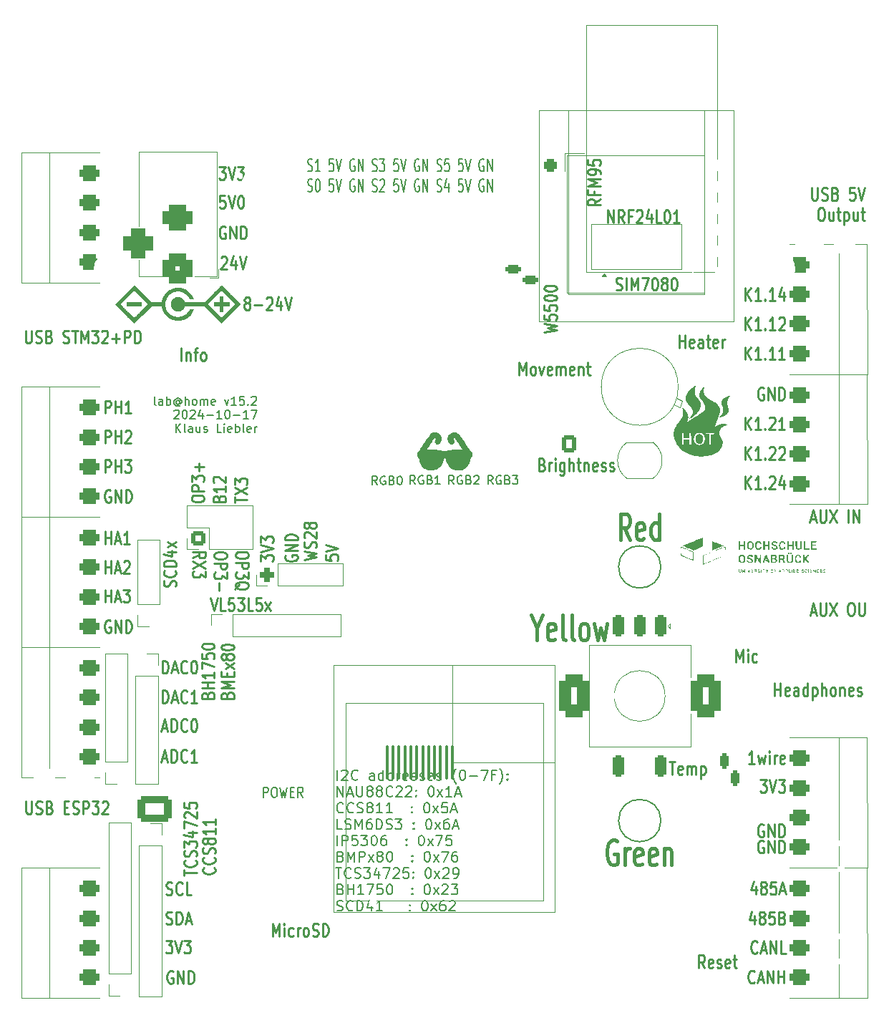
<source format=gbr>
%TF.GenerationSoftware,KiCad,Pcbnew,8.0.5*%
%TF.CreationDate,2024-10-18T10:17:48+02:00*%
%TF.ProjectId,labathome_pcb15,6c616261-7468-46f6-9d65-5f7063623135,rev?*%
%TF.SameCoordinates,Original*%
%TF.FileFunction,Legend,Top*%
%TF.FilePolarity,Positive*%
%FSLAX46Y46*%
G04 Gerber Fmt 4.6, Leading zero omitted, Abs format (unit mm)*
G04 Created by KiCad (PCBNEW 8.0.5) date 2024-10-18 10:17:48*
%MOMM*%
%LPD*%
G01*
G04 APERTURE LIST*
G04 Aperture macros list*
%AMRoundRect*
0 Rectangle with rounded corners*
0 $1 Rounding radius*
0 $2 $3 $4 $5 $6 $7 $8 $9 X,Y pos of 4 corners*
0 Add a 4 corners polygon primitive as box body*
4,1,4,$2,$3,$4,$5,$6,$7,$8,$9,$2,$3,0*
0 Add four circle primitives for the rounded corners*
1,1,$1+$1,$2,$3*
1,1,$1+$1,$4,$5*
1,1,$1+$1,$6,$7*
1,1,$1+$1,$8,$9*
0 Add four rect primitives between the rounded corners*
20,1,$1+$1,$2,$3,$4,$5,0*
20,1,$1+$1,$4,$5,$6,$7,0*
20,1,$1+$1,$6,$7,$8,$9,0*
20,1,$1+$1,$8,$9,$2,$3,0*%
%AMHorizOval*
0 Thick line with rounded ends*
0 $1 width*
0 $2 $3 position (X,Y) of the first rounded end (center of the circle)*
0 $4 $5 position (X,Y) of the second rounded end (center of the circle)*
0 Add line between two ends*
20,1,$1,$2,$3,$4,$5,0*
0 Add two circle primitives to create the rounded ends*
1,1,$1,$2,$3*
1,1,$1,$4,$5*%
G04 Aperture macros list end*
%ADD10C,0.150000*%
%ADD11C,0.250000*%
%ADD12C,0.200000*%
%ADD13C,0.400000*%
%ADD14C,0.120000*%
%ADD15C,0.000000*%
%ADD16C,0.010000*%
%ADD17C,0.100000*%
%ADD18R,1.700000X1.700000*%
%ADD19O,1.700000X1.700000*%
%ADD20RoundRect,0.750000X-1.000000X0.750000X-1.000000X-0.750000X1.000000X-0.750000X1.000000X0.750000X0*%
%ADD21RoundRect,0.750000X-1.000000X1.000000X-1.000000X-1.000000X1.000000X-1.000000X1.000000X1.000000X0*%
%ADD22RoundRect,0.875000X-0.875000X0.875000X-0.875000X-0.875000X0.875000X-0.875000X0.875000X0.875000X0*%
%ADD23RoundRect,0.450000X-0.750000X0.450000X-0.750000X-0.450000X0.750000X-0.450000X0.750000X0.450000X0*%
%ADD24RoundRect,0.250000X0.600000X-0.600000X0.600000X0.600000X-0.600000X0.600000X-0.600000X-0.600000X0*%
%ADD25C,1.500000*%
%ADD26R,1.100000X1.800000*%
%ADD27RoundRect,0.275000X-0.275000X-0.625000X0.275000X-0.625000X0.275000X0.625000X-0.275000X0.625000X0*%
%ADD28RoundRect,0.450000X0.750000X-0.450000X0.750000X0.450000X-0.750000X0.450000X-0.750000X-0.450000X0*%
%ADD29RoundRect,0.400000X-0.400000X-0.400000X0.400000X-0.400000X0.400000X0.400000X-0.400000X0.400000X0*%
%ADD30O,1.800000X1.600000*%
%ADD31O,1.600000X2.200000*%
%ADD32RoundRect,0.087500X0.087500X1.912500X-0.087500X1.912500X-0.087500X-1.912500X0.087500X-1.912500X0*%
%ADD33C,1.700000*%
%ADD34R,1.350000X1.350000*%
%ADD35C,1.350000*%
%ADD36C,1.200000*%
%ADD37RoundRect,0.325000X0.325000X0.975000X-0.325000X0.975000X-0.325000X-0.975000X0.325000X-0.975000X0*%
%ADD38RoundRect,0.750000X1.050000X1.750000X-1.050000X1.750000X-1.050000X-1.750000X1.050000X-1.750000X0*%
%ADD39C,3.400000*%
%ADD40RoundRect,0.500000X0.350000X-0.350000X0.350000X0.350000X-0.350000X0.350000X-0.350000X-0.350000X0*%
%ADD41HorizOval,1.400000X0.000000X0.000000X0.000000X0.000000X0*%
%ADD42C,1.600000*%
%ADD43O,3.500000X3.500000*%
%ADD44C,3.600000*%
%ADD45C,0.900000*%
%ADD46C,1.000000*%
%ADD47C,2.000000*%
%ADD48C,0.650000*%
%ADD49O,2.500000X2.000000*%
%ADD50O,3.500000X2.000000*%
%ADD51C,0.700000*%
%ADD52RoundRect,0.250000X0.600000X0.750000X-0.600000X0.750000X-0.600000X-0.750000X0.600000X-0.750000X0*%
%ADD53O,1.700000X2.000000*%
%ADD54C,3.200000*%
%ADD55RoundRect,0.428571X-1.571429X-1.071429X1.571429X-1.071429X1.571429X1.071429X-1.571429X1.071429X0*%
%ADD56C,3.500000*%
%ADD57R,1.800000X1.100000*%
%ADD58RoundRect,0.275000X-0.625000X0.275000X-0.625000X-0.275000X0.625000X-0.275000X0.625000X0.275000X0*%
G04 APERTURE END LIST*
D10*
X175600000Y-129000000D02*
G75*
G02*
X170600000Y-129000000I-2500000J0D01*
G01*
X170600000Y-129000000D02*
G75*
G02*
X175600000Y-129000000I2500000J0D01*
G01*
X175600000Y-99000000D02*
G75*
G02*
X170600000Y-99000000I-2500000J0D01*
G01*
X170600000Y-99000000D02*
G75*
G02*
X175600000Y-99000000I2500000J0D01*
G01*
D11*
X184500000Y-110280928D02*
X184500000Y-108780928D01*
X184500000Y-108780928D02*
X184900000Y-109852357D01*
X184900000Y-109852357D02*
X185300000Y-108780928D01*
X185300000Y-108780928D02*
X185300000Y-110280928D01*
X185871429Y-110280928D02*
X185871429Y-109280928D01*
X185871429Y-108780928D02*
X185814286Y-108852357D01*
X185814286Y-108852357D02*
X185871429Y-108923785D01*
X185871429Y-108923785D02*
X185928572Y-108852357D01*
X185928572Y-108852357D02*
X185871429Y-108780928D01*
X185871429Y-108780928D02*
X185871429Y-108923785D01*
X186957144Y-110209500D02*
X186842858Y-110280928D01*
X186842858Y-110280928D02*
X186614286Y-110280928D01*
X186614286Y-110280928D02*
X186500001Y-110209500D01*
X186500001Y-110209500D02*
X186442858Y-110138071D01*
X186442858Y-110138071D02*
X186385715Y-109995214D01*
X186385715Y-109995214D02*
X186385715Y-109566642D01*
X186385715Y-109566642D02*
X186442858Y-109423785D01*
X186442858Y-109423785D02*
X186500001Y-109352357D01*
X186500001Y-109352357D02*
X186614286Y-109280928D01*
X186614286Y-109280928D02*
X186842858Y-109280928D01*
X186842858Y-109280928D02*
X186957144Y-109352357D01*
X116593044Y-118052357D02*
X117164473Y-118052357D01*
X116478758Y-118480928D02*
X116878758Y-116980928D01*
X116878758Y-116980928D02*
X117278758Y-118480928D01*
X117678758Y-118480928D02*
X117678758Y-116980928D01*
X117678758Y-116980928D02*
X117964472Y-116980928D01*
X117964472Y-116980928D02*
X118135901Y-117052357D01*
X118135901Y-117052357D02*
X118250186Y-117195214D01*
X118250186Y-117195214D02*
X118307329Y-117338071D01*
X118307329Y-117338071D02*
X118364472Y-117623785D01*
X118364472Y-117623785D02*
X118364472Y-117838071D01*
X118364472Y-117838071D02*
X118307329Y-118123785D01*
X118307329Y-118123785D02*
X118250186Y-118266642D01*
X118250186Y-118266642D02*
X118135901Y-118409500D01*
X118135901Y-118409500D02*
X117964472Y-118480928D01*
X117964472Y-118480928D02*
X117678758Y-118480928D01*
X119564472Y-118338071D02*
X119507329Y-118409500D01*
X119507329Y-118409500D02*
X119335901Y-118480928D01*
X119335901Y-118480928D02*
X119221615Y-118480928D01*
X119221615Y-118480928D02*
X119050186Y-118409500D01*
X119050186Y-118409500D02*
X118935901Y-118266642D01*
X118935901Y-118266642D02*
X118878758Y-118123785D01*
X118878758Y-118123785D02*
X118821615Y-117838071D01*
X118821615Y-117838071D02*
X118821615Y-117623785D01*
X118821615Y-117623785D02*
X118878758Y-117338071D01*
X118878758Y-117338071D02*
X118935901Y-117195214D01*
X118935901Y-117195214D02*
X119050186Y-117052357D01*
X119050186Y-117052357D02*
X119221615Y-116980928D01*
X119221615Y-116980928D02*
X119335901Y-116980928D01*
X119335901Y-116980928D02*
X119507329Y-117052357D01*
X119507329Y-117052357D02*
X119564472Y-117123785D01*
X120307329Y-116980928D02*
X120421615Y-116980928D01*
X120421615Y-116980928D02*
X120535901Y-117052357D01*
X120535901Y-117052357D02*
X120593044Y-117123785D01*
X120593044Y-117123785D02*
X120650186Y-117266642D01*
X120650186Y-117266642D02*
X120707329Y-117552357D01*
X120707329Y-117552357D02*
X120707329Y-117909500D01*
X120707329Y-117909500D02*
X120650186Y-118195214D01*
X120650186Y-118195214D02*
X120593044Y-118338071D01*
X120593044Y-118338071D02*
X120535901Y-118409500D01*
X120535901Y-118409500D02*
X120421615Y-118480928D01*
X120421615Y-118480928D02*
X120307329Y-118480928D01*
X120307329Y-118480928D02*
X120193044Y-118409500D01*
X120193044Y-118409500D02*
X120135901Y-118338071D01*
X120135901Y-118338071D02*
X120078758Y-118195214D01*
X120078758Y-118195214D02*
X120021615Y-117909500D01*
X120021615Y-117909500D02*
X120021615Y-117552357D01*
X120021615Y-117552357D02*
X120078758Y-117266642D01*
X120078758Y-117266642D02*
X120135901Y-117123785D01*
X120135901Y-117123785D02*
X120193044Y-117052357D01*
X120193044Y-117052357D02*
X120307329Y-116980928D01*
X185571241Y-67480928D02*
X185571241Y-65980928D01*
X186256955Y-67480928D02*
X185742669Y-66623785D01*
X186256955Y-65980928D02*
X185571241Y-66838071D01*
X187399812Y-67480928D02*
X186714098Y-67480928D01*
X187056955Y-67480928D02*
X187056955Y-65980928D01*
X187056955Y-65980928D02*
X186942669Y-66195214D01*
X186942669Y-66195214D02*
X186828384Y-66338071D01*
X186828384Y-66338071D02*
X186714098Y-66409500D01*
X187914098Y-67338071D02*
X187971241Y-67409500D01*
X187971241Y-67409500D02*
X187914098Y-67480928D01*
X187914098Y-67480928D02*
X187856955Y-67409500D01*
X187856955Y-67409500D02*
X187914098Y-67338071D01*
X187914098Y-67338071D02*
X187914098Y-67480928D01*
X189114098Y-67480928D02*
X188428384Y-67480928D01*
X188771241Y-67480928D02*
X188771241Y-65980928D01*
X188771241Y-65980928D02*
X188656955Y-66195214D01*
X188656955Y-66195214D02*
X188542670Y-66338071D01*
X188542670Y-66338071D02*
X188428384Y-66409500D01*
X190142670Y-66480928D02*
X190142670Y-67480928D01*
X189856955Y-65909500D02*
X189571241Y-66980928D01*
X189571241Y-66980928D02*
X190314098Y-66980928D01*
X158850187Y-76280928D02*
X158850187Y-74780928D01*
X158850187Y-74780928D02*
X159250187Y-75852357D01*
X159250187Y-75852357D02*
X159650187Y-74780928D01*
X159650187Y-74780928D02*
X159650187Y-76280928D01*
X160393044Y-76280928D02*
X160278759Y-76209500D01*
X160278759Y-76209500D02*
X160221616Y-76138071D01*
X160221616Y-76138071D02*
X160164473Y-75995214D01*
X160164473Y-75995214D02*
X160164473Y-75566642D01*
X160164473Y-75566642D02*
X160221616Y-75423785D01*
X160221616Y-75423785D02*
X160278759Y-75352357D01*
X160278759Y-75352357D02*
X160393044Y-75280928D01*
X160393044Y-75280928D02*
X160564473Y-75280928D01*
X160564473Y-75280928D02*
X160678759Y-75352357D01*
X160678759Y-75352357D02*
X160735902Y-75423785D01*
X160735902Y-75423785D02*
X160793044Y-75566642D01*
X160793044Y-75566642D02*
X160793044Y-75995214D01*
X160793044Y-75995214D02*
X160735902Y-76138071D01*
X160735902Y-76138071D02*
X160678759Y-76209500D01*
X160678759Y-76209500D02*
X160564473Y-76280928D01*
X160564473Y-76280928D02*
X160393044Y-76280928D01*
X161193044Y-75280928D02*
X161478758Y-76280928D01*
X161478758Y-76280928D02*
X161764473Y-75280928D01*
X162678759Y-76209500D02*
X162564473Y-76280928D01*
X162564473Y-76280928D02*
X162335902Y-76280928D01*
X162335902Y-76280928D02*
X162221616Y-76209500D01*
X162221616Y-76209500D02*
X162164473Y-76066642D01*
X162164473Y-76066642D02*
X162164473Y-75495214D01*
X162164473Y-75495214D02*
X162221616Y-75352357D01*
X162221616Y-75352357D02*
X162335902Y-75280928D01*
X162335902Y-75280928D02*
X162564473Y-75280928D01*
X162564473Y-75280928D02*
X162678759Y-75352357D01*
X162678759Y-75352357D02*
X162735902Y-75495214D01*
X162735902Y-75495214D02*
X162735902Y-75638071D01*
X162735902Y-75638071D02*
X162164473Y-75780928D01*
X163250187Y-76280928D02*
X163250187Y-75280928D01*
X163250187Y-75423785D02*
X163307330Y-75352357D01*
X163307330Y-75352357D02*
X163421615Y-75280928D01*
X163421615Y-75280928D02*
X163593044Y-75280928D01*
X163593044Y-75280928D02*
X163707330Y-75352357D01*
X163707330Y-75352357D02*
X163764473Y-75495214D01*
X163764473Y-75495214D02*
X163764473Y-76280928D01*
X163764473Y-75495214D02*
X163821615Y-75352357D01*
X163821615Y-75352357D02*
X163935901Y-75280928D01*
X163935901Y-75280928D02*
X164107330Y-75280928D01*
X164107330Y-75280928D02*
X164221615Y-75352357D01*
X164221615Y-75352357D02*
X164278758Y-75495214D01*
X164278758Y-75495214D02*
X164278758Y-76280928D01*
X165307330Y-76209500D02*
X165193044Y-76280928D01*
X165193044Y-76280928D02*
X164964473Y-76280928D01*
X164964473Y-76280928D02*
X164850187Y-76209500D01*
X164850187Y-76209500D02*
X164793044Y-76066642D01*
X164793044Y-76066642D02*
X164793044Y-75495214D01*
X164793044Y-75495214D02*
X164850187Y-75352357D01*
X164850187Y-75352357D02*
X164964473Y-75280928D01*
X164964473Y-75280928D02*
X165193044Y-75280928D01*
X165193044Y-75280928D02*
X165307330Y-75352357D01*
X165307330Y-75352357D02*
X165364473Y-75495214D01*
X165364473Y-75495214D02*
X165364473Y-75638071D01*
X165364473Y-75638071D02*
X164793044Y-75780928D01*
X165878758Y-75280928D02*
X165878758Y-76280928D01*
X165878758Y-75423785D02*
X165935901Y-75352357D01*
X165935901Y-75352357D02*
X166050186Y-75280928D01*
X166050186Y-75280928D02*
X166221615Y-75280928D01*
X166221615Y-75280928D02*
X166335901Y-75352357D01*
X166335901Y-75352357D02*
X166393044Y-75495214D01*
X166393044Y-75495214D02*
X166393044Y-76280928D01*
X166793043Y-75280928D02*
X167250186Y-75280928D01*
X166964472Y-74780928D02*
X166964472Y-76066642D01*
X166964472Y-76066642D02*
X167021615Y-76209500D01*
X167021615Y-76209500D02*
X167135900Y-76280928D01*
X167135900Y-76280928D02*
X167250186Y-76280928D01*
X117093044Y-141209500D02*
X117264473Y-141280928D01*
X117264473Y-141280928D02*
X117550187Y-141280928D01*
X117550187Y-141280928D02*
X117664473Y-141209500D01*
X117664473Y-141209500D02*
X117721615Y-141138071D01*
X117721615Y-141138071D02*
X117778758Y-140995214D01*
X117778758Y-140995214D02*
X117778758Y-140852357D01*
X117778758Y-140852357D02*
X117721615Y-140709500D01*
X117721615Y-140709500D02*
X117664473Y-140638071D01*
X117664473Y-140638071D02*
X117550187Y-140566642D01*
X117550187Y-140566642D02*
X117321615Y-140495214D01*
X117321615Y-140495214D02*
X117207330Y-140423785D01*
X117207330Y-140423785D02*
X117150187Y-140352357D01*
X117150187Y-140352357D02*
X117093044Y-140209500D01*
X117093044Y-140209500D02*
X117093044Y-140066642D01*
X117093044Y-140066642D02*
X117150187Y-139923785D01*
X117150187Y-139923785D02*
X117207330Y-139852357D01*
X117207330Y-139852357D02*
X117321615Y-139780928D01*
X117321615Y-139780928D02*
X117607330Y-139780928D01*
X117607330Y-139780928D02*
X117778758Y-139852357D01*
X118293044Y-141280928D02*
X118293044Y-139780928D01*
X118293044Y-139780928D02*
X118578758Y-139780928D01*
X118578758Y-139780928D02*
X118750187Y-139852357D01*
X118750187Y-139852357D02*
X118864472Y-139995214D01*
X118864472Y-139995214D02*
X118921615Y-140138071D01*
X118921615Y-140138071D02*
X118978758Y-140423785D01*
X118978758Y-140423785D02*
X118978758Y-140638071D01*
X118978758Y-140638071D02*
X118921615Y-140923785D01*
X118921615Y-140923785D02*
X118864472Y-141066642D01*
X118864472Y-141066642D02*
X118750187Y-141209500D01*
X118750187Y-141209500D02*
X118578758Y-141280928D01*
X118578758Y-141280928D02*
X118293044Y-141280928D01*
X119435901Y-140852357D02*
X120007330Y-140852357D01*
X119321615Y-141280928D02*
X119721615Y-139780928D01*
X119721615Y-139780928D02*
X120121615Y-141280928D01*
X123593044Y-62423785D02*
X123650187Y-62352357D01*
X123650187Y-62352357D02*
X123764473Y-62280928D01*
X123764473Y-62280928D02*
X124050187Y-62280928D01*
X124050187Y-62280928D02*
X124164473Y-62352357D01*
X124164473Y-62352357D02*
X124221615Y-62423785D01*
X124221615Y-62423785D02*
X124278758Y-62566642D01*
X124278758Y-62566642D02*
X124278758Y-62709500D01*
X124278758Y-62709500D02*
X124221615Y-62923785D01*
X124221615Y-62923785D02*
X123535901Y-63780928D01*
X123535901Y-63780928D02*
X124278758Y-63780928D01*
X125307330Y-62780928D02*
X125307330Y-63780928D01*
X125021615Y-62209500D02*
X124735901Y-63280928D01*
X124735901Y-63280928D02*
X125478758Y-63280928D01*
X125764472Y-62280928D02*
X126164472Y-63780928D01*
X126164472Y-63780928D02*
X126564472Y-62280928D01*
X116650187Y-111580928D02*
X116650187Y-110080928D01*
X116650187Y-110080928D02*
X116935901Y-110080928D01*
X116935901Y-110080928D02*
X117107330Y-110152357D01*
X117107330Y-110152357D02*
X117221615Y-110295214D01*
X117221615Y-110295214D02*
X117278758Y-110438071D01*
X117278758Y-110438071D02*
X117335901Y-110723785D01*
X117335901Y-110723785D02*
X117335901Y-110938071D01*
X117335901Y-110938071D02*
X117278758Y-111223785D01*
X117278758Y-111223785D02*
X117221615Y-111366642D01*
X117221615Y-111366642D02*
X117107330Y-111509500D01*
X117107330Y-111509500D02*
X116935901Y-111580928D01*
X116935901Y-111580928D02*
X116650187Y-111580928D01*
X117793044Y-111152357D02*
X118364473Y-111152357D01*
X117678758Y-111580928D02*
X118078758Y-110080928D01*
X118078758Y-110080928D02*
X118478758Y-111580928D01*
X119564472Y-111438071D02*
X119507329Y-111509500D01*
X119507329Y-111509500D02*
X119335901Y-111580928D01*
X119335901Y-111580928D02*
X119221615Y-111580928D01*
X119221615Y-111580928D02*
X119050186Y-111509500D01*
X119050186Y-111509500D02*
X118935901Y-111366642D01*
X118935901Y-111366642D02*
X118878758Y-111223785D01*
X118878758Y-111223785D02*
X118821615Y-110938071D01*
X118821615Y-110938071D02*
X118821615Y-110723785D01*
X118821615Y-110723785D02*
X118878758Y-110438071D01*
X118878758Y-110438071D02*
X118935901Y-110295214D01*
X118935901Y-110295214D02*
X119050186Y-110152357D01*
X119050186Y-110152357D02*
X119221615Y-110080928D01*
X119221615Y-110080928D02*
X119335901Y-110080928D01*
X119335901Y-110080928D02*
X119507329Y-110152357D01*
X119507329Y-110152357D02*
X119564472Y-110223785D01*
X120307329Y-110080928D02*
X120421615Y-110080928D01*
X120421615Y-110080928D02*
X120535901Y-110152357D01*
X120535901Y-110152357D02*
X120593044Y-110223785D01*
X120593044Y-110223785D02*
X120650186Y-110366642D01*
X120650186Y-110366642D02*
X120707329Y-110652357D01*
X120707329Y-110652357D02*
X120707329Y-111009500D01*
X120707329Y-111009500D02*
X120650186Y-111295214D01*
X120650186Y-111295214D02*
X120593044Y-111438071D01*
X120593044Y-111438071D02*
X120535901Y-111509500D01*
X120535901Y-111509500D02*
X120421615Y-111580928D01*
X120421615Y-111580928D02*
X120307329Y-111580928D01*
X120307329Y-111580928D02*
X120193044Y-111509500D01*
X120193044Y-111509500D02*
X120135901Y-111438071D01*
X120135901Y-111438071D02*
X120078758Y-111295214D01*
X120078758Y-111295214D02*
X120021615Y-111009500D01*
X120021615Y-111009500D02*
X120021615Y-110652357D01*
X120021615Y-110652357D02*
X120078758Y-110366642D01*
X120078758Y-110366642D02*
X120135901Y-110223785D01*
X120135901Y-110223785D02*
X120193044Y-110152357D01*
X120193044Y-110152357D02*
X120307329Y-110080928D01*
X109850187Y-99780928D02*
X109850187Y-98280928D01*
X109850187Y-98995214D02*
X110535901Y-98995214D01*
X110535901Y-99780928D02*
X110535901Y-98280928D01*
X111050187Y-99352357D02*
X111621616Y-99352357D01*
X110935901Y-99780928D02*
X111335901Y-98280928D01*
X111335901Y-98280928D02*
X111735901Y-99780928D01*
X112078758Y-98423785D02*
X112135901Y-98352357D01*
X112135901Y-98352357D02*
X112250187Y-98280928D01*
X112250187Y-98280928D02*
X112535901Y-98280928D01*
X112535901Y-98280928D02*
X112650187Y-98352357D01*
X112650187Y-98352357D02*
X112707329Y-98423785D01*
X112707329Y-98423785D02*
X112764472Y-98566642D01*
X112764472Y-98566642D02*
X112764472Y-98709500D01*
X112764472Y-98709500D02*
X112707329Y-98923785D01*
X112707329Y-98923785D02*
X112021615Y-99780928D01*
X112021615Y-99780928D02*
X112764472Y-99780928D01*
X168480928Y-55478758D02*
X167766642Y-55878758D01*
X168480928Y-56164472D02*
X166980928Y-56164472D01*
X166980928Y-56164472D02*
X166980928Y-55707329D01*
X166980928Y-55707329D02*
X167052357Y-55593044D01*
X167052357Y-55593044D02*
X167123785Y-55535901D01*
X167123785Y-55535901D02*
X167266642Y-55478758D01*
X167266642Y-55478758D02*
X167480928Y-55478758D01*
X167480928Y-55478758D02*
X167623785Y-55535901D01*
X167623785Y-55535901D02*
X167695214Y-55593044D01*
X167695214Y-55593044D02*
X167766642Y-55707329D01*
X167766642Y-55707329D02*
X167766642Y-56164472D01*
X167695214Y-54564472D02*
X167695214Y-54964472D01*
X168480928Y-54964472D02*
X166980928Y-54964472D01*
X166980928Y-54964472D02*
X166980928Y-54393044D01*
X168480928Y-53935901D02*
X166980928Y-53935901D01*
X166980928Y-53935901D02*
X168052357Y-53535901D01*
X168052357Y-53535901D02*
X166980928Y-53135901D01*
X166980928Y-53135901D02*
X168480928Y-53135901D01*
X168480928Y-52507329D02*
X168480928Y-52278758D01*
X168480928Y-52278758D02*
X168409500Y-52164472D01*
X168409500Y-52164472D02*
X168338071Y-52107329D01*
X168338071Y-52107329D02*
X168123785Y-51993044D01*
X168123785Y-51993044D02*
X167838071Y-51935901D01*
X167838071Y-51935901D02*
X167266642Y-51935901D01*
X167266642Y-51935901D02*
X167123785Y-51993044D01*
X167123785Y-51993044D02*
X167052357Y-52050187D01*
X167052357Y-52050187D02*
X166980928Y-52164472D01*
X166980928Y-52164472D02*
X166980928Y-52393044D01*
X166980928Y-52393044D02*
X167052357Y-52507329D01*
X167052357Y-52507329D02*
X167123785Y-52564472D01*
X167123785Y-52564472D02*
X167266642Y-52621615D01*
X167266642Y-52621615D02*
X167623785Y-52621615D01*
X167623785Y-52621615D02*
X167766642Y-52564472D01*
X167766642Y-52564472D02*
X167838071Y-52507329D01*
X167838071Y-52507329D02*
X167909500Y-52393044D01*
X167909500Y-52393044D02*
X167909500Y-52164472D01*
X167909500Y-52164472D02*
X167838071Y-52050187D01*
X167838071Y-52050187D02*
X167766642Y-51993044D01*
X167766642Y-51993044D02*
X167623785Y-51935901D01*
X166980928Y-50850187D02*
X166980928Y-51421615D01*
X166980928Y-51421615D02*
X167695214Y-51478758D01*
X167695214Y-51478758D02*
X167623785Y-51421615D01*
X167623785Y-51421615D02*
X167552357Y-51307330D01*
X167552357Y-51307330D02*
X167552357Y-51021615D01*
X167552357Y-51021615D02*
X167623785Y-50907330D01*
X167623785Y-50907330D02*
X167695214Y-50850187D01*
X167695214Y-50850187D02*
X167838071Y-50793044D01*
X167838071Y-50793044D02*
X168195214Y-50793044D01*
X168195214Y-50793044D02*
X168338071Y-50850187D01*
X168338071Y-50850187D02*
X168409500Y-50907330D01*
X168409500Y-50907330D02*
X168480928Y-51021615D01*
X168480928Y-51021615D02*
X168480928Y-51307330D01*
X168480928Y-51307330D02*
X168409500Y-51421615D01*
X168409500Y-51421615D02*
X168338071Y-51478758D01*
X117035901Y-143180928D02*
X117778758Y-143180928D01*
X117778758Y-143180928D02*
X117378758Y-143752357D01*
X117378758Y-143752357D02*
X117550187Y-143752357D01*
X117550187Y-143752357D02*
X117664473Y-143823785D01*
X117664473Y-143823785D02*
X117721615Y-143895214D01*
X117721615Y-143895214D02*
X117778758Y-144038071D01*
X117778758Y-144038071D02*
X117778758Y-144395214D01*
X117778758Y-144395214D02*
X117721615Y-144538071D01*
X117721615Y-144538071D02*
X117664473Y-144609500D01*
X117664473Y-144609500D02*
X117550187Y-144680928D01*
X117550187Y-144680928D02*
X117207330Y-144680928D01*
X117207330Y-144680928D02*
X117093044Y-144609500D01*
X117093044Y-144609500D02*
X117035901Y-144538071D01*
X118121615Y-143180928D02*
X118521615Y-144680928D01*
X118521615Y-144680928D02*
X118921615Y-143180928D01*
X119207329Y-143180928D02*
X119950186Y-143180928D01*
X119950186Y-143180928D02*
X119550186Y-143752357D01*
X119550186Y-143752357D02*
X119721615Y-143752357D01*
X119721615Y-143752357D02*
X119835901Y-143823785D01*
X119835901Y-143823785D02*
X119893043Y-143895214D01*
X119893043Y-143895214D02*
X119950186Y-144038071D01*
X119950186Y-144038071D02*
X119950186Y-144395214D01*
X119950186Y-144395214D02*
X119893043Y-144538071D01*
X119893043Y-144538071D02*
X119835901Y-144609500D01*
X119835901Y-144609500D02*
X119721615Y-144680928D01*
X119721615Y-144680928D02*
X119378758Y-144680928D01*
X119378758Y-144680928D02*
X119264472Y-144609500D01*
X119264472Y-144609500D02*
X119207329Y-144538071D01*
X193356955Y-104302357D02*
X193928384Y-104302357D01*
X193242669Y-104730928D02*
X193642669Y-103230928D01*
X193642669Y-103230928D02*
X194042669Y-104730928D01*
X194442669Y-103230928D02*
X194442669Y-104445214D01*
X194442669Y-104445214D02*
X194499812Y-104588071D01*
X194499812Y-104588071D02*
X194556955Y-104659500D01*
X194556955Y-104659500D02*
X194671240Y-104730928D01*
X194671240Y-104730928D02*
X194899812Y-104730928D01*
X194899812Y-104730928D02*
X195014097Y-104659500D01*
X195014097Y-104659500D02*
X195071240Y-104588071D01*
X195071240Y-104588071D02*
X195128383Y-104445214D01*
X195128383Y-104445214D02*
X195128383Y-103230928D01*
X195585526Y-103230928D02*
X196385526Y-104730928D01*
X196385526Y-103230928D02*
X195585526Y-104730928D01*
X197985526Y-103230928D02*
X198214098Y-103230928D01*
X198214098Y-103230928D02*
X198328383Y-103302357D01*
X198328383Y-103302357D02*
X198442669Y-103445214D01*
X198442669Y-103445214D02*
X198499812Y-103730928D01*
X198499812Y-103730928D02*
X198499812Y-104230928D01*
X198499812Y-104230928D02*
X198442669Y-104516642D01*
X198442669Y-104516642D02*
X198328383Y-104659500D01*
X198328383Y-104659500D02*
X198214098Y-104730928D01*
X198214098Y-104730928D02*
X197985526Y-104730928D01*
X197985526Y-104730928D02*
X197871241Y-104659500D01*
X197871241Y-104659500D02*
X197756955Y-104516642D01*
X197756955Y-104516642D02*
X197699812Y-104230928D01*
X197699812Y-104230928D02*
X197699812Y-103730928D01*
X197699812Y-103730928D02*
X197756955Y-103445214D01*
X197756955Y-103445214D02*
X197871241Y-103302357D01*
X197871241Y-103302357D02*
X197985526Y-103230928D01*
X199014098Y-103230928D02*
X199014098Y-104445214D01*
X199014098Y-104445214D02*
X199071241Y-104588071D01*
X199071241Y-104588071D02*
X199128384Y-104659500D01*
X199128384Y-104659500D02*
X199242669Y-104730928D01*
X199242669Y-104730928D02*
X199471241Y-104730928D01*
X199471241Y-104730928D02*
X199585526Y-104659500D01*
X199585526Y-104659500D02*
X199642669Y-104588071D01*
X199642669Y-104588071D02*
X199699812Y-104445214D01*
X199699812Y-104445214D02*
X199699812Y-103230928D01*
X135930928Y-97578758D02*
X135930928Y-98150186D01*
X135930928Y-98150186D02*
X136645214Y-98207329D01*
X136645214Y-98207329D02*
X136573785Y-98150186D01*
X136573785Y-98150186D02*
X136502357Y-98035901D01*
X136502357Y-98035901D02*
X136502357Y-97750186D01*
X136502357Y-97750186D02*
X136573785Y-97635901D01*
X136573785Y-97635901D02*
X136645214Y-97578758D01*
X136645214Y-97578758D02*
X136788071Y-97521615D01*
X136788071Y-97521615D02*
X137145214Y-97521615D01*
X137145214Y-97521615D02*
X137288071Y-97578758D01*
X137288071Y-97578758D02*
X137359500Y-97635901D01*
X137359500Y-97635901D02*
X137430928Y-97750186D01*
X137430928Y-97750186D02*
X137430928Y-98035901D01*
X137430928Y-98035901D02*
X137359500Y-98150186D01*
X137359500Y-98150186D02*
X137288071Y-98207329D01*
X135930928Y-97178758D02*
X137430928Y-96778758D01*
X137430928Y-96778758D02*
X135930928Y-96378758D01*
X118209500Y-101306955D02*
X118280928Y-101135527D01*
X118280928Y-101135527D02*
X118280928Y-100849812D01*
X118280928Y-100849812D02*
X118209500Y-100735527D01*
X118209500Y-100735527D02*
X118138071Y-100678384D01*
X118138071Y-100678384D02*
X117995214Y-100621241D01*
X117995214Y-100621241D02*
X117852357Y-100621241D01*
X117852357Y-100621241D02*
X117709500Y-100678384D01*
X117709500Y-100678384D02*
X117638071Y-100735527D01*
X117638071Y-100735527D02*
X117566642Y-100849812D01*
X117566642Y-100849812D02*
X117495214Y-101078384D01*
X117495214Y-101078384D02*
X117423785Y-101192669D01*
X117423785Y-101192669D02*
X117352357Y-101249812D01*
X117352357Y-101249812D02*
X117209500Y-101306955D01*
X117209500Y-101306955D02*
X117066642Y-101306955D01*
X117066642Y-101306955D02*
X116923785Y-101249812D01*
X116923785Y-101249812D02*
X116852357Y-101192669D01*
X116852357Y-101192669D02*
X116780928Y-101078384D01*
X116780928Y-101078384D02*
X116780928Y-100792669D01*
X116780928Y-100792669D02*
X116852357Y-100621241D01*
X118138071Y-99421241D02*
X118209500Y-99478384D01*
X118209500Y-99478384D02*
X118280928Y-99649812D01*
X118280928Y-99649812D02*
X118280928Y-99764098D01*
X118280928Y-99764098D02*
X118209500Y-99935527D01*
X118209500Y-99935527D02*
X118066642Y-100049812D01*
X118066642Y-100049812D02*
X117923785Y-100106955D01*
X117923785Y-100106955D02*
X117638071Y-100164098D01*
X117638071Y-100164098D02*
X117423785Y-100164098D01*
X117423785Y-100164098D02*
X117138071Y-100106955D01*
X117138071Y-100106955D02*
X116995214Y-100049812D01*
X116995214Y-100049812D02*
X116852357Y-99935527D01*
X116852357Y-99935527D02*
X116780928Y-99764098D01*
X116780928Y-99764098D02*
X116780928Y-99649812D01*
X116780928Y-99649812D02*
X116852357Y-99478384D01*
X116852357Y-99478384D02*
X116923785Y-99421241D01*
X118280928Y-98906955D02*
X116780928Y-98906955D01*
X116780928Y-98906955D02*
X116780928Y-98621241D01*
X116780928Y-98621241D02*
X116852357Y-98449812D01*
X116852357Y-98449812D02*
X116995214Y-98335527D01*
X116995214Y-98335527D02*
X117138071Y-98278384D01*
X117138071Y-98278384D02*
X117423785Y-98221241D01*
X117423785Y-98221241D02*
X117638071Y-98221241D01*
X117638071Y-98221241D02*
X117923785Y-98278384D01*
X117923785Y-98278384D02*
X118066642Y-98335527D01*
X118066642Y-98335527D02*
X118209500Y-98449812D01*
X118209500Y-98449812D02*
X118280928Y-98621241D01*
X118280928Y-98621241D02*
X118280928Y-98906955D01*
X117280928Y-97192670D02*
X118280928Y-97192670D01*
X116709500Y-97478384D02*
X117780928Y-97764098D01*
X117780928Y-97764098D02*
X117780928Y-97021241D01*
X118280928Y-96678384D02*
X117280928Y-96049813D01*
X117280928Y-96678384D02*
X118280928Y-96049813D01*
D12*
X133837464Y-52154642D02*
X133973178Y-52226070D01*
X133973178Y-52226070D02*
X134199369Y-52226070D01*
X134199369Y-52226070D02*
X134289845Y-52154642D01*
X134289845Y-52154642D02*
X134335083Y-52083213D01*
X134335083Y-52083213D02*
X134380321Y-51940356D01*
X134380321Y-51940356D02*
X134380321Y-51797499D01*
X134380321Y-51797499D02*
X134335083Y-51654642D01*
X134335083Y-51654642D02*
X134289845Y-51583213D01*
X134289845Y-51583213D02*
X134199369Y-51511784D01*
X134199369Y-51511784D02*
X134018416Y-51440356D01*
X134018416Y-51440356D02*
X133927940Y-51368927D01*
X133927940Y-51368927D02*
X133882702Y-51297499D01*
X133882702Y-51297499D02*
X133837464Y-51154642D01*
X133837464Y-51154642D02*
X133837464Y-51011784D01*
X133837464Y-51011784D02*
X133882702Y-50868927D01*
X133882702Y-50868927D02*
X133927940Y-50797499D01*
X133927940Y-50797499D02*
X134018416Y-50726070D01*
X134018416Y-50726070D02*
X134244607Y-50726070D01*
X134244607Y-50726070D02*
X134380321Y-50797499D01*
X135285083Y-52226070D02*
X134742226Y-52226070D01*
X135013654Y-52226070D02*
X135013654Y-50726070D01*
X135013654Y-50726070D02*
X134923178Y-50940356D01*
X134923178Y-50940356D02*
X134832702Y-51083213D01*
X134832702Y-51083213D02*
X134742226Y-51154642D01*
X136868417Y-50726070D02*
X136416036Y-50726070D01*
X136416036Y-50726070D02*
X136370798Y-51440356D01*
X136370798Y-51440356D02*
X136416036Y-51368927D01*
X136416036Y-51368927D02*
X136506512Y-51297499D01*
X136506512Y-51297499D02*
X136732703Y-51297499D01*
X136732703Y-51297499D02*
X136823179Y-51368927D01*
X136823179Y-51368927D02*
X136868417Y-51440356D01*
X136868417Y-51440356D02*
X136913655Y-51583213D01*
X136913655Y-51583213D02*
X136913655Y-51940356D01*
X136913655Y-51940356D02*
X136868417Y-52083213D01*
X136868417Y-52083213D02*
X136823179Y-52154642D01*
X136823179Y-52154642D02*
X136732703Y-52226070D01*
X136732703Y-52226070D02*
X136506512Y-52226070D01*
X136506512Y-52226070D02*
X136416036Y-52154642D01*
X136416036Y-52154642D02*
X136370798Y-52083213D01*
X137185084Y-50726070D02*
X137501750Y-52226070D01*
X137501750Y-52226070D02*
X137818417Y-50726070D01*
X139356513Y-50797499D02*
X139266037Y-50726070D01*
X139266037Y-50726070D02*
X139130323Y-50726070D01*
X139130323Y-50726070D02*
X138994608Y-50797499D01*
X138994608Y-50797499D02*
X138904132Y-50940356D01*
X138904132Y-50940356D02*
X138858894Y-51083213D01*
X138858894Y-51083213D02*
X138813656Y-51368927D01*
X138813656Y-51368927D02*
X138813656Y-51583213D01*
X138813656Y-51583213D02*
X138858894Y-51868927D01*
X138858894Y-51868927D02*
X138904132Y-52011784D01*
X138904132Y-52011784D02*
X138994608Y-52154642D01*
X138994608Y-52154642D02*
X139130323Y-52226070D01*
X139130323Y-52226070D02*
X139220799Y-52226070D01*
X139220799Y-52226070D02*
X139356513Y-52154642D01*
X139356513Y-52154642D02*
X139401751Y-52083213D01*
X139401751Y-52083213D02*
X139401751Y-51583213D01*
X139401751Y-51583213D02*
X139220799Y-51583213D01*
X139808894Y-52226070D02*
X139808894Y-50726070D01*
X139808894Y-50726070D02*
X140351751Y-52226070D01*
X140351751Y-52226070D02*
X140351751Y-50726070D01*
X141482704Y-52154642D02*
X141618418Y-52226070D01*
X141618418Y-52226070D02*
X141844609Y-52226070D01*
X141844609Y-52226070D02*
X141935085Y-52154642D01*
X141935085Y-52154642D02*
X141980323Y-52083213D01*
X141980323Y-52083213D02*
X142025561Y-51940356D01*
X142025561Y-51940356D02*
X142025561Y-51797499D01*
X142025561Y-51797499D02*
X141980323Y-51654642D01*
X141980323Y-51654642D02*
X141935085Y-51583213D01*
X141935085Y-51583213D02*
X141844609Y-51511784D01*
X141844609Y-51511784D02*
X141663656Y-51440356D01*
X141663656Y-51440356D02*
X141573180Y-51368927D01*
X141573180Y-51368927D02*
X141527942Y-51297499D01*
X141527942Y-51297499D02*
X141482704Y-51154642D01*
X141482704Y-51154642D02*
X141482704Y-51011784D01*
X141482704Y-51011784D02*
X141527942Y-50868927D01*
X141527942Y-50868927D02*
X141573180Y-50797499D01*
X141573180Y-50797499D02*
X141663656Y-50726070D01*
X141663656Y-50726070D02*
X141889847Y-50726070D01*
X141889847Y-50726070D02*
X142025561Y-50797499D01*
X142342228Y-50726070D02*
X142930323Y-50726070D01*
X142930323Y-50726070D02*
X142613656Y-51297499D01*
X142613656Y-51297499D02*
X142749371Y-51297499D01*
X142749371Y-51297499D02*
X142839847Y-51368927D01*
X142839847Y-51368927D02*
X142885085Y-51440356D01*
X142885085Y-51440356D02*
X142930323Y-51583213D01*
X142930323Y-51583213D02*
X142930323Y-51940356D01*
X142930323Y-51940356D02*
X142885085Y-52083213D01*
X142885085Y-52083213D02*
X142839847Y-52154642D01*
X142839847Y-52154642D02*
X142749371Y-52226070D01*
X142749371Y-52226070D02*
X142477942Y-52226070D01*
X142477942Y-52226070D02*
X142387466Y-52154642D01*
X142387466Y-52154642D02*
X142342228Y-52083213D01*
X144513657Y-50726070D02*
X144061276Y-50726070D01*
X144061276Y-50726070D02*
X144016038Y-51440356D01*
X144016038Y-51440356D02*
X144061276Y-51368927D01*
X144061276Y-51368927D02*
X144151752Y-51297499D01*
X144151752Y-51297499D02*
X144377943Y-51297499D01*
X144377943Y-51297499D02*
X144468419Y-51368927D01*
X144468419Y-51368927D02*
X144513657Y-51440356D01*
X144513657Y-51440356D02*
X144558895Y-51583213D01*
X144558895Y-51583213D02*
X144558895Y-51940356D01*
X144558895Y-51940356D02*
X144513657Y-52083213D01*
X144513657Y-52083213D02*
X144468419Y-52154642D01*
X144468419Y-52154642D02*
X144377943Y-52226070D01*
X144377943Y-52226070D02*
X144151752Y-52226070D01*
X144151752Y-52226070D02*
X144061276Y-52154642D01*
X144061276Y-52154642D02*
X144016038Y-52083213D01*
X144830324Y-50726070D02*
X145146990Y-52226070D01*
X145146990Y-52226070D02*
X145463657Y-50726070D01*
X147001753Y-50797499D02*
X146911277Y-50726070D01*
X146911277Y-50726070D02*
X146775563Y-50726070D01*
X146775563Y-50726070D02*
X146639848Y-50797499D01*
X146639848Y-50797499D02*
X146549372Y-50940356D01*
X146549372Y-50940356D02*
X146504134Y-51083213D01*
X146504134Y-51083213D02*
X146458896Y-51368927D01*
X146458896Y-51368927D02*
X146458896Y-51583213D01*
X146458896Y-51583213D02*
X146504134Y-51868927D01*
X146504134Y-51868927D02*
X146549372Y-52011784D01*
X146549372Y-52011784D02*
X146639848Y-52154642D01*
X146639848Y-52154642D02*
X146775563Y-52226070D01*
X146775563Y-52226070D02*
X146866039Y-52226070D01*
X146866039Y-52226070D02*
X147001753Y-52154642D01*
X147001753Y-52154642D02*
X147046991Y-52083213D01*
X147046991Y-52083213D02*
X147046991Y-51583213D01*
X147046991Y-51583213D02*
X146866039Y-51583213D01*
X147454134Y-52226070D02*
X147454134Y-50726070D01*
X147454134Y-50726070D02*
X147996991Y-52226070D01*
X147996991Y-52226070D02*
X147996991Y-50726070D01*
X149127944Y-52154642D02*
X149263658Y-52226070D01*
X149263658Y-52226070D02*
X149489849Y-52226070D01*
X149489849Y-52226070D02*
X149580325Y-52154642D01*
X149580325Y-52154642D02*
X149625563Y-52083213D01*
X149625563Y-52083213D02*
X149670801Y-51940356D01*
X149670801Y-51940356D02*
X149670801Y-51797499D01*
X149670801Y-51797499D02*
X149625563Y-51654642D01*
X149625563Y-51654642D02*
X149580325Y-51583213D01*
X149580325Y-51583213D02*
X149489849Y-51511784D01*
X149489849Y-51511784D02*
X149308896Y-51440356D01*
X149308896Y-51440356D02*
X149218420Y-51368927D01*
X149218420Y-51368927D02*
X149173182Y-51297499D01*
X149173182Y-51297499D02*
X149127944Y-51154642D01*
X149127944Y-51154642D02*
X149127944Y-51011784D01*
X149127944Y-51011784D02*
X149173182Y-50868927D01*
X149173182Y-50868927D02*
X149218420Y-50797499D01*
X149218420Y-50797499D02*
X149308896Y-50726070D01*
X149308896Y-50726070D02*
X149535087Y-50726070D01*
X149535087Y-50726070D02*
X149670801Y-50797499D01*
X150530325Y-50726070D02*
X150077944Y-50726070D01*
X150077944Y-50726070D02*
X150032706Y-51440356D01*
X150032706Y-51440356D02*
X150077944Y-51368927D01*
X150077944Y-51368927D02*
X150168420Y-51297499D01*
X150168420Y-51297499D02*
X150394611Y-51297499D01*
X150394611Y-51297499D02*
X150485087Y-51368927D01*
X150485087Y-51368927D02*
X150530325Y-51440356D01*
X150530325Y-51440356D02*
X150575563Y-51583213D01*
X150575563Y-51583213D02*
X150575563Y-51940356D01*
X150575563Y-51940356D02*
X150530325Y-52083213D01*
X150530325Y-52083213D02*
X150485087Y-52154642D01*
X150485087Y-52154642D02*
X150394611Y-52226070D01*
X150394611Y-52226070D02*
X150168420Y-52226070D01*
X150168420Y-52226070D02*
X150077944Y-52154642D01*
X150077944Y-52154642D02*
X150032706Y-52083213D01*
X152158897Y-50726070D02*
X151706516Y-50726070D01*
X151706516Y-50726070D02*
X151661278Y-51440356D01*
X151661278Y-51440356D02*
X151706516Y-51368927D01*
X151706516Y-51368927D02*
X151796992Y-51297499D01*
X151796992Y-51297499D02*
X152023183Y-51297499D01*
X152023183Y-51297499D02*
X152113659Y-51368927D01*
X152113659Y-51368927D02*
X152158897Y-51440356D01*
X152158897Y-51440356D02*
X152204135Y-51583213D01*
X152204135Y-51583213D02*
X152204135Y-51940356D01*
X152204135Y-51940356D02*
X152158897Y-52083213D01*
X152158897Y-52083213D02*
X152113659Y-52154642D01*
X152113659Y-52154642D02*
X152023183Y-52226070D01*
X152023183Y-52226070D02*
X151796992Y-52226070D01*
X151796992Y-52226070D02*
X151706516Y-52154642D01*
X151706516Y-52154642D02*
X151661278Y-52083213D01*
X152475564Y-50726070D02*
X152792230Y-52226070D01*
X152792230Y-52226070D02*
X153108897Y-50726070D01*
X154646993Y-50797499D02*
X154556517Y-50726070D01*
X154556517Y-50726070D02*
X154420803Y-50726070D01*
X154420803Y-50726070D02*
X154285088Y-50797499D01*
X154285088Y-50797499D02*
X154194612Y-50940356D01*
X154194612Y-50940356D02*
X154149374Y-51083213D01*
X154149374Y-51083213D02*
X154104136Y-51368927D01*
X154104136Y-51368927D02*
X154104136Y-51583213D01*
X154104136Y-51583213D02*
X154149374Y-51868927D01*
X154149374Y-51868927D02*
X154194612Y-52011784D01*
X154194612Y-52011784D02*
X154285088Y-52154642D01*
X154285088Y-52154642D02*
X154420803Y-52226070D01*
X154420803Y-52226070D02*
X154511279Y-52226070D01*
X154511279Y-52226070D02*
X154646993Y-52154642D01*
X154646993Y-52154642D02*
X154692231Y-52083213D01*
X154692231Y-52083213D02*
X154692231Y-51583213D01*
X154692231Y-51583213D02*
X154511279Y-51583213D01*
X155099374Y-52226070D02*
X155099374Y-50726070D01*
X155099374Y-50726070D02*
X155642231Y-52226070D01*
X155642231Y-52226070D02*
X155642231Y-50726070D01*
X133837464Y-54569558D02*
X133973178Y-54640986D01*
X133973178Y-54640986D02*
X134199369Y-54640986D01*
X134199369Y-54640986D02*
X134289845Y-54569558D01*
X134289845Y-54569558D02*
X134335083Y-54498129D01*
X134335083Y-54498129D02*
X134380321Y-54355272D01*
X134380321Y-54355272D02*
X134380321Y-54212415D01*
X134380321Y-54212415D02*
X134335083Y-54069558D01*
X134335083Y-54069558D02*
X134289845Y-53998129D01*
X134289845Y-53998129D02*
X134199369Y-53926700D01*
X134199369Y-53926700D02*
X134018416Y-53855272D01*
X134018416Y-53855272D02*
X133927940Y-53783843D01*
X133927940Y-53783843D02*
X133882702Y-53712415D01*
X133882702Y-53712415D02*
X133837464Y-53569558D01*
X133837464Y-53569558D02*
X133837464Y-53426700D01*
X133837464Y-53426700D02*
X133882702Y-53283843D01*
X133882702Y-53283843D02*
X133927940Y-53212415D01*
X133927940Y-53212415D02*
X134018416Y-53140986D01*
X134018416Y-53140986D02*
X134244607Y-53140986D01*
X134244607Y-53140986D02*
X134380321Y-53212415D01*
X134968416Y-53140986D02*
X135058893Y-53140986D01*
X135058893Y-53140986D02*
X135149369Y-53212415D01*
X135149369Y-53212415D02*
X135194607Y-53283843D01*
X135194607Y-53283843D02*
X135239845Y-53426700D01*
X135239845Y-53426700D02*
X135285083Y-53712415D01*
X135285083Y-53712415D02*
X135285083Y-54069558D01*
X135285083Y-54069558D02*
X135239845Y-54355272D01*
X135239845Y-54355272D02*
X135194607Y-54498129D01*
X135194607Y-54498129D02*
X135149369Y-54569558D01*
X135149369Y-54569558D02*
X135058893Y-54640986D01*
X135058893Y-54640986D02*
X134968416Y-54640986D01*
X134968416Y-54640986D02*
X134877940Y-54569558D01*
X134877940Y-54569558D02*
X134832702Y-54498129D01*
X134832702Y-54498129D02*
X134787464Y-54355272D01*
X134787464Y-54355272D02*
X134742226Y-54069558D01*
X134742226Y-54069558D02*
X134742226Y-53712415D01*
X134742226Y-53712415D02*
X134787464Y-53426700D01*
X134787464Y-53426700D02*
X134832702Y-53283843D01*
X134832702Y-53283843D02*
X134877940Y-53212415D01*
X134877940Y-53212415D02*
X134968416Y-53140986D01*
X136868417Y-53140986D02*
X136416036Y-53140986D01*
X136416036Y-53140986D02*
X136370798Y-53855272D01*
X136370798Y-53855272D02*
X136416036Y-53783843D01*
X136416036Y-53783843D02*
X136506512Y-53712415D01*
X136506512Y-53712415D02*
X136732703Y-53712415D01*
X136732703Y-53712415D02*
X136823179Y-53783843D01*
X136823179Y-53783843D02*
X136868417Y-53855272D01*
X136868417Y-53855272D02*
X136913655Y-53998129D01*
X136913655Y-53998129D02*
X136913655Y-54355272D01*
X136913655Y-54355272D02*
X136868417Y-54498129D01*
X136868417Y-54498129D02*
X136823179Y-54569558D01*
X136823179Y-54569558D02*
X136732703Y-54640986D01*
X136732703Y-54640986D02*
X136506512Y-54640986D01*
X136506512Y-54640986D02*
X136416036Y-54569558D01*
X136416036Y-54569558D02*
X136370798Y-54498129D01*
X137185084Y-53140986D02*
X137501750Y-54640986D01*
X137501750Y-54640986D02*
X137818417Y-53140986D01*
X139356513Y-53212415D02*
X139266037Y-53140986D01*
X139266037Y-53140986D02*
X139130323Y-53140986D01*
X139130323Y-53140986D02*
X138994608Y-53212415D01*
X138994608Y-53212415D02*
X138904132Y-53355272D01*
X138904132Y-53355272D02*
X138858894Y-53498129D01*
X138858894Y-53498129D02*
X138813656Y-53783843D01*
X138813656Y-53783843D02*
X138813656Y-53998129D01*
X138813656Y-53998129D02*
X138858894Y-54283843D01*
X138858894Y-54283843D02*
X138904132Y-54426700D01*
X138904132Y-54426700D02*
X138994608Y-54569558D01*
X138994608Y-54569558D02*
X139130323Y-54640986D01*
X139130323Y-54640986D02*
X139220799Y-54640986D01*
X139220799Y-54640986D02*
X139356513Y-54569558D01*
X139356513Y-54569558D02*
X139401751Y-54498129D01*
X139401751Y-54498129D02*
X139401751Y-53998129D01*
X139401751Y-53998129D02*
X139220799Y-53998129D01*
X139808894Y-54640986D02*
X139808894Y-53140986D01*
X139808894Y-53140986D02*
X140351751Y-54640986D01*
X140351751Y-54640986D02*
X140351751Y-53140986D01*
X141482704Y-54569558D02*
X141618418Y-54640986D01*
X141618418Y-54640986D02*
X141844609Y-54640986D01*
X141844609Y-54640986D02*
X141935085Y-54569558D01*
X141935085Y-54569558D02*
X141980323Y-54498129D01*
X141980323Y-54498129D02*
X142025561Y-54355272D01*
X142025561Y-54355272D02*
X142025561Y-54212415D01*
X142025561Y-54212415D02*
X141980323Y-54069558D01*
X141980323Y-54069558D02*
X141935085Y-53998129D01*
X141935085Y-53998129D02*
X141844609Y-53926700D01*
X141844609Y-53926700D02*
X141663656Y-53855272D01*
X141663656Y-53855272D02*
X141573180Y-53783843D01*
X141573180Y-53783843D02*
X141527942Y-53712415D01*
X141527942Y-53712415D02*
X141482704Y-53569558D01*
X141482704Y-53569558D02*
X141482704Y-53426700D01*
X141482704Y-53426700D02*
X141527942Y-53283843D01*
X141527942Y-53283843D02*
X141573180Y-53212415D01*
X141573180Y-53212415D02*
X141663656Y-53140986D01*
X141663656Y-53140986D02*
X141889847Y-53140986D01*
X141889847Y-53140986D02*
X142025561Y-53212415D01*
X142387466Y-53283843D02*
X142432704Y-53212415D01*
X142432704Y-53212415D02*
X142523180Y-53140986D01*
X142523180Y-53140986D02*
X142749371Y-53140986D01*
X142749371Y-53140986D02*
X142839847Y-53212415D01*
X142839847Y-53212415D02*
X142885085Y-53283843D01*
X142885085Y-53283843D02*
X142930323Y-53426700D01*
X142930323Y-53426700D02*
X142930323Y-53569558D01*
X142930323Y-53569558D02*
X142885085Y-53783843D01*
X142885085Y-53783843D02*
X142342228Y-54640986D01*
X142342228Y-54640986D02*
X142930323Y-54640986D01*
X144513657Y-53140986D02*
X144061276Y-53140986D01*
X144061276Y-53140986D02*
X144016038Y-53855272D01*
X144016038Y-53855272D02*
X144061276Y-53783843D01*
X144061276Y-53783843D02*
X144151752Y-53712415D01*
X144151752Y-53712415D02*
X144377943Y-53712415D01*
X144377943Y-53712415D02*
X144468419Y-53783843D01*
X144468419Y-53783843D02*
X144513657Y-53855272D01*
X144513657Y-53855272D02*
X144558895Y-53998129D01*
X144558895Y-53998129D02*
X144558895Y-54355272D01*
X144558895Y-54355272D02*
X144513657Y-54498129D01*
X144513657Y-54498129D02*
X144468419Y-54569558D01*
X144468419Y-54569558D02*
X144377943Y-54640986D01*
X144377943Y-54640986D02*
X144151752Y-54640986D01*
X144151752Y-54640986D02*
X144061276Y-54569558D01*
X144061276Y-54569558D02*
X144016038Y-54498129D01*
X144830324Y-53140986D02*
X145146990Y-54640986D01*
X145146990Y-54640986D02*
X145463657Y-53140986D01*
X147001753Y-53212415D02*
X146911277Y-53140986D01*
X146911277Y-53140986D02*
X146775563Y-53140986D01*
X146775563Y-53140986D02*
X146639848Y-53212415D01*
X146639848Y-53212415D02*
X146549372Y-53355272D01*
X146549372Y-53355272D02*
X146504134Y-53498129D01*
X146504134Y-53498129D02*
X146458896Y-53783843D01*
X146458896Y-53783843D02*
X146458896Y-53998129D01*
X146458896Y-53998129D02*
X146504134Y-54283843D01*
X146504134Y-54283843D02*
X146549372Y-54426700D01*
X146549372Y-54426700D02*
X146639848Y-54569558D01*
X146639848Y-54569558D02*
X146775563Y-54640986D01*
X146775563Y-54640986D02*
X146866039Y-54640986D01*
X146866039Y-54640986D02*
X147001753Y-54569558D01*
X147001753Y-54569558D02*
X147046991Y-54498129D01*
X147046991Y-54498129D02*
X147046991Y-53998129D01*
X147046991Y-53998129D02*
X146866039Y-53998129D01*
X147454134Y-54640986D02*
X147454134Y-53140986D01*
X147454134Y-53140986D02*
X147996991Y-54640986D01*
X147996991Y-54640986D02*
X147996991Y-53140986D01*
X149127944Y-54569558D02*
X149263658Y-54640986D01*
X149263658Y-54640986D02*
X149489849Y-54640986D01*
X149489849Y-54640986D02*
X149580325Y-54569558D01*
X149580325Y-54569558D02*
X149625563Y-54498129D01*
X149625563Y-54498129D02*
X149670801Y-54355272D01*
X149670801Y-54355272D02*
X149670801Y-54212415D01*
X149670801Y-54212415D02*
X149625563Y-54069558D01*
X149625563Y-54069558D02*
X149580325Y-53998129D01*
X149580325Y-53998129D02*
X149489849Y-53926700D01*
X149489849Y-53926700D02*
X149308896Y-53855272D01*
X149308896Y-53855272D02*
X149218420Y-53783843D01*
X149218420Y-53783843D02*
X149173182Y-53712415D01*
X149173182Y-53712415D02*
X149127944Y-53569558D01*
X149127944Y-53569558D02*
X149127944Y-53426700D01*
X149127944Y-53426700D02*
X149173182Y-53283843D01*
X149173182Y-53283843D02*
X149218420Y-53212415D01*
X149218420Y-53212415D02*
X149308896Y-53140986D01*
X149308896Y-53140986D02*
X149535087Y-53140986D01*
X149535087Y-53140986D02*
X149670801Y-53212415D01*
X150485087Y-53640986D02*
X150485087Y-54640986D01*
X150258896Y-53069558D02*
X150032706Y-54140986D01*
X150032706Y-54140986D02*
X150620801Y-54140986D01*
X152158897Y-53140986D02*
X151706516Y-53140986D01*
X151706516Y-53140986D02*
X151661278Y-53855272D01*
X151661278Y-53855272D02*
X151706516Y-53783843D01*
X151706516Y-53783843D02*
X151796992Y-53712415D01*
X151796992Y-53712415D02*
X152023183Y-53712415D01*
X152023183Y-53712415D02*
X152113659Y-53783843D01*
X152113659Y-53783843D02*
X152158897Y-53855272D01*
X152158897Y-53855272D02*
X152204135Y-53998129D01*
X152204135Y-53998129D02*
X152204135Y-54355272D01*
X152204135Y-54355272D02*
X152158897Y-54498129D01*
X152158897Y-54498129D02*
X152113659Y-54569558D01*
X152113659Y-54569558D02*
X152023183Y-54640986D01*
X152023183Y-54640986D02*
X151796992Y-54640986D01*
X151796992Y-54640986D02*
X151706516Y-54569558D01*
X151706516Y-54569558D02*
X151661278Y-54498129D01*
X152475564Y-53140986D02*
X152792230Y-54640986D01*
X152792230Y-54640986D02*
X153108897Y-53140986D01*
X154646993Y-53212415D02*
X154556517Y-53140986D01*
X154556517Y-53140986D02*
X154420803Y-53140986D01*
X154420803Y-53140986D02*
X154285088Y-53212415D01*
X154285088Y-53212415D02*
X154194612Y-53355272D01*
X154194612Y-53355272D02*
X154149374Y-53498129D01*
X154149374Y-53498129D02*
X154104136Y-53783843D01*
X154104136Y-53783843D02*
X154104136Y-53998129D01*
X154104136Y-53998129D02*
X154149374Y-54283843D01*
X154149374Y-54283843D02*
X154194612Y-54426700D01*
X154194612Y-54426700D02*
X154285088Y-54569558D01*
X154285088Y-54569558D02*
X154420803Y-54640986D01*
X154420803Y-54640986D02*
X154511279Y-54640986D01*
X154511279Y-54640986D02*
X154646993Y-54569558D01*
X154646993Y-54569558D02*
X154692231Y-54498129D01*
X154692231Y-54498129D02*
X154692231Y-53998129D01*
X154692231Y-53998129D02*
X154511279Y-53998129D01*
X155099374Y-54640986D02*
X155099374Y-53140986D01*
X155099374Y-53140986D02*
X155642231Y-54640986D01*
X155642231Y-54640986D02*
X155642231Y-53140986D01*
D11*
X169292670Y-58280928D02*
X169292670Y-56780928D01*
X169292670Y-56780928D02*
X169978384Y-58280928D01*
X169978384Y-58280928D02*
X169978384Y-56780928D01*
X171235527Y-58280928D02*
X170835527Y-57566642D01*
X170549813Y-58280928D02*
X170549813Y-56780928D01*
X170549813Y-56780928D02*
X171006956Y-56780928D01*
X171006956Y-56780928D02*
X171121241Y-56852357D01*
X171121241Y-56852357D02*
X171178384Y-56923785D01*
X171178384Y-56923785D02*
X171235527Y-57066642D01*
X171235527Y-57066642D02*
X171235527Y-57280928D01*
X171235527Y-57280928D02*
X171178384Y-57423785D01*
X171178384Y-57423785D02*
X171121241Y-57495214D01*
X171121241Y-57495214D02*
X171006956Y-57566642D01*
X171006956Y-57566642D02*
X170549813Y-57566642D01*
X172149813Y-57495214D02*
X171749813Y-57495214D01*
X171749813Y-58280928D02*
X171749813Y-56780928D01*
X171749813Y-56780928D02*
X172321241Y-56780928D01*
X172721241Y-56923785D02*
X172778384Y-56852357D01*
X172778384Y-56852357D02*
X172892670Y-56780928D01*
X172892670Y-56780928D02*
X173178384Y-56780928D01*
X173178384Y-56780928D02*
X173292670Y-56852357D01*
X173292670Y-56852357D02*
X173349812Y-56923785D01*
X173349812Y-56923785D02*
X173406955Y-57066642D01*
X173406955Y-57066642D02*
X173406955Y-57209500D01*
X173406955Y-57209500D02*
X173349812Y-57423785D01*
X173349812Y-57423785D02*
X172664098Y-58280928D01*
X172664098Y-58280928D02*
X173406955Y-58280928D01*
X174435527Y-57280928D02*
X174435527Y-58280928D01*
X174149812Y-56709500D02*
X173864098Y-57780928D01*
X173864098Y-57780928D02*
X174606955Y-57780928D01*
X175635526Y-58280928D02*
X175064098Y-58280928D01*
X175064098Y-58280928D02*
X175064098Y-56780928D01*
X176264098Y-56780928D02*
X176378384Y-56780928D01*
X176378384Y-56780928D02*
X176492670Y-56852357D01*
X176492670Y-56852357D02*
X176549813Y-56923785D01*
X176549813Y-56923785D02*
X176606955Y-57066642D01*
X176606955Y-57066642D02*
X176664098Y-57352357D01*
X176664098Y-57352357D02*
X176664098Y-57709500D01*
X176664098Y-57709500D02*
X176606955Y-57995214D01*
X176606955Y-57995214D02*
X176549813Y-58138071D01*
X176549813Y-58138071D02*
X176492670Y-58209500D01*
X176492670Y-58209500D02*
X176378384Y-58280928D01*
X176378384Y-58280928D02*
X176264098Y-58280928D01*
X176264098Y-58280928D02*
X176149813Y-58209500D01*
X176149813Y-58209500D02*
X176092670Y-58138071D01*
X176092670Y-58138071D02*
X176035527Y-57995214D01*
X176035527Y-57995214D02*
X175978384Y-57709500D01*
X175978384Y-57709500D02*
X175978384Y-57352357D01*
X175978384Y-57352357D02*
X176035527Y-57066642D01*
X176035527Y-57066642D02*
X176092670Y-56923785D01*
X176092670Y-56923785D02*
X176149813Y-56852357D01*
X176149813Y-56852357D02*
X176264098Y-56780928D01*
X177806955Y-58280928D02*
X177121241Y-58280928D01*
X177464098Y-58280928D02*
X177464098Y-56780928D01*
X177464098Y-56780928D02*
X177349812Y-56995214D01*
X177349812Y-56995214D02*
X177235527Y-57138071D01*
X177235527Y-57138071D02*
X177121241Y-57209500D01*
X124078758Y-58752357D02*
X123964473Y-58680928D01*
X123964473Y-58680928D02*
X123793044Y-58680928D01*
X123793044Y-58680928D02*
X123621615Y-58752357D01*
X123621615Y-58752357D02*
X123507330Y-58895214D01*
X123507330Y-58895214D02*
X123450187Y-59038071D01*
X123450187Y-59038071D02*
X123393044Y-59323785D01*
X123393044Y-59323785D02*
X123393044Y-59538071D01*
X123393044Y-59538071D02*
X123450187Y-59823785D01*
X123450187Y-59823785D02*
X123507330Y-59966642D01*
X123507330Y-59966642D02*
X123621615Y-60109500D01*
X123621615Y-60109500D02*
X123793044Y-60180928D01*
X123793044Y-60180928D02*
X123907330Y-60180928D01*
X123907330Y-60180928D02*
X124078758Y-60109500D01*
X124078758Y-60109500D02*
X124135901Y-60038071D01*
X124135901Y-60038071D02*
X124135901Y-59538071D01*
X124135901Y-59538071D02*
X123907330Y-59538071D01*
X124650187Y-60180928D02*
X124650187Y-58680928D01*
X124650187Y-58680928D02*
X125335901Y-60180928D01*
X125335901Y-60180928D02*
X125335901Y-58680928D01*
X125907330Y-60180928D02*
X125907330Y-58680928D01*
X125907330Y-58680928D02*
X126193044Y-58680928D01*
X126193044Y-58680928D02*
X126364473Y-58752357D01*
X126364473Y-58752357D02*
X126478758Y-58895214D01*
X126478758Y-58895214D02*
X126535901Y-59038071D01*
X126535901Y-59038071D02*
X126593044Y-59323785D01*
X126593044Y-59323785D02*
X126593044Y-59538071D01*
X126593044Y-59538071D02*
X126535901Y-59823785D01*
X126535901Y-59823785D02*
X126478758Y-59966642D01*
X126478758Y-59966642D02*
X126364473Y-60109500D01*
X126364473Y-60109500D02*
X126193044Y-60180928D01*
X126193044Y-60180928D02*
X125907330Y-60180928D01*
X185571241Y-70980928D02*
X185571241Y-69480928D01*
X186256955Y-70980928D02*
X185742669Y-70123785D01*
X186256955Y-69480928D02*
X185571241Y-70338071D01*
X187399812Y-70980928D02*
X186714098Y-70980928D01*
X187056955Y-70980928D02*
X187056955Y-69480928D01*
X187056955Y-69480928D02*
X186942669Y-69695214D01*
X186942669Y-69695214D02*
X186828384Y-69838071D01*
X186828384Y-69838071D02*
X186714098Y-69909500D01*
X187914098Y-70838071D02*
X187971241Y-70909500D01*
X187971241Y-70909500D02*
X187914098Y-70980928D01*
X187914098Y-70980928D02*
X187856955Y-70909500D01*
X187856955Y-70909500D02*
X187914098Y-70838071D01*
X187914098Y-70838071D02*
X187914098Y-70980928D01*
X189114098Y-70980928D02*
X188428384Y-70980928D01*
X188771241Y-70980928D02*
X188771241Y-69480928D01*
X188771241Y-69480928D02*
X188656955Y-69695214D01*
X188656955Y-69695214D02*
X188542670Y-69838071D01*
X188542670Y-69838071D02*
X188428384Y-69909500D01*
X189571241Y-69623785D02*
X189628384Y-69552357D01*
X189628384Y-69552357D02*
X189742670Y-69480928D01*
X189742670Y-69480928D02*
X190028384Y-69480928D01*
X190028384Y-69480928D02*
X190142670Y-69552357D01*
X190142670Y-69552357D02*
X190199812Y-69623785D01*
X190199812Y-69623785D02*
X190256955Y-69766642D01*
X190256955Y-69766642D02*
X190256955Y-69909500D01*
X190256955Y-69909500D02*
X190199812Y-70123785D01*
X190199812Y-70123785D02*
X189514098Y-70980928D01*
X189514098Y-70980928D02*
X190256955Y-70980928D01*
X100500187Y-126730928D02*
X100500187Y-127945214D01*
X100500187Y-127945214D02*
X100557330Y-128088071D01*
X100557330Y-128088071D02*
X100614473Y-128159500D01*
X100614473Y-128159500D02*
X100728758Y-128230928D01*
X100728758Y-128230928D02*
X100957330Y-128230928D01*
X100957330Y-128230928D02*
X101071615Y-128159500D01*
X101071615Y-128159500D02*
X101128758Y-128088071D01*
X101128758Y-128088071D02*
X101185901Y-127945214D01*
X101185901Y-127945214D02*
X101185901Y-126730928D01*
X101700187Y-128159500D02*
X101871616Y-128230928D01*
X101871616Y-128230928D02*
X102157330Y-128230928D01*
X102157330Y-128230928D02*
X102271616Y-128159500D01*
X102271616Y-128159500D02*
X102328758Y-128088071D01*
X102328758Y-128088071D02*
X102385901Y-127945214D01*
X102385901Y-127945214D02*
X102385901Y-127802357D01*
X102385901Y-127802357D02*
X102328758Y-127659500D01*
X102328758Y-127659500D02*
X102271616Y-127588071D01*
X102271616Y-127588071D02*
X102157330Y-127516642D01*
X102157330Y-127516642D02*
X101928758Y-127445214D01*
X101928758Y-127445214D02*
X101814473Y-127373785D01*
X101814473Y-127373785D02*
X101757330Y-127302357D01*
X101757330Y-127302357D02*
X101700187Y-127159500D01*
X101700187Y-127159500D02*
X101700187Y-127016642D01*
X101700187Y-127016642D02*
X101757330Y-126873785D01*
X101757330Y-126873785D02*
X101814473Y-126802357D01*
X101814473Y-126802357D02*
X101928758Y-126730928D01*
X101928758Y-126730928D02*
X102214473Y-126730928D01*
X102214473Y-126730928D02*
X102385901Y-126802357D01*
X103300187Y-127445214D02*
X103471615Y-127516642D01*
X103471615Y-127516642D02*
X103528758Y-127588071D01*
X103528758Y-127588071D02*
X103585901Y-127730928D01*
X103585901Y-127730928D02*
X103585901Y-127945214D01*
X103585901Y-127945214D02*
X103528758Y-128088071D01*
X103528758Y-128088071D02*
X103471615Y-128159500D01*
X103471615Y-128159500D02*
X103357330Y-128230928D01*
X103357330Y-128230928D02*
X102900187Y-128230928D01*
X102900187Y-128230928D02*
X102900187Y-126730928D01*
X102900187Y-126730928D02*
X103300187Y-126730928D01*
X103300187Y-126730928D02*
X103414473Y-126802357D01*
X103414473Y-126802357D02*
X103471615Y-126873785D01*
X103471615Y-126873785D02*
X103528758Y-127016642D01*
X103528758Y-127016642D02*
X103528758Y-127159500D01*
X103528758Y-127159500D02*
X103471615Y-127302357D01*
X103471615Y-127302357D02*
X103414473Y-127373785D01*
X103414473Y-127373785D02*
X103300187Y-127445214D01*
X103300187Y-127445214D02*
X102900187Y-127445214D01*
X105014473Y-127445214D02*
X105414473Y-127445214D01*
X105585901Y-128230928D02*
X105014473Y-128230928D01*
X105014473Y-128230928D02*
X105014473Y-126730928D01*
X105014473Y-126730928D02*
X105585901Y-126730928D01*
X106043044Y-128159500D02*
X106214473Y-128230928D01*
X106214473Y-128230928D02*
X106500187Y-128230928D01*
X106500187Y-128230928D02*
X106614473Y-128159500D01*
X106614473Y-128159500D02*
X106671615Y-128088071D01*
X106671615Y-128088071D02*
X106728758Y-127945214D01*
X106728758Y-127945214D02*
X106728758Y-127802357D01*
X106728758Y-127802357D02*
X106671615Y-127659500D01*
X106671615Y-127659500D02*
X106614473Y-127588071D01*
X106614473Y-127588071D02*
X106500187Y-127516642D01*
X106500187Y-127516642D02*
X106271615Y-127445214D01*
X106271615Y-127445214D02*
X106157330Y-127373785D01*
X106157330Y-127373785D02*
X106100187Y-127302357D01*
X106100187Y-127302357D02*
X106043044Y-127159500D01*
X106043044Y-127159500D02*
X106043044Y-127016642D01*
X106043044Y-127016642D02*
X106100187Y-126873785D01*
X106100187Y-126873785D02*
X106157330Y-126802357D01*
X106157330Y-126802357D02*
X106271615Y-126730928D01*
X106271615Y-126730928D02*
X106557330Y-126730928D01*
X106557330Y-126730928D02*
X106728758Y-126802357D01*
X107243044Y-128230928D02*
X107243044Y-126730928D01*
X107243044Y-126730928D02*
X107700187Y-126730928D01*
X107700187Y-126730928D02*
X107814472Y-126802357D01*
X107814472Y-126802357D02*
X107871615Y-126873785D01*
X107871615Y-126873785D02*
X107928758Y-127016642D01*
X107928758Y-127016642D02*
X107928758Y-127230928D01*
X107928758Y-127230928D02*
X107871615Y-127373785D01*
X107871615Y-127373785D02*
X107814472Y-127445214D01*
X107814472Y-127445214D02*
X107700187Y-127516642D01*
X107700187Y-127516642D02*
X107243044Y-127516642D01*
X108328758Y-126730928D02*
X109071615Y-126730928D01*
X109071615Y-126730928D02*
X108671615Y-127302357D01*
X108671615Y-127302357D02*
X108843044Y-127302357D01*
X108843044Y-127302357D02*
X108957330Y-127373785D01*
X108957330Y-127373785D02*
X109014472Y-127445214D01*
X109014472Y-127445214D02*
X109071615Y-127588071D01*
X109071615Y-127588071D02*
X109071615Y-127945214D01*
X109071615Y-127945214D02*
X109014472Y-128088071D01*
X109014472Y-128088071D02*
X108957330Y-128159500D01*
X108957330Y-128159500D02*
X108843044Y-128230928D01*
X108843044Y-128230928D02*
X108500187Y-128230928D01*
X108500187Y-128230928D02*
X108385901Y-128159500D01*
X108385901Y-128159500D02*
X108328758Y-128088071D01*
X109528758Y-126873785D02*
X109585901Y-126802357D01*
X109585901Y-126802357D02*
X109700187Y-126730928D01*
X109700187Y-126730928D02*
X109985901Y-126730928D01*
X109985901Y-126730928D02*
X110100187Y-126802357D01*
X110100187Y-126802357D02*
X110157329Y-126873785D01*
X110157329Y-126873785D02*
X110214472Y-127016642D01*
X110214472Y-127016642D02*
X110214472Y-127159500D01*
X110214472Y-127159500D02*
X110157329Y-127373785D01*
X110157329Y-127373785D02*
X109471615Y-128230928D01*
X109471615Y-128230928D02*
X110214472Y-128230928D01*
X187342670Y-124180928D02*
X188085527Y-124180928D01*
X188085527Y-124180928D02*
X187685527Y-124752357D01*
X187685527Y-124752357D02*
X187856956Y-124752357D01*
X187856956Y-124752357D02*
X187971242Y-124823785D01*
X187971242Y-124823785D02*
X188028384Y-124895214D01*
X188028384Y-124895214D02*
X188085527Y-125038071D01*
X188085527Y-125038071D02*
X188085527Y-125395214D01*
X188085527Y-125395214D02*
X188028384Y-125538071D01*
X188028384Y-125538071D02*
X187971242Y-125609500D01*
X187971242Y-125609500D02*
X187856956Y-125680928D01*
X187856956Y-125680928D02*
X187514099Y-125680928D01*
X187514099Y-125680928D02*
X187399813Y-125609500D01*
X187399813Y-125609500D02*
X187342670Y-125538071D01*
X188428384Y-124180928D02*
X188828384Y-125680928D01*
X188828384Y-125680928D02*
X189228384Y-124180928D01*
X189514098Y-124180928D02*
X190256955Y-124180928D01*
X190256955Y-124180928D02*
X189856955Y-124752357D01*
X189856955Y-124752357D02*
X190028384Y-124752357D01*
X190028384Y-124752357D02*
X190142670Y-124823785D01*
X190142670Y-124823785D02*
X190199812Y-124895214D01*
X190199812Y-124895214D02*
X190256955Y-125038071D01*
X190256955Y-125038071D02*
X190256955Y-125395214D01*
X190256955Y-125395214D02*
X190199812Y-125538071D01*
X190199812Y-125538071D02*
X190142670Y-125609500D01*
X190142670Y-125609500D02*
X190028384Y-125680928D01*
X190028384Y-125680928D02*
X189685527Y-125680928D01*
X189685527Y-125680928D02*
X189571241Y-125609500D01*
X189571241Y-125609500D02*
X189514098Y-125538071D01*
X109850187Y-84330928D02*
X109850187Y-82830928D01*
X109850187Y-82830928D02*
X110307330Y-82830928D01*
X110307330Y-82830928D02*
X110421615Y-82902357D01*
X110421615Y-82902357D02*
X110478758Y-82973785D01*
X110478758Y-82973785D02*
X110535901Y-83116642D01*
X110535901Y-83116642D02*
X110535901Y-83330928D01*
X110535901Y-83330928D02*
X110478758Y-83473785D01*
X110478758Y-83473785D02*
X110421615Y-83545214D01*
X110421615Y-83545214D02*
X110307330Y-83616642D01*
X110307330Y-83616642D02*
X109850187Y-83616642D01*
X111050187Y-84330928D02*
X111050187Y-82830928D01*
X111050187Y-83545214D02*
X111735901Y-83545214D01*
X111735901Y-84330928D02*
X111735901Y-82830928D01*
X112250187Y-82973785D02*
X112307330Y-82902357D01*
X112307330Y-82902357D02*
X112421616Y-82830928D01*
X112421616Y-82830928D02*
X112707330Y-82830928D01*
X112707330Y-82830928D02*
X112821616Y-82902357D01*
X112821616Y-82902357D02*
X112878758Y-82973785D01*
X112878758Y-82973785D02*
X112935901Y-83116642D01*
X112935901Y-83116642D02*
X112935901Y-83259500D01*
X112935901Y-83259500D02*
X112878758Y-83473785D01*
X112878758Y-83473785D02*
X112193044Y-84330928D01*
X112193044Y-84330928D02*
X112935901Y-84330928D01*
D12*
X137337292Y-124217278D02*
X137337292Y-123017278D01*
X137851578Y-123131564D02*
X137908721Y-123074421D01*
X137908721Y-123074421D02*
X138023007Y-123017278D01*
X138023007Y-123017278D02*
X138308721Y-123017278D01*
X138308721Y-123017278D02*
X138423007Y-123074421D01*
X138423007Y-123074421D02*
X138480149Y-123131564D01*
X138480149Y-123131564D02*
X138537292Y-123245850D01*
X138537292Y-123245850D02*
X138537292Y-123360136D01*
X138537292Y-123360136D02*
X138480149Y-123531564D01*
X138480149Y-123531564D02*
X137794435Y-124217278D01*
X137794435Y-124217278D02*
X138537292Y-124217278D01*
X139737292Y-124102993D02*
X139680149Y-124160136D01*
X139680149Y-124160136D02*
X139508721Y-124217278D01*
X139508721Y-124217278D02*
X139394435Y-124217278D01*
X139394435Y-124217278D02*
X139223006Y-124160136D01*
X139223006Y-124160136D02*
X139108721Y-124045850D01*
X139108721Y-124045850D02*
X139051578Y-123931564D01*
X139051578Y-123931564D02*
X138994435Y-123702993D01*
X138994435Y-123702993D02*
X138994435Y-123531564D01*
X138994435Y-123531564D02*
X139051578Y-123302993D01*
X139051578Y-123302993D02*
X139108721Y-123188707D01*
X139108721Y-123188707D02*
X139223006Y-123074421D01*
X139223006Y-123074421D02*
X139394435Y-123017278D01*
X139394435Y-123017278D02*
X139508721Y-123017278D01*
X139508721Y-123017278D02*
X139680149Y-123074421D01*
X139680149Y-123074421D02*
X139737292Y-123131564D01*
X141680150Y-124217278D02*
X141680150Y-123588707D01*
X141680150Y-123588707D02*
X141623007Y-123474421D01*
X141623007Y-123474421D02*
X141508721Y-123417278D01*
X141508721Y-123417278D02*
X141280150Y-123417278D01*
X141280150Y-123417278D02*
X141165864Y-123474421D01*
X141680150Y-124160136D02*
X141565864Y-124217278D01*
X141565864Y-124217278D02*
X141280150Y-124217278D01*
X141280150Y-124217278D02*
X141165864Y-124160136D01*
X141165864Y-124160136D02*
X141108721Y-124045850D01*
X141108721Y-124045850D02*
X141108721Y-123931564D01*
X141108721Y-123931564D02*
X141165864Y-123817278D01*
X141165864Y-123817278D02*
X141280150Y-123760136D01*
X141280150Y-123760136D02*
X141565864Y-123760136D01*
X141565864Y-123760136D02*
X141680150Y-123702993D01*
X142765864Y-124217278D02*
X142765864Y-123017278D01*
X142765864Y-124160136D02*
X142651578Y-124217278D01*
X142651578Y-124217278D02*
X142423006Y-124217278D01*
X142423006Y-124217278D02*
X142308721Y-124160136D01*
X142308721Y-124160136D02*
X142251578Y-124102993D01*
X142251578Y-124102993D02*
X142194435Y-123988707D01*
X142194435Y-123988707D02*
X142194435Y-123645850D01*
X142194435Y-123645850D02*
X142251578Y-123531564D01*
X142251578Y-123531564D02*
X142308721Y-123474421D01*
X142308721Y-123474421D02*
X142423006Y-123417278D01*
X142423006Y-123417278D02*
X142651578Y-123417278D01*
X142651578Y-123417278D02*
X142765864Y-123474421D01*
X143851578Y-124217278D02*
X143851578Y-123017278D01*
X143851578Y-124160136D02*
X143737292Y-124217278D01*
X143737292Y-124217278D02*
X143508720Y-124217278D01*
X143508720Y-124217278D02*
X143394435Y-124160136D01*
X143394435Y-124160136D02*
X143337292Y-124102993D01*
X143337292Y-124102993D02*
X143280149Y-123988707D01*
X143280149Y-123988707D02*
X143280149Y-123645850D01*
X143280149Y-123645850D02*
X143337292Y-123531564D01*
X143337292Y-123531564D02*
X143394435Y-123474421D01*
X143394435Y-123474421D02*
X143508720Y-123417278D01*
X143508720Y-123417278D02*
X143737292Y-123417278D01*
X143737292Y-123417278D02*
X143851578Y-123474421D01*
X144423006Y-124217278D02*
X144423006Y-123417278D01*
X144423006Y-123645850D02*
X144480149Y-123531564D01*
X144480149Y-123531564D02*
X144537292Y-123474421D01*
X144537292Y-123474421D02*
X144651577Y-123417278D01*
X144651577Y-123417278D02*
X144765863Y-123417278D01*
X145623006Y-124160136D02*
X145508720Y-124217278D01*
X145508720Y-124217278D02*
X145280149Y-124217278D01*
X145280149Y-124217278D02*
X145165863Y-124160136D01*
X145165863Y-124160136D02*
X145108720Y-124045850D01*
X145108720Y-124045850D02*
X145108720Y-123588707D01*
X145108720Y-123588707D02*
X145165863Y-123474421D01*
X145165863Y-123474421D02*
X145280149Y-123417278D01*
X145280149Y-123417278D02*
X145508720Y-123417278D01*
X145508720Y-123417278D02*
X145623006Y-123474421D01*
X145623006Y-123474421D02*
X145680149Y-123588707D01*
X145680149Y-123588707D02*
X145680149Y-123702993D01*
X145680149Y-123702993D02*
X145108720Y-123817278D01*
X146137291Y-124160136D02*
X146251577Y-124217278D01*
X146251577Y-124217278D02*
X146480148Y-124217278D01*
X146480148Y-124217278D02*
X146594434Y-124160136D01*
X146594434Y-124160136D02*
X146651577Y-124045850D01*
X146651577Y-124045850D02*
X146651577Y-123988707D01*
X146651577Y-123988707D02*
X146594434Y-123874421D01*
X146594434Y-123874421D02*
X146480148Y-123817278D01*
X146480148Y-123817278D02*
X146308720Y-123817278D01*
X146308720Y-123817278D02*
X146194434Y-123760136D01*
X146194434Y-123760136D02*
X146137291Y-123645850D01*
X146137291Y-123645850D02*
X146137291Y-123588707D01*
X146137291Y-123588707D02*
X146194434Y-123474421D01*
X146194434Y-123474421D02*
X146308720Y-123417278D01*
X146308720Y-123417278D02*
X146480148Y-123417278D01*
X146480148Y-123417278D02*
X146594434Y-123474421D01*
X147108720Y-124160136D02*
X147223006Y-124217278D01*
X147223006Y-124217278D02*
X147451577Y-124217278D01*
X147451577Y-124217278D02*
X147565863Y-124160136D01*
X147565863Y-124160136D02*
X147623006Y-124045850D01*
X147623006Y-124045850D02*
X147623006Y-123988707D01*
X147623006Y-123988707D02*
X147565863Y-123874421D01*
X147565863Y-123874421D02*
X147451577Y-123817278D01*
X147451577Y-123817278D02*
X147280149Y-123817278D01*
X147280149Y-123817278D02*
X147165863Y-123760136D01*
X147165863Y-123760136D02*
X147108720Y-123645850D01*
X147108720Y-123645850D02*
X147108720Y-123588707D01*
X147108720Y-123588707D02*
X147165863Y-123474421D01*
X147165863Y-123474421D02*
X147280149Y-123417278D01*
X147280149Y-123417278D02*
X147451577Y-123417278D01*
X147451577Y-123417278D02*
X147565863Y-123474421D01*
X148594435Y-124160136D02*
X148480149Y-124217278D01*
X148480149Y-124217278D02*
X148251578Y-124217278D01*
X148251578Y-124217278D02*
X148137292Y-124160136D01*
X148137292Y-124160136D02*
X148080149Y-124045850D01*
X148080149Y-124045850D02*
X148080149Y-123588707D01*
X148080149Y-123588707D02*
X148137292Y-123474421D01*
X148137292Y-123474421D02*
X148251578Y-123417278D01*
X148251578Y-123417278D02*
X148480149Y-123417278D01*
X148480149Y-123417278D02*
X148594435Y-123474421D01*
X148594435Y-123474421D02*
X148651578Y-123588707D01*
X148651578Y-123588707D02*
X148651578Y-123702993D01*
X148651578Y-123702993D02*
X148080149Y-123817278D01*
X149108720Y-124160136D02*
X149223006Y-124217278D01*
X149223006Y-124217278D02*
X149451577Y-124217278D01*
X149451577Y-124217278D02*
X149565863Y-124160136D01*
X149565863Y-124160136D02*
X149623006Y-124045850D01*
X149623006Y-124045850D02*
X149623006Y-123988707D01*
X149623006Y-123988707D02*
X149565863Y-123874421D01*
X149565863Y-123874421D02*
X149451577Y-123817278D01*
X149451577Y-123817278D02*
X149280149Y-123817278D01*
X149280149Y-123817278D02*
X149165863Y-123760136D01*
X149165863Y-123760136D02*
X149108720Y-123645850D01*
X149108720Y-123645850D02*
X149108720Y-123588707D01*
X149108720Y-123588707D02*
X149165863Y-123474421D01*
X149165863Y-123474421D02*
X149280149Y-123417278D01*
X149280149Y-123417278D02*
X149451577Y-123417278D01*
X149451577Y-123417278D02*
X149565863Y-123474421D01*
X151394435Y-124674421D02*
X151337292Y-124617278D01*
X151337292Y-124617278D02*
X151223006Y-124445850D01*
X151223006Y-124445850D02*
X151165864Y-124331564D01*
X151165864Y-124331564D02*
X151108721Y-124160136D01*
X151108721Y-124160136D02*
X151051578Y-123874421D01*
X151051578Y-123874421D02*
X151051578Y-123645850D01*
X151051578Y-123645850D02*
X151108721Y-123360136D01*
X151108721Y-123360136D02*
X151165864Y-123188707D01*
X151165864Y-123188707D02*
X151223006Y-123074421D01*
X151223006Y-123074421D02*
X151337292Y-122902993D01*
X151337292Y-122902993D02*
X151394435Y-122845850D01*
X152080149Y-123017278D02*
X152194435Y-123017278D01*
X152194435Y-123017278D02*
X152308721Y-123074421D01*
X152308721Y-123074421D02*
X152365864Y-123131564D01*
X152365864Y-123131564D02*
X152423006Y-123245850D01*
X152423006Y-123245850D02*
X152480149Y-123474421D01*
X152480149Y-123474421D02*
X152480149Y-123760136D01*
X152480149Y-123760136D02*
X152423006Y-123988707D01*
X152423006Y-123988707D02*
X152365864Y-124102993D01*
X152365864Y-124102993D02*
X152308721Y-124160136D01*
X152308721Y-124160136D02*
X152194435Y-124217278D01*
X152194435Y-124217278D02*
X152080149Y-124217278D01*
X152080149Y-124217278D02*
X151965864Y-124160136D01*
X151965864Y-124160136D02*
X151908721Y-124102993D01*
X151908721Y-124102993D02*
X151851578Y-123988707D01*
X151851578Y-123988707D02*
X151794435Y-123760136D01*
X151794435Y-123760136D02*
X151794435Y-123474421D01*
X151794435Y-123474421D02*
X151851578Y-123245850D01*
X151851578Y-123245850D02*
X151908721Y-123131564D01*
X151908721Y-123131564D02*
X151965864Y-123074421D01*
X151965864Y-123074421D02*
X152080149Y-123017278D01*
X152994435Y-123760136D02*
X153908721Y-123760136D01*
X154365863Y-123017278D02*
X155165863Y-123017278D01*
X155165863Y-123017278D02*
X154651577Y-124217278D01*
X156023006Y-123588707D02*
X155623006Y-123588707D01*
X155623006Y-124217278D02*
X155623006Y-123017278D01*
X155623006Y-123017278D02*
X156194434Y-123017278D01*
X156537291Y-124674421D02*
X156594434Y-124617278D01*
X156594434Y-124617278D02*
X156708720Y-124445850D01*
X156708720Y-124445850D02*
X156765863Y-124331564D01*
X156765863Y-124331564D02*
X156823005Y-124160136D01*
X156823005Y-124160136D02*
X156880148Y-123874421D01*
X156880148Y-123874421D02*
X156880148Y-123645850D01*
X156880148Y-123645850D02*
X156823005Y-123360136D01*
X156823005Y-123360136D02*
X156765863Y-123188707D01*
X156765863Y-123188707D02*
X156708720Y-123074421D01*
X156708720Y-123074421D02*
X156594434Y-122902993D01*
X156594434Y-122902993D02*
X156537291Y-122845850D01*
X157451577Y-124102993D02*
X157508720Y-124160136D01*
X157508720Y-124160136D02*
X157451577Y-124217278D01*
X157451577Y-124217278D02*
X157394434Y-124160136D01*
X157394434Y-124160136D02*
X157451577Y-124102993D01*
X157451577Y-124102993D02*
X157451577Y-124217278D01*
X157451577Y-123474421D02*
X157508720Y-123531564D01*
X157508720Y-123531564D02*
X157451577Y-123588707D01*
X157451577Y-123588707D02*
X157394434Y-123531564D01*
X157394434Y-123531564D02*
X157451577Y-123474421D01*
X157451577Y-123474421D02*
X157451577Y-123588707D01*
X137337292Y-126149211D02*
X137337292Y-124949211D01*
X137337292Y-124949211D02*
X138023006Y-126149211D01*
X138023006Y-126149211D02*
X138023006Y-124949211D01*
X138537292Y-125806354D02*
X139108721Y-125806354D01*
X138423006Y-126149211D02*
X138823006Y-124949211D01*
X138823006Y-124949211D02*
X139223006Y-126149211D01*
X139623006Y-124949211D02*
X139623006Y-125920640D01*
X139623006Y-125920640D02*
X139680149Y-126034926D01*
X139680149Y-126034926D02*
X139737292Y-126092069D01*
X139737292Y-126092069D02*
X139851577Y-126149211D01*
X139851577Y-126149211D02*
X140080149Y-126149211D01*
X140080149Y-126149211D02*
X140194434Y-126092069D01*
X140194434Y-126092069D02*
X140251577Y-126034926D01*
X140251577Y-126034926D02*
X140308720Y-125920640D01*
X140308720Y-125920640D02*
X140308720Y-124949211D01*
X141051577Y-125463497D02*
X140937292Y-125406354D01*
X140937292Y-125406354D02*
X140880149Y-125349211D01*
X140880149Y-125349211D02*
X140823006Y-125234926D01*
X140823006Y-125234926D02*
X140823006Y-125177783D01*
X140823006Y-125177783D02*
X140880149Y-125063497D01*
X140880149Y-125063497D02*
X140937292Y-125006354D01*
X140937292Y-125006354D02*
X141051577Y-124949211D01*
X141051577Y-124949211D02*
X141280149Y-124949211D01*
X141280149Y-124949211D02*
X141394435Y-125006354D01*
X141394435Y-125006354D02*
X141451577Y-125063497D01*
X141451577Y-125063497D02*
X141508720Y-125177783D01*
X141508720Y-125177783D02*
X141508720Y-125234926D01*
X141508720Y-125234926D02*
X141451577Y-125349211D01*
X141451577Y-125349211D02*
X141394435Y-125406354D01*
X141394435Y-125406354D02*
X141280149Y-125463497D01*
X141280149Y-125463497D02*
X141051577Y-125463497D01*
X141051577Y-125463497D02*
X140937292Y-125520640D01*
X140937292Y-125520640D02*
X140880149Y-125577783D01*
X140880149Y-125577783D02*
X140823006Y-125692069D01*
X140823006Y-125692069D02*
X140823006Y-125920640D01*
X140823006Y-125920640D02*
X140880149Y-126034926D01*
X140880149Y-126034926D02*
X140937292Y-126092069D01*
X140937292Y-126092069D02*
X141051577Y-126149211D01*
X141051577Y-126149211D02*
X141280149Y-126149211D01*
X141280149Y-126149211D02*
X141394435Y-126092069D01*
X141394435Y-126092069D02*
X141451577Y-126034926D01*
X141451577Y-126034926D02*
X141508720Y-125920640D01*
X141508720Y-125920640D02*
X141508720Y-125692069D01*
X141508720Y-125692069D02*
X141451577Y-125577783D01*
X141451577Y-125577783D02*
X141394435Y-125520640D01*
X141394435Y-125520640D02*
X141280149Y-125463497D01*
X142194434Y-125463497D02*
X142080149Y-125406354D01*
X142080149Y-125406354D02*
X142023006Y-125349211D01*
X142023006Y-125349211D02*
X141965863Y-125234926D01*
X141965863Y-125234926D02*
X141965863Y-125177783D01*
X141965863Y-125177783D02*
X142023006Y-125063497D01*
X142023006Y-125063497D02*
X142080149Y-125006354D01*
X142080149Y-125006354D02*
X142194434Y-124949211D01*
X142194434Y-124949211D02*
X142423006Y-124949211D01*
X142423006Y-124949211D02*
X142537292Y-125006354D01*
X142537292Y-125006354D02*
X142594434Y-125063497D01*
X142594434Y-125063497D02*
X142651577Y-125177783D01*
X142651577Y-125177783D02*
X142651577Y-125234926D01*
X142651577Y-125234926D02*
X142594434Y-125349211D01*
X142594434Y-125349211D02*
X142537292Y-125406354D01*
X142537292Y-125406354D02*
X142423006Y-125463497D01*
X142423006Y-125463497D02*
X142194434Y-125463497D01*
X142194434Y-125463497D02*
X142080149Y-125520640D01*
X142080149Y-125520640D02*
X142023006Y-125577783D01*
X142023006Y-125577783D02*
X141965863Y-125692069D01*
X141965863Y-125692069D02*
X141965863Y-125920640D01*
X141965863Y-125920640D02*
X142023006Y-126034926D01*
X142023006Y-126034926D02*
X142080149Y-126092069D01*
X142080149Y-126092069D02*
X142194434Y-126149211D01*
X142194434Y-126149211D02*
X142423006Y-126149211D01*
X142423006Y-126149211D02*
X142537292Y-126092069D01*
X142537292Y-126092069D02*
X142594434Y-126034926D01*
X142594434Y-126034926D02*
X142651577Y-125920640D01*
X142651577Y-125920640D02*
X142651577Y-125692069D01*
X142651577Y-125692069D02*
X142594434Y-125577783D01*
X142594434Y-125577783D02*
X142537292Y-125520640D01*
X142537292Y-125520640D02*
X142423006Y-125463497D01*
X143851577Y-126034926D02*
X143794434Y-126092069D01*
X143794434Y-126092069D02*
X143623006Y-126149211D01*
X143623006Y-126149211D02*
X143508720Y-126149211D01*
X143508720Y-126149211D02*
X143337291Y-126092069D01*
X143337291Y-126092069D02*
X143223006Y-125977783D01*
X143223006Y-125977783D02*
X143165863Y-125863497D01*
X143165863Y-125863497D02*
X143108720Y-125634926D01*
X143108720Y-125634926D02*
X143108720Y-125463497D01*
X143108720Y-125463497D02*
X143165863Y-125234926D01*
X143165863Y-125234926D02*
X143223006Y-125120640D01*
X143223006Y-125120640D02*
X143337291Y-125006354D01*
X143337291Y-125006354D02*
X143508720Y-124949211D01*
X143508720Y-124949211D02*
X143623006Y-124949211D01*
X143623006Y-124949211D02*
X143794434Y-125006354D01*
X143794434Y-125006354D02*
X143851577Y-125063497D01*
X144308720Y-125063497D02*
X144365863Y-125006354D01*
X144365863Y-125006354D02*
X144480149Y-124949211D01*
X144480149Y-124949211D02*
X144765863Y-124949211D01*
X144765863Y-124949211D02*
X144880149Y-125006354D01*
X144880149Y-125006354D02*
X144937291Y-125063497D01*
X144937291Y-125063497D02*
X144994434Y-125177783D01*
X144994434Y-125177783D02*
X144994434Y-125292069D01*
X144994434Y-125292069D02*
X144937291Y-125463497D01*
X144937291Y-125463497D02*
X144251577Y-126149211D01*
X144251577Y-126149211D02*
X144994434Y-126149211D01*
X145451577Y-125063497D02*
X145508720Y-125006354D01*
X145508720Y-125006354D02*
X145623006Y-124949211D01*
X145623006Y-124949211D02*
X145908720Y-124949211D01*
X145908720Y-124949211D02*
X146023006Y-125006354D01*
X146023006Y-125006354D02*
X146080148Y-125063497D01*
X146080148Y-125063497D02*
X146137291Y-125177783D01*
X146137291Y-125177783D02*
X146137291Y-125292069D01*
X146137291Y-125292069D02*
X146080148Y-125463497D01*
X146080148Y-125463497D02*
X145394434Y-126149211D01*
X145394434Y-126149211D02*
X146137291Y-126149211D01*
X146651577Y-126034926D02*
X146708720Y-126092069D01*
X146708720Y-126092069D02*
X146651577Y-126149211D01*
X146651577Y-126149211D02*
X146594434Y-126092069D01*
X146594434Y-126092069D02*
X146651577Y-126034926D01*
X146651577Y-126034926D02*
X146651577Y-126149211D01*
X146651577Y-125406354D02*
X146708720Y-125463497D01*
X146708720Y-125463497D02*
X146651577Y-125520640D01*
X146651577Y-125520640D02*
X146594434Y-125463497D01*
X146594434Y-125463497D02*
X146651577Y-125406354D01*
X146651577Y-125406354D02*
X146651577Y-125520640D01*
X148365863Y-124949211D02*
X148480149Y-124949211D01*
X148480149Y-124949211D02*
X148594435Y-125006354D01*
X148594435Y-125006354D02*
X148651578Y-125063497D01*
X148651578Y-125063497D02*
X148708720Y-125177783D01*
X148708720Y-125177783D02*
X148765863Y-125406354D01*
X148765863Y-125406354D02*
X148765863Y-125692069D01*
X148765863Y-125692069D02*
X148708720Y-125920640D01*
X148708720Y-125920640D02*
X148651578Y-126034926D01*
X148651578Y-126034926D02*
X148594435Y-126092069D01*
X148594435Y-126092069D02*
X148480149Y-126149211D01*
X148480149Y-126149211D02*
X148365863Y-126149211D01*
X148365863Y-126149211D02*
X148251578Y-126092069D01*
X148251578Y-126092069D02*
X148194435Y-126034926D01*
X148194435Y-126034926D02*
X148137292Y-125920640D01*
X148137292Y-125920640D02*
X148080149Y-125692069D01*
X148080149Y-125692069D02*
X148080149Y-125406354D01*
X148080149Y-125406354D02*
X148137292Y-125177783D01*
X148137292Y-125177783D02*
X148194435Y-125063497D01*
X148194435Y-125063497D02*
X148251578Y-125006354D01*
X148251578Y-125006354D02*
X148365863Y-124949211D01*
X149165863Y-126149211D02*
X149794435Y-125349211D01*
X149165863Y-125349211D02*
X149794435Y-126149211D01*
X150880149Y-126149211D02*
X150194435Y-126149211D01*
X150537292Y-126149211D02*
X150537292Y-124949211D01*
X150537292Y-124949211D02*
X150423006Y-125120640D01*
X150423006Y-125120640D02*
X150308721Y-125234926D01*
X150308721Y-125234926D02*
X150194435Y-125292069D01*
X151337292Y-125806354D02*
X151908721Y-125806354D01*
X151223006Y-126149211D02*
X151623006Y-124949211D01*
X151623006Y-124949211D02*
X152023006Y-126149211D01*
X138023006Y-127966859D02*
X137965863Y-128024002D01*
X137965863Y-128024002D02*
X137794435Y-128081144D01*
X137794435Y-128081144D02*
X137680149Y-128081144D01*
X137680149Y-128081144D02*
X137508720Y-128024002D01*
X137508720Y-128024002D02*
X137394435Y-127909716D01*
X137394435Y-127909716D02*
X137337292Y-127795430D01*
X137337292Y-127795430D02*
X137280149Y-127566859D01*
X137280149Y-127566859D02*
X137280149Y-127395430D01*
X137280149Y-127395430D02*
X137337292Y-127166859D01*
X137337292Y-127166859D02*
X137394435Y-127052573D01*
X137394435Y-127052573D02*
X137508720Y-126938287D01*
X137508720Y-126938287D02*
X137680149Y-126881144D01*
X137680149Y-126881144D02*
X137794435Y-126881144D01*
X137794435Y-126881144D02*
X137965863Y-126938287D01*
X137965863Y-126938287D02*
X138023006Y-126995430D01*
X139223006Y-127966859D02*
X139165863Y-128024002D01*
X139165863Y-128024002D02*
X138994435Y-128081144D01*
X138994435Y-128081144D02*
X138880149Y-128081144D01*
X138880149Y-128081144D02*
X138708720Y-128024002D01*
X138708720Y-128024002D02*
X138594435Y-127909716D01*
X138594435Y-127909716D02*
X138537292Y-127795430D01*
X138537292Y-127795430D02*
X138480149Y-127566859D01*
X138480149Y-127566859D02*
X138480149Y-127395430D01*
X138480149Y-127395430D02*
X138537292Y-127166859D01*
X138537292Y-127166859D02*
X138594435Y-127052573D01*
X138594435Y-127052573D02*
X138708720Y-126938287D01*
X138708720Y-126938287D02*
X138880149Y-126881144D01*
X138880149Y-126881144D02*
X138994435Y-126881144D01*
X138994435Y-126881144D02*
X139165863Y-126938287D01*
X139165863Y-126938287D02*
X139223006Y-126995430D01*
X139680149Y-128024002D02*
X139851578Y-128081144D01*
X139851578Y-128081144D02*
X140137292Y-128081144D01*
X140137292Y-128081144D02*
X140251578Y-128024002D01*
X140251578Y-128024002D02*
X140308720Y-127966859D01*
X140308720Y-127966859D02*
X140365863Y-127852573D01*
X140365863Y-127852573D02*
X140365863Y-127738287D01*
X140365863Y-127738287D02*
X140308720Y-127624002D01*
X140308720Y-127624002D02*
X140251578Y-127566859D01*
X140251578Y-127566859D02*
X140137292Y-127509716D01*
X140137292Y-127509716D02*
X139908720Y-127452573D01*
X139908720Y-127452573D02*
X139794435Y-127395430D01*
X139794435Y-127395430D02*
X139737292Y-127338287D01*
X139737292Y-127338287D02*
X139680149Y-127224002D01*
X139680149Y-127224002D02*
X139680149Y-127109716D01*
X139680149Y-127109716D02*
X139737292Y-126995430D01*
X139737292Y-126995430D02*
X139794435Y-126938287D01*
X139794435Y-126938287D02*
X139908720Y-126881144D01*
X139908720Y-126881144D02*
X140194435Y-126881144D01*
X140194435Y-126881144D02*
X140365863Y-126938287D01*
X141051577Y-127395430D02*
X140937292Y-127338287D01*
X140937292Y-127338287D02*
X140880149Y-127281144D01*
X140880149Y-127281144D02*
X140823006Y-127166859D01*
X140823006Y-127166859D02*
X140823006Y-127109716D01*
X140823006Y-127109716D02*
X140880149Y-126995430D01*
X140880149Y-126995430D02*
X140937292Y-126938287D01*
X140937292Y-126938287D02*
X141051577Y-126881144D01*
X141051577Y-126881144D02*
X141280149Y-126881144D01*
X141280149Y-126881144D02*
X141394435Y-126938287D01*
X141394435Y-126938287D02*
X141451577Y-126995430D01*
X141451577Y-126995430D02*
X141508720Y-127109716D01*
X141508720Y-127109716D02*
X141508720Y-127166859D01*
X141508720Y-127166859D02*
X141451577Y-127281144D01*
X141451577Y-127281144D02*
X141394435Y-127338287D01*
X141394435Y-127338287D02*
X141280149Y-127395430D01*
X141280149Y-127395430D02*
X141051577Y-127395430D01*
X141051577Y-127395430D02*
X140937292Y-127452573D01*
X140937292Y-127452573D02*
X140880149Y-127509716D01*
X140880149Y-127509716D02*
X140823006Y-127624002D01*
X140823006Y-127624002D02*
X140823006Y-127852573D01*
X140823006Y-127852573D02*
X140880149Y-127966859D01*
X140880149Y-127966859D02*
X140937292Y-128024002D01*
X140937292Y-128024002D02*
X141051577Y-128081144D01*
X141051577Y-128081144D02*
X141280149Y-128081144D01*
X141280149Y-128081144D02*
X141394435Y-128024002D01*
X141394435Y-128024002D02*
X141451577Y-127966859D01*
X141451577Y-127966859D02*
X141508720Y-127852573D01*
X141508720Y-127852573D02*
X141508720Y-127624002D01*
X141508720Y-127624002D02*
X141451577Y-127509716D01*
X141451577Y-127509716D02*
X141394435Y-127452573D01*
X141394435Y-127452573D02*
X141280149Y-127395430D01*
X142651577Y-128081144D02*
X141965863Y-128081144D01*
X142308720Y-128081144D02*
X142308720Y-126881144D01*
X142308720Y-126881144D02*
X142194434Y-127052573D01*
X142194434Y-127052573D02*
X142080149Y-127166859D01*
X142080149Y-127166859D02*
X141965863Y-127224002D01*
X143794434Y-128081144D02*
X143108720Y-128081144D01*
X143451577Y-128081144D02*
X143451577Y-126881144D01*
X143451577Y-126881144D02*
X143337291Y-127052573D01*
X143337291Y-127052573D02*
X143223006Y-127166859D01*
X143223006Y-127166859D02*
X143108720Y-127224002D01*
X146137292Y-127966859D02*
X146194435Y-128024002D01*
X146194435Y-128024002D02*
X146137292Y-128081144D01*
X146137292Y-128081144D02*
X146080149Y-128024002D01*
X146080149Y-128024002D02*
X146137292Y-127966859D01*
X146137292Y-127966859D02*
X146137292Y-128081144D01*
X146137292Y-127338287D02*
X146194435Y-127395430D01*
X146194435Y-127395430D02*
X146137292Y-127452573D01*
X146137292Y-127452573D02*
X146080149Y-127395430D01*
X146080149Y-127395430D02*
X146137292Y-127338287D01*
X146137292Y-127338287D02*
X146137292Y-127452573D01*
X147851578Y-126881144D02*
X147965864Y-126881144D01*
X147965864Y-126881144D02*
X148080150Y-126938287D01*
X148080150Y-126938287D02*
X148137293Y-126995430D01*
X148137293Y-126995430D02*
X148194435Y-127109716D01*
X148194435Y-127109716D02*
X148251578Y-127338287D01*
X148251578Y-127338287D02*
X148251578Y-127624002D01*
X148251578Y-127624002D02*
X148194435Y-127852573D01*
X148194435Y-127852573D02*
X148137293Y-127966859D01*
X148137293Y-127966859D02*
X148080150Y-128024002D01*
X148080150Y-128024002D02*
X147965864Y-128081144D01*
X147965864Y-128081144D02*
X147851578Y-128081144D01*
X147851578Y-128081144D02*
X147737293Y-128024002D01*
X147737293Y-128024002D02*
X147680150Y-127966859D01*
X147680150Y-127966859D02*
X147623007Y-127852573D01*
X147623007Y-127852573D02*
X147565864Y-127624002D01*
X147565864Y-127624002D02*
X147565864Y-127338287D01*
X147565864Y-127338287D02*
X147623007Y-127109716D01*
X147623007Y-127109716D02*
X147680150Y-126995430D01*
X147680150Y-126995430D02*
X147737293Y-126938287D01*
X147737293Y-126938287D02*
X147851578Y-126881144D01*
X148651578Y-128081144D02*
X149280150Y-127281144D01*
X148651578Y-127281144D02*
X149280150Y-128081144D01*
X150308721Y-126881144D02*
X149737293Y-126881144D01*
X149737293Y-126881144D02*
X149680150Y-127452573D01*
X149680150Y-127452573D02*
X149737293Y-127395430D01*
X149737293Y-127395430D02*
X149851579Y-127338287D01*
X149851579Y-127338287D02*
X150137293Y-127338287D01*
X150137293Y-127338287D02*
X150251579Y-127395430D01*
X150251579Y-127395430D02*
X150308721Y-127452573D01*
X150308721Y-127452573D02*
X150365864Y-127566859D01*
X150365864Y-127566859D02*
X150365864Y-127852573D01*
X150365864Y-127852573D02*
X150308721Y-127966859D01*
X150308721Y-127966859D02*
X150251579Y-128024002D01*
X150251579Y-128024002D02*
X150137293Y-128081144D01*
X150137293Y-128081144D02*
X149851579Y-128081144D01*
X149851579Y-128081144D02*
X149737293Y-128024002D01*
X149737293Y-128024002D02*
X149680150Y-127966859D01*
X150823007Y-127738287D02*
X151394436Y-127738287D01*
X150708721Y-128081144D02*
X151108721Y-126881144D01*
X151108721Y-126881144D02*
X151508721Y-128081144D01*
X137908720Y-130013077D02*
X137337292Y-130013077D01*
X137337292Y-130013077D02*
X137337292Y-128813077D01*
X138251578Y-129955935D02*
X138423007Y-130013077D01*
X138423007Y-130013077D02*
X138708721Y-130013077D01*
X138708721Y-130013077D02*
X138823007Y-129955935D01*
X138823007Y-129955935D02*
X138880149Y-129898792D01*
X138880149Y-129898792D02*
X138937292Y-129784506D01*
X138937292Y-129784506D02*
X138937292Y-129670220D01*
X138937292Y-129670220D02*
X138880149Y-129555935D01*
X138880149Y-129555935D02*
X138823007Y-129498792D01*
X138823007Y-129498792D02*
X138708721Y-129441649D01*
X138708721Y-129441649D02*
X138480149Y-129384506D01*
X138480149Y-129384506D02*
X138365864Y-129327363D01*
X138365864Y-129327363D02*
X138308721Y-129270220D01*
X138308721Y-129270220D02*
X138251578Y-129155935D01*
X138251578Y-129155935D02*
X138251578Y-129041649D01*
X138251578Y-129041649D02*
X138308721Y-128927363D01*
X138308721Y-128927363D02*
X138365864Y-128870220D01*
X138365864Y-128870220D02*
X138480149Y-128813077D01*
X138480149Y-128813077D02*
X138765864Y-128813077D01*
X138765864Y-128813077D02*
X138937292Y-128870220D01*
X139451578Y-130013077D02*
X139451578Y-128813077D01*
X139451578Y-128813077D02*
X139851578Y-129670220D01*
X139851578Y-129670220D02*
X140251578Y-128813077D01*
X140251578Y-128813077D02*
X140251578Y-130013077D01*
X141337293Y-128813077D02*
X141108721Y-128813077D01*
X141108721Y-128813077D02*
X140994435Y-128870220D01*
X140994435Y-128870220D02*
X140937293Y-128927363D01*
X140937293Y-128927363D02*
X140823007Y-129098792D01*
X140823007Y-129098792D02*
X140765864Y-129327363D01*
X140765864Y-129327363D02*
X140765864Y-129784506D01*
X140765864Y-129784506D02*
X140823007Y-129898792D01*
X140823007Y-129898792D02*
X140880150Y-129955935D01*
X140880150Y-129955935D02*
X140994435Y-130013077D01*
X140994435Y-130013077D02*
X141223007Y-130013077D01*
X141223007Y-130013077D02*
X141337293Y-129955935D01*
X141337293Y-129955935D02*
X141394435Y-129898792D01*
X141394435Y-129898792D02*
X141451578Y-129784506D01*
X141451578Y-129784506D02*
X141451578Y-129498792D01*
X141451578Y-129498792D02*
X141394435Y-129384506D01*
X141394435Y-129384506D02*
X141337293Y-129327363D01*
X141337293Y-129327363D02*
X141223007Y-129270220D01*
X141223007Y-129270220D02*
X140994435Y-129270220D01*
X140994435Y-129270220D02*
X140880150Y-129327363D01*
X140880150Y-129327363D02*
X140823007Y-129384506D01*
X140823007Y-129384506D02*
X140765864Y-129498792D01*
X141965864Y-130013077D02*
X141965864Y-128813077D01*
X141965864Y-128813077D02*
X142251578Y-128813077D01*
X142251578Y-128813077D02*
X142423007Y-128870220D01*
X142423007Y-128870220D02*
X142537292Y-128984506D01*
X142537292Y-128984506D02*
X142594435Y-129098792D01*
X142594435Y-129098792D02*
X142651578Y-129327363D01*
X142651578Y-129327363D02*
X142651578Y-129498792D01*
X142651578Y-129498792D02*
X142594435Y-129727363D01*
X142594435Y-129727363D02*
X142537292Y-129841649D01*
X142537292Y-129841649D02*
X142423007Y-129955935D01*
X142423007Y-129955935D02*
X142251578Y-130013077D01*
X142251578Y-130013077D02*
X141965864Y-130013077D01*
X143108721Y-129955935D02*
X143280150Y-130013077D01*
X143280150Y-130013077D02*
X143565864Y-130013077D01*
X143565864Y-130013077D02*
X143680150Y-129955935D01*
X143680150Y-129955935D02*
X143737292Y-129898792D01*
X143737292Y-129898792D02*
X143794435Y-129784506D01*
X143794435Y-129784506D02*
X143794435Y-129670220D01*
X143794435Y-129670220D02*
X143737292Y-129555935D01*
X143737292Y-129555935D02*
X143680150Y-129498792D01*
X143680150Y-129498792D02*
X143565864Y-129441649D01*
X143565864Y-129441649D02*
X143337292Y-129384506D01*
X143337292Y-129384506D02*
X143223007Y-129327363D01*
X143223007Y-129327363D02*
X143165864Y-129270220D01*
X143165864Y-129270220D02*
X143108721Y-129155935D01*
X143108721Y-129155935D02*
X143108721Y-129041649D01*
X143108721Y-129041649D02*
X143165864Y-128927363D01*
X143165864Y-128927363D02*
X143223007Y-128870220D01*
X143223007Y-128870220D02*
X143337292Y-128813077D01*
X143337292Y-128813077D02*
X143623007Y-128813077D01*
X143623007Y-128813077D02*
X143794435Y-128870220D01*
X144194435Y-128813077D02*
X144937292Y-128813077D01*
X144937292Y-128813077D02*
X144537292Y-129270220D01*
X144537292Y-129270220D02*
X144708721Y-129270220D01*
X144708721Y-129270220D02*
X144823007Y-129327363D01*
X144823007Y-129327363D02*
X144880149Y-129384506D01*
X144880149Y-129384506D02*
X144937292Y-129498792D01*
X144937292Y-129498792D02*
X144937292Y-129784506D01*
X144937292Y-129784506D02*
X144880149Y-129898792D01*
X144880149Y-129898792D02*
X144823007Y-129955935D01*
X144823007Y-129955935D02*
X144708721Y-130013077D01*
X144708721Y-130013077D02*
X144365864Y-130013077D01*
X144365864Y-130013077D02*
X144251578Y-129955935D01*
X144251578Y-129955935D02*
X144194435Y-129898792D01*
X146365864Y-129898792D02*
X146423007Y-129955935D01*
X146423007Y-129955935D02*
X146365864Y-130013077D01*
X146365864Y-130013077D02*
X146308721Y-129955935D01*
X146308721Y-129955935D02*
X146365864Y-129898792D01*
X146365864Y-129898792D02*
X146365864Y-130013077D01*
X146365864Y-129270220D02*
X146423007Y-129327363D01*
X146423007Y-129327363D02*
X146365864Y-129384506D01*
X146365864Y-129384506D02*
X146308721Y-129327363D01*
X146308721Y-129327363D02*
X146365864Y-129270220D01*
X146365864Y-129270220D02*
X146365864Y-129384506D01*
X148080150Y-128813077D02*
X148194436Y-128813077D01*
X148194436Y-128813077D02*
X148308722Y-128870220D01*
X148308722Y-128870220D02*
X148365865Y-128927363D01*
X148365865Y-128927363D02*
X148423007Y-129041649D01*
X148423007Y-129041649D02*
X148480150Y-129270220D01*
X148480150Y-129270220D02*
X148480150Y-129555935D01*
X148480150Y-129555935D02*
X148423007Y-129784506D01*
X148423007Y-129784506D02*
X148365865Y-129898792D01*
X148365865Y-129898792D02*
X148308722Y-129955935D01*
X148308722Y-129955935D02*
X148194436Y-130013077D01*
X148194436Y-130013077D02*
X148080150Y-130013077D01*
X148080150Y-130013077D02*
X147965865Y-129955935D01*
X147965865Y-129955935D02*
X147908722Y-129898792D01*
X147908722Y-129898792D02*
X147851579Y-129784506D01*
X147851579Y-129784506D02*
X147794436Y-129555935D01*
X147794436Y-129555935D02*
X147794436Y-129270220D01*
X147794436Y-129270220D02*
X147851579Y-129041649D01*
X147851579Y-129041649D02*
X147908722Y-128927363D01*
X147908722Y-128927363D02*
X147965865Y-128870220D01*
X147965865Y-128870220D02*
X148080150Y-128813077D01*
X148880150Y-130013077D02*
X149508722Y-129213077D01*
X148880150Y-129213077D02*
X149508722Y-130013077D01*
X150480151Y-128813077D02*
X150251579Y-128813077D01*
X150251579Y-128813077D02*
X150137293Y-128870220D01*
X150137293Y-128870220D02*
X150080151Y-128927363D01*
X150080151Y-128927363D02*
X149965865Y-129098792D01*
X149965865Y-129098792D02*
X149908722Y-129327363D01*
X149908722Y-129327363D02*
X149908722Y-129784506D01*
X149908722Y-129784506D02*
X149965865Y-129898792D01*
X149965865Y-129898792D02*
X150023008Y-129955935D01*
X150023008Y-129955935D02*
X150137293Y-130013077D01*
X150137293Y-130013077D02*
X150365865Y-130013077D01*
X150365865Y-130013077D02*
X150480151Y-129955935D01*
X150480151Y-129955935D02*
X150537293Y-129898792D01*
X150537293Y-129898792D02*
X150594436Y-129784506D01*
X150594436Y-129784506D02*
X150594436Y-129498792D01*
X150594436Y-129498792D02*
X150537293Y-129384506D01*
X150537293Y-129384506D02*
X150480151Y-129327363D01*
X150480151Y-129327363D02*
X150365865Y-129270220D01*
X150365865Y-129270220D02*
X150137293Y-129270220D01*
X150137293Y-129270220D02*
X150023008Y-129327363D01*
X150023008Y-129327363D02*
X149965865Y-129384506D01*
X149965865Y-129384506D02*
X149908722Y-129498792D01*
X151051579Y-129670220D02*
X151623008Y-129670220D01*
X150937293Y-130013077D02*
X151337293Y-128813077D01*
X151337293Y-128813077D02*
X151737293Y-130013077D01*
X137337292Y-131945010D02*
X137337292Y-130745010D01*
X137908721Y-131945010D02*
X137908721Y-130745010D01*
X137908721Y-130745010D02*
X138365864Y-130745010D01*
X138365864Y-130745010D02*
X138480149Y-130802153D01*
X138480149Y-130802153D02*
X138537292Y-130859296D01*
X138537292Y-130859296D02*
X138594435Y-130973582D01*
X138594435Y-130973582D02*
X138594435Y-131145010D01*
X138594435Y-131145010D02*
X138537292Y-131259296D01*
X138537292Y-131259296D02*
X138480149Y-131316439D01*
X138480149Y-131316439D02*
X138365864Y-131373582D01*
X138365864Y-131373582D02*
X137908721Y-131373582D01*
X139680149Y-130745010D02*
X139108721Y-130745010D01*
X139108721Y-130745010D02*
X139051578Y-131316439D01*
X139051578Y-131316439D02*
X139108721Y-131259296D01*
X139108721Y-131259296D02*
X139223007Y-131202153D01*
X139223007Y-131202153D02*
X139508721Y-131202153D01*
X139508721Y-131202153D02*
X139623007Y-131259296D01*
X139623007Y-131259296D02*
X139680149Y-131316439D01*
X139680149Y-131316439D02*
X139737292Y-131430725D01*
X139737292Y-131430725D02*
X139737292Y-131716439D01*
X139737292Y-131716439D02*
X139680149Y-131830725D01*
X139680149Y-131830725D02*
X139623007Y-131887868D01*
X139623007Y-131887868D02*
X139508721Y-131945010D01*
X139508721Y-131945010D02*
X139223007Y-131945010D01*
X139223007Y-131945010D02*
X139108721Y-131887868D01*
X139108721Y-131887868D02*
X139051578Y-131830725D01*
X140137292Y-130745010D02*
X140880149Y-130745010D01*
X140880149Y-130745010D02*
X140480149Y-131202153D01*
X140480149Y-131202153D02*
X140651578Y-131202153D01*
X140651578Y-131202153D02*
X140765864Y-131259296D01*
X140765864Y-131259296D02*
X140823006Y-131316439D01*
X140823006Y-131316439D02*
X140880149Y-131430725D01*
X140880149Y-131430725D02*
X140880149Y-131716439D01*
X140880149Y-131716439D02*
X140823006Y-131830725D01*
X140823006Y-131830725D02*
X140765864Y-131887868D01*
X140765864Y-131887868D02*
X140651578Y-131945010D01*
X140651578Y-131945010D02*
X140308721Y-131945010D01*
X140308721Y-131945010D02*
X140194435Y-131887868D01*
X140194435Y-131887868D02*
X140137292Y-131830725D01*
X141623006Y-130745010D02*
X141737292Y-130745010D01*
X141737292Y-130745010D02*
X141851578Y-130802153D01*
X141851578Y-130802153D02*
X141908721Y-130859296D01*
X141908721Y-130859296D02*
X141965863Y-130973582D01*
X141965863Y-130973582D02*
X142023006Y-131202153D01*
X142023006Y-131202153D02*
X142023006Y-131487868D01*
X142023006Y-131487868D02*
X141965863Y-131716439D01*
X141965863Y-131716439D02*
X141908721Y-131830725D01*
X141908721Y-131830725D02*
X141851578Y-131887868D01*
X141851578Y-131887868D02*
X141737292Y-131945010D01*
X141737292Y-131945010D02*
X141623006Y-131945010D01*
X141623006Y-131945010D02*
X141508721Y-131887868D01*
X141508721Y-131887868D02*
X141451578Y-131830725D01*
X141451578Y-131830725D02*
X141394435Y-131716439D01*
X141394435Y-131716439D02*
X141337292Y-131487868D01*
X141337292Y-131487868D02*
X141337292Y-131202153D01*
X141337292Y-131202153D02*
X141394435Y-130973582D01*
X141394435Y-130973582D02*
X141451578Y-130859296D01*
X141451578Y-130859296D02*
X141508721Y-130802153D01*
X141508721Y-130802153D02*
X141623006Y-130745010D01*
X143051578Y-130745010D02*
X142823006Y-130745010D01*
X142823006Y-130745010D02*
X142708720Y-130802153D01*
X142708720Y-130802153D02*
X142651578Y-130859296D01*
X142651578Y-130859296D02*
X142537292Y-131030725D01*
X142537292Y-131030725D02*
X142480149Y-131259296D01*
X142480149Y-131259296D02*
X142480149Y-131716439D01*
X142480149Y-131716439D02*
X142537292Y-131830725D01*
X142537292Y-131830725D02*
X142594435Y-131887868D01*
X142594435Y-131887868D02*
X142708720Y-131945010D01*
X142708720Y-131945010D02*
X142937292Y-131945010D01*
X142937292Y-131945010D02*
X143051578Y-131887868D01*
X143051578Y-131887868D02*
X143108720Y-131830725D01*
X143108720Y-131830725D02*
X143165863Y-131716439D01*
X143165863Y-131716439D02*
X143165863Y-131430725D01*
X143165863Y-131430725D02*
X143108720Y-131316439D01*
X143108720Y-131316439D02*
X143051578Y-131259296D01*
X143051578Y-131259296D02*
X142937292Y-131202153D01*
X142937292Y-131202153D02*
X142708720Y-131202153D01*
X142708720Y-131202153D02*
X142594435Y-131259296D01*
X142594435Y-131259296D02*
X142537292Y-131316439D01*
X142537292Y-131316439D02*
X142480149Y-131430725D01*
X145508721Y-131830725D02*
X145565864Y-131887868D01*
X145565864Y-131887868D02*
X145508721Y-131945010D01*
X145508721Y-131945010D02*
X145451578Y-131887868D01*
X145451578Y-131887868D02*
X145508721Y-131830725D01*
X145508721Y-131830725D02*
X145508721Y-131945010D01*
X145508721Y-131202153D02*
X145565864Y-131259296D01*
X145565864Y-131259296D02*
X145508721Y-131316439D01*
X145508721Y-131316439D02*
X145451578Y-131259296D01*
X145451578Y-131259296D02*
X145508721Y-131202153D01*
X145508721Y-131202153D02*
X145508721Y-131316439D01*
X147223007Y-130745010D02*
X147337293Y-130745010D01*
X147337293Y-130745010D02*
X147451579Y-130802153D01*
X147451579Y-130802153D02*
X147508722Y-130859296D01*
X147508722Y-130859296D02*
X147565864Y-130973582D01*
X147565864Y-130973582D02*
X147623007Y-131202153D01*
X147623007Y-131202153D02*
X147623007Y-131487868D01*
X147623007Y-131487868D02*
X147565864Y-131716439D01*
X147565864Y-131716439D02*
X147508722Y-131830725D01*
X147508722Y-131830725D02*
X147451579Y-131887868D01*
X147451579Y-131887868D02*
X147337293Y-131945010D01*
X147337293Y-131945010D02*
X147223007Y-131945010D01*
X147223007Y-131945010D02*
X147108722Y-131887868D01*
X147108722Y-131887868D02*
X147051579Y-131830725D01*
X147051579Y-131830725D02*
X146994436Y-131716439D01*
X146994436Y-131716439D02*
X146937293Y-131487868D01*
X146937293Y-131487868D02*
X146937293Y-131202153D01*
X146937293Y-131202153D02*
X146994436Y-130973582D01*
X146994436Y-130973582D02*
X147051579Y-130859296D01*
X147051579Y-130859296D02*
X147108722Y-130802153D01*
X147108722Y-130802153D02*
X147223007Y-130745010D01*
X148023007Y-131945010D02*
X148651579Y-131145010D01*
X148023007Y-131145010D02*
X148651579Y-131945010D01*
X148994436Y-130745010D02*
X149794436Y-130745010D01*
X149794436Y-130745010D02*
X149280150Y-131945010D01*
X150823007Y-130745010D02*
X150251579Y-130745010D01*
X150251579Y-130745010D02*
X150194436Y-131316439D01*
X150194436Y-131316439D02*
X150251579Y-131259296D01*
X150251579Y-131259296D02*
X150365865Y-131202153D01*
X150365865Y-131202153D02*
X150651579Y-131202153D01*
X150651579Y-131202153D02*
X150765865Y-131259296D01*
X150765865Y-131259296D02*
X150823007Y-131316439D01*
X150823007Y-131316439D02*
X150880150Y-131430725D01*
X150880150Y-131430725D02*
X150880150Y-131716439D01*
X150880150Y-131716439D02*
X150823007Y-131830725D01*
X150823007Y-131830725D02*
X150765865Y-131887868D01*
X150765865Y-131887868D02*
X150651579Y-131945010D01*
X150651579Y-131945010D02*
X150365865Y-131945010D01*
X150365865Y-131945010D02*
X150251579Y-131887868D01*
X150251579Y-131887868D02*
X150194436Y-131830725D01*
X137737292Y-133248372D02*
X137908720Y-133305515D01*
X137908720Y-133305515D02*
X137965863Y-133362658D01*
X137965863Y-133362658D02*
X138023006Y-133476943D01*
X138023006Y-133476943D02*
X138023006Y-133648372D01*
X138023006Y-133648372D02*
X137965863Y-133762658D01*
X137965863Y-133762658D02*
X137908720Y-133819801D01*
X137908720Y-133819801D02*
X137794435Y-133876943D01*
X137794435Y-133876943D02*
X137337292Y-133876943D01*
X137337292Y-133876943D02*
X137337292Y-132676943D01*
X137337292Y-132676943D02*
X137737292Y-132676943D01*
X137737292Y-132676943D02*
X137851578Y-132734086D01*
X137851578Y-132734086D02*
X137908720Y-132791229D01*
X137908720Y-132791229D02*
X137965863Y-132905515D01*
X137965863Y-132905515D02*
X137965863Y-133019801D01*
X137965863Y-133019801D02*
X137908720Y-133134086D01*
X137908720Y-133134086D02*
X137851578Y-133191229D01*
X137851578Y-133191229D02*
X137737292Y-133248372D01*
X137737292Y-133248372D02*
X137337292Y-133248372D01*
X138537292Y-133876943D02*
X138537292Y-132676943D01*
X138537292Y-132676943D02*
X138937292Y-133534086D01*
X138937292Y-133534086D02*
X139337292Y-132676943D01*
X139337292Y-132676943D02*
X139337292Y-133876943D01*
X139908721Y-133876943D02*
X139908721Y-132676943D01*
X139908721Y-132676943D02*
X140365864Y-132676943D01*
X140365864Y-132676943D02*
X140480149Y-132734086D01*
X140480149Y-132734086D02*
X140537292Y-132791229D01*
X140537292Y-132791229D02*
X140594435Y-132905515D01*
X140594435Y-132905515D02*
X140594435Y-133076943D01*
X140594435Y-133076943D02*
X140537292Y-133191229D01*
X140537292Y-133191229D02*
X140480149Y-133248372D01*
X140480149Y-133248372D02*
X140365864Y-133305515D01*
X140365864Y-133305515D02*
X139908721Y-133305515D01*
X140994435Y-133876943D02*
X141623007Y-133076943D01*
X140994435Y-133076943D02*
X141623007Y-133876943D01*
X142251578Y-133191229D02*
X142137293Y-133134086D01*
X142137293Y-133134086D02*
X142080150Y-133076943D01*
X142080150Y-133076943D02*
X142023007Y-132962658D01*
X142023007Y-132962658D02*
X142023007Y-132905515D01*
X142023007Y-132905515D02*
X142080150Y-132791229D01*
X142080150Y-132791229D02*
X142137293Y-132734086D01*
X142137293Y-132734086D02*
X142251578Y-132676943D01*
X142251578Y-132676943D02*
X142480150Y-132676943D01*
X142480150Y-132676943D02*
X142594436Y-132734086D01*
X142594436Y-132734086D02*
X142651578Y-132791229D01*
X142651578Y-132791229D02*
X142708721Y-132905515D01*
X142708721Y-132905515D02*
X142708721Y-132962658D01*
X142708721Y-132962658D02*
X142651578Y-133076943D01*
X142651578Y-133076943D02*
X142594436Y-133134086D01*
X142594436Y-133134086D02*
X142480150Y-133191229D01*
X142480150Y-133191229D02*
X142251578Y-133191229D01*
X142251578Y-133191229D02*
X142137293Y-133248372D01*
X142137293Y-133248372D02*
X142080150Y-133305515D01*
X142080150Y-133305515D02*
X142023007Y-133419801D01*
X142023007Y-133419801D02*
X142023007Y-133648372D01*
X142023007Y-133648372D02*
X142080150Y-133762658D01*
X142080150Y-133762658D02*
X142137293Y-133819801D01*
X142137293Y-133819801D02*
X142251578Y-133876943D01*
X142251578Y-133876943D02*
X142480150Y-133876943D01*
X142480150Y-133876943D02*
X142594436Y-133819801D01*
X142594436Y-133819801D02*
X142651578Y-133762658D01*
X142651578Y-133762658D02*
X142708721Y-133648372D01*
X142708721Y-133648372D02*
X142708721Y-133419801D01*
X142708721Y-133419801D02*
X142651578Y-133305515D01*
X142651578Y-133305515D02*
X142594436Y-133248372D01*
X142594436Y-133248372D02*
X142480150Y-133191229D01*
X143451578Y-132676943D02*
X143565864Y-132676943D01*
X143565864Y-132676943D02*
X143680150Y-132734086D01*
X143680150Y-132734086D02*
X143737293Y-132791229D01*
X143737293Y-132791229D02*
X143794435Y-132905515D01*
X143794435Y-132905515D02*
X143851578Y-133134086D01*
X143851578Y-133134086D02*
X143851578Y-133419801D01*
X143851578Y-133419801D02*
X143794435Y-133648372D01*
X143794435Y-133648372D02*
X143737293Y-133762658D01*
X143737293Y-133762658D02*
X143680150Y-133819801D01*
X143680150Y-133819801D02*
X143565864Y-133876943D01*
X143565864Y-133876943D02*
X143451578Y-133876943D01*
X143451578Y-133876943D02*
X143337293Y-133819801D01*
X143337293Y-133819801D02*
X143280150Y-133762658D01*
X143280150Y-133762658D02*
X143223007Y-133648372D01*
X143223007Y-133648372D02*
X143165864Y-133419801D01*
X143165864Y-133419801D02*
X143165864Y-133134086D01*
X143165864Y-133134086D02*
X143223007Y-132905515D01*
X143223007Y-132905515D02*
X143280150Y-132791229D01*
X143280150Y-132791229D02*
X143337293Y-132734086D01*
X143337293Y-132734086D02*
X143451578Y-132676943D01*
X146194436Y-133762658D02*
X146251579Y-133819801D01*
X146251579Y-133819801D02*
X146194436Y-133876943D01*
X146194436Y-133876943D02*
X146137293Y-133819801D01*
X146137293Y-133819801D02*
X146194436Y-133762658D01*
X146194436Y-133762658D02*
X146194436Y-133876943D01*
X146194436Y-133134086D02*
X146251579Y-133191229D01*
X146251579Y-133191229D02*
X146194436Y-133248372D01*
X146194436Y-133248372D02*
X146137293Y-133191229D01*
X146137293Y-133191229D02*
X146194436Y-133134086D01*
X146194436Y-133134086D02*
X146194436Y-133248372D01*
X147908722Y-132676943D02*
X148023008Y-132676943D01*
X148023008Y-132676943D02*
X148137294Y-132734086D01*
X148137294Y-132734086D02*
X148194437Y-132791229D01*
X148194437Y-132791229D02*
X148251579Y-132905515D01*
X148251579Y-132905515D02*
X148308722Y-133134086D01*
X148308722Y-133134086D02*
X148308722Y-133419801D01*
X148308722Y-133419801D02*
X148251579Y-133648372D01*
X148251579Y-133648372D02*
X148194437Y-133762658D01*
X148194437Y-133762658D02*
X148137294Y-133819801D01*
X148137294Y-133819801D02*
X148023008Y-133876943D01*
X148023008Y-133876943D02*
X147908722Y-133876943D01*
X147908722Y-133876943D02*
X147794437Y-133819801D01*
X147794437Y-133819801D02*
X147737294Y-133762658D01*
X147737294Y-133762658D02*
X147680151Y-133648372D01*
X147680151Y-133648372D02*
X147623008Y-133419801D01*
X147623008Y-133419801D02*
X147623008Y-133134086D01*
X147623008Y-133134086D02*
X147680151Y-132905515D01*
X147680151Y-132905515D02*
X147737294Y-132791229D01*
X147737294Y-132791229D02*
X147794437Y-132734086D01*
X147794437Y-132734086D02*
X147908722Y-132676943D01*
X148708722Y-133876943D02*
X149337294Y-133076943D01*
X148708722Y-133076943D02*
X149337294Y-133876943D01*
X149680151Y-132676943D02*
X150480151Y-132676943D01*
X150480151Y-132676943D02*
X149965865Y-133876943D01*
X151451580Y-132676943D02*
X151223008Y-132676943D01*
X151223008Y-132676943D02*
X151108722Y-132734086D01*
X151108722Y-132734086D02*
X151051580Y-132791229D01*
X151051580Y-132791229D02*
X150937294Y-132962658D01*
X150937294Y-132962658D02*
X150880151Y-133191229D01*
X150880151Y-133191229D02*
X150880151Y-133648372D01*
X150880151Y-133648372D02*
X150937294Y-133762658D01*
X150937294Y-133762658D02*
X150994437Y-133819801D01*
X150994437Y-133819801D02*
X151108722Y-133876943D01*
X151108722Y-133876943D02*
X151337294Y-133876943D01*
X151337294Y-133876943D02*
X151451580Y-133819801D01*
X151451580Y-133819801D02*
X151508722Y-133762658D01*
X151508722Y-133762658D02*
X151565865Y-133648372D01*
X151565865Y-133648372D02*
X151565865Y-133362658D01*
X151565865Y-133362658D02*
X151508722Y-133248372D01*
X151508722Y-133248372D02*
X151451580Y-133191229D01*
X151451580Y-133191229D02*
X151337294Y-133134086D01*
X151337294Y-133134086D02*
X151108722Y-133134086D01*
X151108722Y-133134086D02*
X150994437Y-133191229D01*
X150994437Y-133191229D02*
X150937294Y-133248372D01*
X150937294Y-133248372D02*
X150880151Y-133362658D01*
X137165863Y-134608876D02*
X137851578Y-134608876D01*
X137508720Y-135808876D02*
X137508720Y-134608876D01*
X138937292Y-135694591D02*
X138880149Y-135751734D01*
X138880149Y-135751734D02*
X138708721Y-135808876D01*
X138708721Y-135808876D02*
X138594435Y-135808876D01*
X138594435Y-135808876D02*
X138423006Y-135751734D01*
X138423006Y-135751734D02*
X138308721Y-135637448D01*
X138308721Y-135637448D02*
X138251578Y-135523162D01*
X138251578Y-135523162D02*
X138194435Y-135294591D01*
X138194435Y-135294591D02*
X138194435Y-135123162D01*
X138194435Y-135123162D02*
X138251578Y-134894591D01*
X138251578Y-134894591D02*
X138308721Y-134780305D01*
X138308721Y-134780305D02*
X138423006Y-134666019D01*
X138423006Y-134666019D02*
X138594435Y-134608876D01*
X138594435Y-134608876D02*
X138708721Y-134608876D01*
X138708721Y-134608876D02*
X138880149Y-134666019D01*
X138880149Y-134666019D02*
X138937292Y-134723162D01*
X139394435Y-135751734D02*
X139565864Y-135808876D01*
X139565864Y-135808876D02*
X139851578Y-135808876D01*
X139851578Y-135808876D02*
X139965864Y-135751734D01*
X139965864Y-135751734D02*
X140023006Y-135694591D01*
X140023006Y-135694591D02*
X140080149Y-135580305D01*
X140080149Y-135580305D02*
X140080149Y-135466019D01*
X140080149Y-135466019D02*
X140023006Y-135351734D01*
X140023006Y-135351734D02*
X139965864Y-135294591D01*
X139965864Y-135294591D02*
X139851578Y-135237448D01*
X139851578Y-135237448D02*
X139623006Y-135180305D01*
X139623006Y-135180305D02*
X139508721Y-135123162D01*
X139508721Y-135123162D02*
X139451578Y-135066019D01*
X139451578Y-135066019D02*
X139394435Y-134951734D01*
X139394435Y-134951734D02*
X139394435Y-134837448D01*
X139394435Y-134837448D02*
X139451578Y-134723162D01*
X139451578Y-134723162D02*
X139508721Y-134666019D01*
X139508721Y-134666019D02*
X139623006Y-134608876D01*
X139623006Y-134608876D02*
X139908721Y-134608876D01*
X139908721Y-134608876D02*
X140080149Y-134666019D01*
X140480149Y-134608876D02*
X141223006Y-134608876D01*
X141223006Y-134608876D02*
X140823006Y-135066019D01*
X140823006Y-135066019D02*
X140994435Y-135066019D01*
X140994435Y-135066019D02*
X141108721Y-135123162D01*
X141108721Y-135123162D02*
X141165863Y-135180305D01*
X141165863Y-135180305D02*
X141223006Y-135294591D01*
X141223006Y-135294591D02*
X141223006Y-135580305D01*
X141223006Y-135580305D02*
X141165863Y-135694591D01*
X141165863Y-135694591D02*
X141108721Y-135751734D01*
X141108721Y-135751734D02*
X140994435Y-135808876D01*
X140994435Y-135808876D02*
X140651578Y-135808876D01*
X140651578Y-135808876D02*
X140537292Y-135751734D01*
X140537292Y-135751734D02*
X140480149Y-135694591D01*
X142251578Y-135008876D02*
X142251578Y-135808876D01*
X141965863Y-134551734D02*
X141680149Y-135408876D01*
X141680149Y-135408876D02*
X142423006Y-135408876D01*
X142765863Y-134608876D02*
X143565863Y-134608876D01*
X143565863Y-134608876D02*
X143051577Y-135808876D01*
X143965863Y-134723162D02*
X144023006Y-134666019D01*
X144023006Y-134666019D02*
X144137292Y-134608876D01*
X144137292Y-134608876D02*
X144423006Y-134608876D01*
X144423006Y-134608876D02*
X144537292Y-134666019D01*
X144537292Y-134666019D02*
X144594434Y-134723162D01*
X144594434Y-134723162D02*
X144651577Y-134837448D01*
X144651577Y-134837448D02*
X144651577Y-134951734D01*
X144651577Y-134951734D02*
X144594434Y-135123162D01*
X144594434Y-135123162D02*
X143908720Y-135808876D01*
X143908720Y-135808876D02*
X144651577Y-135808876D01*
X145737291Y-134608876D02*
X145165863Y-134608876D01*
X145165863Y-134608876D02*
X145108720Y-135180305D01*
X145108720Y-135180305D02*
X145165863Y-135123162D01*
X145165863Y-135123162D02*
X145280149Y-135066019D01*
X145280149Y-135066019D02*
X145565863Y-135066019D01*
X145565863Y-135066019D02*
X145680149Y-135123162D01*
X145680149Y-135123162D02*
X145737291Y-135180305D01*
X145737291Y-135180305D02*
X145794434Y-135294591D01*
X145794434Y-135294591D02*
X145794434Y-135580305D01*
X145794434Y-135580305D02*
X145737291Y-135694591D01*
X145737291Y-135694591D02*
X145680149Y-135751734D01*
X145680149Y-135751734D02*
X145565863Y-135808876D01*
X145565863Y-135808876D02*
X145280149Y-135808876D01*
X145280149Y-135808876D02*
X145165863Y-135751734D01*
X145165863Y-135751734D02*
X145108720Y-135694591D01*
X146308720Y-135694591D02*
X146365863Y-135751734D01*
X146365863Y-135751734D02*
X146308720Y-135808876D01*
X146308720Y-135808876D02*
X146251577Y-135751734D01*
X146251577Y-135751734D02*
X146308720Y-135694591D01*
X146308720Y-135694591D02*
X146308720Y-135808876D01*
X146308720Y-135066019D02*
X146365863Y-135123162D01*
X146365863Y-135123162D02*
X146308720Y-135180305D01*
X146308720Y-135180305D02*
X146251577Y-135123162D01*
X146251577Y-135123162D02*
X146308720Y-135066019D01*
X146308720Y-135066019D02*
X146308720Y-135180305D01*
X148023006Y-134608876D02*
X148137292Y-134608876D01*
X148137292Y-134608876D02*
X148251578Y-134666019D01*
X148251578Y-134666019D02*
X148308721Y-134723162D01*
X148308721Y-134723162D02*
X148365863Y-134837448D01*
X148365863Y-134837448D02*
X148423006Y-135066019D01*
X148423006Y-135066019D02*
X148423006Y-135351734D01*
X148423006Y-135351734D02*
X148365863Y-135580305D01*
X148365863Y-135580305D02*
X148308721Y-135694591D01*
X148308721Y-135694591D02*
X148251578Y-135751734D01*
X148251578Y-135751734D02*
X148137292Y-135808876D01*
X148137292Y-135808876D02*
X148023006Y-135808876D01*
X148023006Y-135808876D02*
X147908721Y-135751734D01*
X147908721Y-135751734D02*
X147851578Y-135694591D01*
X147851578Y-135694591D02*
X147794435Y-135580305D01*
X147794435Y-135580305D02*
X147737292Y-135351734D01*
X147737292Y-135351734D02*
X147737292Y-135066019D01*
X147737292Y-135066019D02*
X147794435Y-134837448D01*
X147794435Y-134837448D02*
X147851578Y-134723162D01*
X147851578Y-134723162D02*
X147908721Y-134666019D01*
X147908721Y-134666019D02*
X148023006Y-134608876D01*
X148823006Y-135808876D02*
X149451578Y-135008876D01*
X148823006Y-135008876D02*
X149451578Y-135808876D01*
X149851578Y-134723162D02*
X149908721Y-134666019D01*
X149908721Y-134666019D02*
X150023007Y-134608876D01*
X150023007Y-134608876D02*
X150308721Y-134608876D01*
X150308721Y-134608876D02*
X150423007Y-134666019D01*
X150423007Y-134666019D02*
X150480149Y-134723162D01*
X150480149Y-134723162D02*
X150537292Y-134837448D01*
X150537292Y-134837448D02*
X150537292Y-134951734D01*
X150537292Y-134951734D02*
X150480149Y-135123162D01*
X150480149Y-135123162D02*
X149794435Y-135808876D01*
X149794435Y-135808876D02*
X150537292Y-135808876D01*
X151108721Y-135808876D02*
X151337292Y-135808876D01*
X151337292Y-135808876D02*
X151451578Y-135751734D01*
X151451578Y-135751734D02*
X151508721Y-135694591D01*
X151508721Y-135694591D02*
X151623006Y-135523162D01*
X151623006Y-135523162D02*
X151680149Y-135294591D01*
X151680149Y-135294591D02*
X151680149Y-134837448D01*
X151680149Y-134837448D02*
X151623006Y-134723162D01*
X151623006Y-134723162D02*
X151565864Y-134666019D01*
X151565864Y-134666019D02*
X151451578Y-134608876D01*
X151451578Y-134608876D02*
X151223006Y-134608876D01*
X151223006Y-134608876D02*
X151108721Y-134666019D01*
X151108721Y-134666019D02*
X151051578Y-134723162D01*
X151051578Y-134723162D02*
X150994435Y-134837448D01*
X150994435Y-134837448D02*
X150994435Y-135123162D01*
X150994435Y-135123162D02*
X151051578Y-135237448D01*
X151051578Y-135237448D02*
X151108721Y-135294591D01*
X151108721Y-135294591D02*
X151223006Y-135351734D01*
X151223006Y-135351734D02*
X151451578Y-135351734D01*
X151451578Y-135351734D02*
X151565864Y-135294591D01*
X151565864Y-135294591D02*
X151623006Y-135237448D01*
X151623006Y-135237448D02*
X151680149Y-135123162D01*
X137737292Y-137112238D02*
X137908720Y-137169381D01*
X137908720Y-137169381D02*
X137965863Y-137226524D01*
X137965863Y-137226524D02*
X138023006Y-137340809D01*
X138023006Y-137340809D02*
X138023006Y-137512238D01*
X138023006Y-137512238D02*
X137965863Y-137626524D01*
X137965863Y-137626524D02*
X137908720Y-137683667D01*
X137908720Y-137683667D02*
X137794435Y-137740809D01*
X137794435Y-137740809D02*
X137337292Y-137740809D01*
X137337292Y-137740809D02*
X137337292Y-136540809D01*
X137337292Y-136540809D02*
X137737292Y-136540809D01*
X137737292Y-136540809D02*
X137851578Y-136597952D01*
X137851578Y-136597952D02*
X137908720Y-136655095D01*
X137908720Y-136655095D02*
X137965863Y-136769381D01*
X137965863Y-136769381D02*
X137965863Y-136883667D01*
X137965863Y-136883667D02*
X137908720Y-136997952D01*
X137908720Y-136997952D02*
X137851578Y-137055095D01*
X137851578Y-137055095D02*
X137737292Y-137112238D01*
X137737292Y-137112238D02*
X137337292Y-137112238D01*
X138537292Y-137740809D02*
X138537292Y-136540809D01*
X138537292Y-137112238D02*
X139223006Y-137112238D01*
X139223006Y-137740809D02*
X139223006Y-136540809D01*
X140423006Y-137740809D02*
X139737292Y-137740809D01*
X140080149Y-137740809D02*
X140080149Y-136540809D01*
X140080149Y-136540809D02*
X139965863Y-136712238D01*
X139965863Y-136712238D02*
X139851578Y-136826524D01*
X139851578Y-136826524D02*
X139737292Y-136883667D01*
X140823006Y-136540809D02*
X141623006Y-136540809D01*
X141623006Y-136540809D02*
X141108720Y-137740809D01*
X142651577Y-136540809D02*
X142080149Y-136540809D01*
X142080149Y-136540809D02*
X142023006Y-137112238D01*
X142023006Y-137112238D02*
X142080149Y-137055095D01*
X142080149Y-137055095D02*
X142194435Y-136997952D01*
X142194435Y-136997952D02*
X142480149Y-136997952D01*
X142480149Y-136997952D02*
X142594435Y-137055095D01*
X142594435Y-137055095D02*
X142651577Y-137112238D01*
X142651577Y-137112238D02*
X142708720Y-137226524D01*
X142708720Y-137226524D02*
X142708720Y-137512238D01*
X142708720Y-137512238D02*
X142651577Y-137626524D01*
X142651577Y-137626524D02*
X142594435Y-137683667D01*
X142594435Y-137683667D02*
X142480149Y-137740809D01*
X142480149Y-137740809D02*
X142194435Y-137740809D01*
X142194435Y-137740809D02*
X142080149Y-137683667D01*
X142080149Y-137683667D02*
X142023006Y-137626524D01*
X143451577Y-136540809D02*
X143565863Y-136540809D01*
X143565863Y-136540809D02*
X143680149Y-136597952D01*
X143680149Y-136597952D02*
X143737292Y-136655095D01*
X143737292Y-136655095D02*
X143794434Y-136769381D01*
X143794434Y-136769381D02*
X143851577Y-136997952D01*
X143851577Y-136997952D02*
X143851577Y-137283667D01*
X143851577Y-137283667D02*
X143794434Y-137512238D01*
X143794434Y-137512238D02*
X143737292Y-137626524D01*
X143737292Y-137626524D02*
X143680149Y-137683667D01*
X143680149Y-137683667D02*
X143565863Y-137740809D01*
X143565863Y-137740809D02*
X143451577Y-137740809D01*
X143451577Y-137740809D02*
X143337292Y-137683667D01*
X143337292Y-137683667D02*
X143280149Y-137626524D01*
X143280149Y-137626524D02*
X143223006Y-137512238D01*
X143223006Y-137512238D02*
X143165863Y-137283667D01*
X143165863Y-137283667D02*
X143165863Y-136997952D01*
X143165863Y-136997952D02*
X143223006Y-136769381D01*
X143223006Y-136769381D02*
X143280149Y-136655095D01*
X143280149Y-136655095D02*
X143337292Y-136597952D01*
X143337292Y-136597952D02*
X143451577Y-136540809D01*
X146194435Y-137626524D02*
X146251578Y-137683667D01*
X146251578Y-137683667D02*
X146194435Y-137740809D01*
X146194435Y-137740809D02*
X146137292Y-137683667D01*
X146137292Y-137683667D02*
X146194435Y-137626524D01*
X146194435Y-137626524D02*
X146194435Y-137740809D01*
X146194435Y-136997952D02*
X146251578Y-137055095D01*
X146251578Y-137055095D02*
X146194435Y-137112238D01*
X146194435Y-137112238D02*
X146137292Y-137055095D01*
X146137292Y-137055095D02*
X146194435Y-136997952D01*
X146194435Y-136997952D02*
X146194435Y-137112238D01*
X147908721Y-136540809D02*
X148023007Y-136540809D01*
X148023007Y-136540809D02*
X148137293Y-136597952D01*
X148137293Y-136597952D02*
X148194436Y-136655095D01*
X148194436Y-136655095D02*
X148251578Y-136769381D01*
X148251578Y-136769381D02*
X148308721Y-136997952D01*
X148308721Y-136997952D02*
X148308721Y-137283667D01*
X148308721Y-137283667D02*
X148251578Y-137512238D01*
X148251578Y-137512238D02*
X148194436Y-137626524D01*
X148194436Y-137626524D02*
X148137293Y-137683667D01*
X148137293Y-137683667D02*
X148023007Y-137740809D01*
X148023007Y-137740809D02*
X147908721Y-137740809D01*
X147908721Y-137740809D02*
X147794436Y-137683667D01*
X147794436Y-137683667D02*
X147737293Y-137626524D01*
X147737293Y-137626524D02*
X147680150Y-137512238D01*
X147680150Y-137512238D02*
X147623007Y-137283667D01*
X147623007Y-137283667D02*
X147623007Y-136997952D01*
X147623007Y-136997952D02*
X147680150Y-136769381D01*
X147680150Y-136769381D02*
X147737293Y-136655095D01*
X147737293Y-136655095D02*
X147794436Y-136597952D01*
X147794436Y-136597952D02*
X147908721Y-136540809D01*
X148708721Y-137740809D02*
X149337293Y-136940809D01*
X148708721Y-136940809D02*
X149337293Y-137740809D01*
X149737293Y-136655095D02*
X149794436Y-136597952D01*
X149794436Y-136597952D02*
X149908722Y-136540809D01*
X149908722Y-136540809D02*
X150194436Y-136540809D01*
X150194436Y-136540809D02*
X150308722Y-136597952D01*
X150308722Y-136597952D02*
X150365864Y-136655095D01*
X150365864Y-136655095D02*
X150423007Y-136769381D01*
X150423007Y-136769381D02*
X150423007Y-136883667D01*
X150423007Y-136883667D02*
X150365864Y-137055095D01*
X150365864Y-137055095D02*
X149680150Y-137740809D01*
X149680150Y-137740809D02*
X150423007Y-137740809D01*
X150823007Y-136540809D02*
X151565864Y-136540809D01*
X151565864Y-136540809D02*
X151165864Y-136997952D01*
X151165864Y-136997952D02*
X151337293Y-136997952D01*
X151337293Y-136997952D02*
X151451579Y-137055095D01*
X151451579Y-137055095D02*
X151508721Y-137112238D01*
X151508721Y-137112238D02*
X151565864Y-137226524D01*
X151565864Y-137226524D02*
X151565864Y-137512238D01*
X151565864Y-137512238D02*
X151508721Y-137626524D01*
X151508721Y-137626524D02*
X151451579Y-137683667D01*
X151451579Y-137683667D02*
X151337293Y-137740809D01*
X151337293Y-137740809D02*
X150994436Y-137740809D01*
X150994436Y-137740809D02*
X150880150Y-137683667D01*
X150880150Y-137683667D02*
X150823007Y-137626524D01*
X137280149Y-139615600D02*
X137451578Y-139672742D01*
X137451578Y-139672742D02*
X137737292Y-139672742D01*
X137737292Y-139672742D02*
X137851578Y-139615600D01*
X137851578Y-139615600D02*
X137908720Y-139558457D01*
X137908720Y-139558457D02*
X137965863Y-139444171D01*
X137965863Y-139444171D02*
X137965863Y-139329885D01*
X137965863Y-139329885D02*
X137908720Y-139215600D01*
X137908720Y-139215600D02*
X137851578Y-139158457D01*
X137851578Y-139158457D02*
X137737292Y-139101314D01*
X137737292Y-139101314D02*
X137508720Y-139044171D01*
X137508720Y-139044171D02*
X137394435Y-138987028D01*
X137394435Y-138987028D02*
X137337292Y-138929885D01*
X137337292Y-138929885D02*
X137280149Y-138815600D01*
X137280149Y-138815600D02*
X137280149Y-138701314D01*
X137280149Y-138701314D02*
X137337292Y-138587028D01*
X137337292Y-138587028D02*
X137394435Y-138529885D01*
X137394435Y-138529885D02*
X137508720Y-138472742D01*
X137508720Y-138472742D02*
X137794435Y-138472742D01*
X137794435Y-138472742D02*
X137965863Y-138529885D01*
X139165863Y-139558457D02*
X139108720Y-139615600D01*
X139108720Y-139615600D02*
X138937292Y-139672742D01*
X138937292Y-139672742D02*
X138823006Y-139672742D01*
X138823006Y-139672742D02*
X138651577Y-139615600D01*
X138651577Y-139615600D02*
X138537292Y-139501314D01*
X138537292Y-139501314D02*
X138480149Y-139387028D01*
X138480149Y-139387028D02*
X138423006Y-139158457D01*
X138423006Y-139158457D02*
X138423006Y-138987028D01*
X138423006Y-138987028D02*
X138480149Y-138758457D01*
X138480149Y-138758457D02*
X138537292Y-138644171D01*
X138537292Y-138644171D02*
X138651577Y-138529885D01*
X138651577Y-138529885D02*
X138823006Y-138472742D01*
X138823006Y-138472742D02*
X138937292Y-138472742D01*
X138937292Y-138472742D02*
X139108720Y-138529885D01*
X139108720Y-138529885D02*
X139165863Y-138587028D01*
X139680149Y-139672742D02*
X139680149Y-138472742D01*
X139680149Y-138472742D02*
X139965863Y-138472742D01*
X139965863Y-138472742D02*
X140137292Y-138529885D01*
X140137292Y-138529885D02*
X140251577Y-138644171D01*
X140251577Y-138644171D02*
X140308720Y-138758457D01*
X140308720Y-138758457D02*
X140365863Y-138987028D01*
X140365863Y-138987028D02*
X140365863Y-139158457D01*
X140365863Y-139158457D02*
X140308720Y-139387028D01*
X140308720Y-139387028D02*
X140251577Y-139501314D01*
X140251577Y-139501314D02*
X140137292Y-139615600D01*
X140137292Y-139615600D02*
X139965863Y-139672742D01*
X139965863Y-139672742D02*
X139680149Y-139672742D01*
X141394435Y-138872742D02*
X141394435Y-139672742D01*
X141108720Y-138415600D02*
X140823006Y-139272742D01*
X140823006Y-139272742D02*
X141565863Y-139272742D01*
X142651577Y-139672742D02*
X141965863Y-139672742D01*
X142308720Y-139672742D02*
X142308720Y-138472742D01*
X142308720Y-138472742D02*
X142194434Y-138644171D01*
X142194434Y-138644171D02*
X142080149Y-138758457D01*
X142080149Y-138758457D02*
X141965863Y-138815600D01*
X145908721Y-139558457D02*
X145965864Y-139615600D01*
X145965864Y-139615600D02*
X145908721Y-139672742D01*
X145908721Y-139672742D02*
X145851578Y-139615600D01*
X145851578Y-139615600D02*
X145908721Y-139558457D01*
X145908721Y-139558457D02*
X145908721Y-139672742D01*
X145908721Y-138929885D02*
X145965864Y-138987028D01*
X145965864Y-138987028D02*
X145908721Y-139044171D01*
X145908721Y-139044171D02*
X145851578Y-138987028D01*
X145851578Y-138987028D02*
X145908721Y-138929885D01*
X145908721Y-138929885D02*
X145908721Y-139044171D01*
X147623007Y-138472742D02*
X147737293Y-138472742D01*
X147737293Y-138472742D02*
X147851579Y-138529885D01*
X147851579Y-138529885D02*
X147908722Y-138587028D01*
X147908722Y-138587028D02*
X147965864Y-138701314D01*
X147965864Y-138701314D02*
X148023007Y-138929885D01*
X148023007Y-138929885D02*
X148023007Y-139215600D01*
X148023007Y-139215600D02*
X147965864Y-139444171D01*
X147965864Y-139444171D02*
X147908722Y-139558457D01*
X147908722Y-139558457D02*
X147851579Y-139615600D01*
X147851579Y-139615600D02*
X147737293Y-139672742D01*
X147737293Y-139672742D02*
X147623007Y-139672742D01*
X147623007Y-139672742D02*
X147508722Y-139615600D01*
X147508722Y-139615600D02*
X147451579Y-139558457D01*
X147451579Y-139558457D02*
X147394436Y-139444171D01*
X147394436Y-139444171D02*
X147337293Y-139215600D01*
X147337293Y-139215600D02*
X147337293Y-138929885D01*
X147337293Y-138929885D02*
X147394436Y-138701314D01*
X147394436Y-138701314D02*
X147451579Y-138587028D01*
X147451579Y-138587028D02*
X147508722Y-138529885D01*
X147508722Y-138529885D02*
X147623007Y-138472742D01*
X148423007Y-139672742D02*
X149051579Y-138872742D01*
X148423007Y-138872742D02*
X149051579Y-139672742D01*
X150023008Y-138472742D02*
X149794436Y-138472742D01*
X149794436Y-138472742D02*
X149680150Y-138529885D01*
X149680150Y-138529885D02*
X149623008Y-138587028D01*
X149623008Y-138587028D02*
X149508722Y-138758457D01*
X149508722Y-138758457D02*
X149451579Y-138987028D01*
X149451579Y-138987028D02*
X149451579Y-139444171D01*
X149451579Y-139444171D02*
X149508722Y-139558457D01*
X149508722Y-139558457D02*
X149565865Y-139615600D01*
X149565865Y-139615600D02*
X149680150Y-139672742D01*
X149680150Y-139672742D02*
X149908722Y-139672742D01*
X149908722Y-139672742D02*
X150023008Y-139615600D01*
X150023008Y-139615600D02*
X150080150Y-139558457D01*
X150080150Y-139558457D02*
X150137293Y-139444171D01*
X150137293Y-139444171D02*
X150137293Y-139158457D01*
X150137293Y-139158457D02*
X150080150Y-139044171D01*
X150080150Y-139044171D02*
X150023008Y-138987028D01*
X150023008Y-138987028D02*
X149908722Y-138929885D01*
X149908722Y-138929885D02*
X149680150Y-138929885D01*
X149680150Y-138929885D02*
X149565865Y-138987028D01*
X149565865Y-138987028D02*
X149508722Y-139044171D01*
X149508722Y-139044171D02*
X149451579Y-139158457D01*
X150594436Y-138587028D02*
X150651579Y-138529885D01*
X150651579Y-138529885D02*
X150765865Y-138472742D01*
X150765865Y-138472742D02*
X151051579Y-138472742D01*
X151051579Y-138472742D02*
X151165865Y-138529885D01*
X151165865Y-138529885D02*
X151223007Y-138587028D01*
X151223007Y-138587028D02*
X151280150Y-138701314D01*
X151280150Y-138701314D02*
X151280150Y-138815600D01*
X151280150Y-138815600D02*
X151223007Y-138987028D01*
X151223007Y-138987028D02*
X150537293Y-139672742D01*
X150537293Y-139672742D02*
X151280150Y-139672742D01*
D11*
X189071243Y-114230928D02*
X189071243Y-112730928D01*
X189071243Y-113445214D02*
X189756957Y-113445214D01*
X189756957Y-114230928D02*
X189756957Y-112730928D01*
X190785529Y-114159500D02*
X190671243Y-114230928D01*
X190671243Y-114230928D02*
X190442672Y-114230928D01*
X190442672Y-114230928D02*
X190328386Y-114159500D01*
X190328386Y-114159500D02*
X190271243Y-114016642D01*
X190271243Y-114016642D02*
X190271243Y-113445214D01*
X190271243Y-113445214D02*
X190328386Y-113302357D01*
X190328386Y-113302357D02*
X190442672Y-113230928D01*
X190442672Y-113230928D02*
X190671243Y-113230928D01*
X190671243Y-113230928D02*
X190785529Y-113302357D01*
X190785529Y-113302357D02*
X190842672Y-113445214D01*
X190842672Y-113445214D02*
X190842672Y-113588071D01*
X190842672Y-113588071D02*
X190271243Y-113730928D01*
X191871243Y-114230928D02*
X191871243Y-113445214D01*
X191871243Y-113445214D02*
X191814100Y-113302357D01*
X191814100Y-113302357D02*
X191699814Y-113230928D01*
X191699814Y-113230928D02*
X191471243Y-113230928D01*
X191471243Y-113230928D02*
X191356957Y-113302357D01*
X191871243Y-114159500D02*
X191756957Y-114230928D01*
X191756957Y-114230928D02*
X191471243Y-114230928D01*
X191471243Y-114230928D02*
X191356957Y-114159500D01*
X191356957Y-114159500D02*
X191299814Y-114016642D01*
X191299814Y-114016642D02*
X191299814Y-113873785D01*
X191299814Y-113873785D02*
X191356957Y-113730928D01*
X191356957Y-113730928D02*
X191471243Y-113659500D01*
X191471243Y-113659500D02*
X191756957Y-113659500D01*
X191756957Y-113659500D02*
X191871243Y-113588071D01*
X192956957Y-114230928D02*
X192956957Y-112730928D01*
X192956957Y-114159500D02*
X192842671Y-114230928D01*
X192842671Y-114230928D02*
X192614099Y-114230928D01*
X192614099Y-114230928D02*
X192499814Y-114159500D01*
X192499814Y-114159500D02*
X192442671Y-114088071D01*
X192442671Y-114088071D02*
X192385528Y-113945214D01*
X192385528Y-113945214D02*
X192385528Y-113516642D01*
X192385528Y-113516642D02*
X192442671Y-113373785D01*
X192442671Y-113373785D02*
X192499814Y-113302357D01*
X192499814Y-113302357D02*
X192614099Y-113230928D01*
X192614099Y-113230928D02*
X192842671Y-113230928D01*
X192842671Y-113230928D02*
X192956957Y-113302357D01*
X193528385Y-113230928D02*
X193528385Y-114730928D01*
X193528385Y-113302357D02*
X193642671Y-113230928D01*
X193642671Y-113230928D02*
X193871242Y-113230928D01*
X193871242Y-113230928D02*
X193985528Y-113302357D01*
X193985528Y-113302357D02*
X194042671Y-113373785D01*
X194042671Y-113373785D02*
X194099813Y-113516642D01*
X194099813Y-113516642D02*
X194099813Y-113945214D01*
X194099813Y-113945214D02*
X194042671Y-114088071D01*
X194042671Y-114088071D02*
X193985528Y-114159500D01*
X193985528Y-114159500D02*
X193871242Y-114230928D01*
X193871242Y-114230928D02*
X193642671Y-114230928D01*
X193642671Y-114230928D02*
X193528385Y-114159500D01*
X194614099Y-114230928D02*
X194614099Y-112730928D01*
X195128385Y-114230928D02*
X195128385Y-113445214D01*
X195128385Y-113445214D02*
X195071242Y-113302357D01*
X195071242Y-113302357D02*
X194956956Y-113230928D01*
X194956956Y-113230928D02*
X194785527Y-113230928D01*
X194785527Y-113230928D02*
X194671242Y-113302357D01*
X194671242Y-113302357D02*
X194614099Y-113373785D01*
X195871241Y-114230928D02*
X195756956Y-114159500D01*
X195756956Y-114159500D02*
X195699813Y-114088071D01*
X195699813Y-114088071D02*
X195642670Y-113945214D01*
X195642670Y-113945214D02*
X195642670Y-113516642D01*
X195642670Y-113516642D02*
X195699813Y-113373785D01*
X195699813Y-113373785D02*
X195756956Y-113302357D01*
X195756956Y-113302357D02*
X195871241Y-113230928D01*
X195871241Y-113230928D02*
X196042670Y-113230928D01*
X196042670Y-113230928D02*
X196156956Y-113302357D01*
X196156956Y-113302357D02*
X196214099Y-113373785D01*
X196214099Y-113373785D02*
X196271241Y-113516642D01*
X196271241Y-113516642D02*
X196271241Y-113945214D01*
X196271241Y-113945214D02*
X196214099Y-114088071D01*
X196214099Y-114088071D02*
X196156956Y-114159500D01*
X196156956Y-114159500D02*
X196042670Y-114230928D01*
X196042670Y-114230928D02*
X195871241Y-114230928D01*
X196785527Y-113230928D02*
X196785527Y-114230928D01*
X196785527Y-113373785D02*
X196842670Y-113302357D01*
X196842670Y-113302357D02*
X196956955Y-113230928D01*
X196956955Y-113230928D02*
X197128384Y-113230928D01*
X197128384Y-113230928D02*
X197242670Y-113302357D01*
X197242670Y-113302357D02*
X197299813Y-113445214D01*
X197299813Y-113445214D02*
X197299813Y-114230928D01*
X198328384Y-114159500D02*
X198214098Y-114230928D01*
X198214098Y-114230928D02*
X197985527Y-114230928D01*
X197985527Y-114230928D02*
X197871241Y-114159500D01*
X197871241Y-114159500D02*
X197814098Y-114016642D01*
X197814098Y-114016642D02*
X197814098Y-113445214D01*
X197814098Y-113445214D02*
X197871241Y-113302357D01*
X197871241Y-113302357D02*
X197985527Y-113230928D01*
X197985527Y-113230928D02*
X198214098Y-113230928D01*
X198214098Y-113230928D02*
X198328384Y-113302357D01*
X198328384Y-113302357D02*
X198385527Y-113445214D01*
X198385527Y-113445214D02*
X198385527Y-113588071D01*
X198385527Y-113588071D02*
X197814098Y-113730928D01*
X198842669Y-114159500D02*
X198956955Y-114230928D01*
X198956955Y-114230928D02*
X199185526Y-114230928D01*
X199185526Y-114230928D02*
X199299812Y-114159500D01*
X199299812Y-114159500D02*
X199356955Y-114016642D01*
X199356955Y-114016642D02*
X199356955Y-113945214D01*
X199356955Y-113945214D02*
X199299812Y-113802357D01*
X199299812Y-113802357D02*
X199185526Y-113730928D01*
X199185526Y-113730928D02*
X199014098Y-113730928D01*
X199014098Y-113730928D02*
X198899812Y-113659500D01*
X198899812Y-113659500D02*
X198842669Y-113516642D01*
X198842669Y-113516642D02*
X198842669Y-113445214D01*
X198842669Y-113445214D02*
X198899812Y-113302357D01*
X198899812Y-113302357D02*
X199014098Y-113230928D01*
X199014098Y-113230928D02*
X199185526Y-113230928D01*
X199185526Y-113230928D02*
X199299812Y-113302357D01*
X100450187Y-71030928D02*
X100450187Y-72245214D01*
X100450187Y-72245214D02*
X100507330Y-72388071D01*
X100507330Y-72388071D02*
X100564473Y-72459500D01*
X100564473Y-72459500D02*
X100678758Y-72530928D01*
X100678758Y-72530928D02*
X100907330Y-72530928D01*
X100907330Y-72530928D02*
X101021615Y-72459500D01*
X101021615Y-72459500D02*
X101078758Y-72388071D01*
X101078758Y-72388071D02*
X101135901Y-72245214D01*
X101135901Y-72245214D02*
X101135901Y-71030928D01*
X101650187Y-72459500D02*
X101821616Y-72530928D01*
X101821616Y-72530928D02*
X102107330Y-72530928D01*
X102107330Y-72530928D02*
X102221616Y-72459500D01*
X102221616Y-72459500D02*
X102278758Y-72388071D01*
X102278758Y-72388071D02*
X102335901Y-72245214D01*
X102335901Y-72245214D02*
X102335901Y-72102357D01*
X102335901Y-72102357D02*
X102278758Y-71959500D01*
X102278758Y-71959500D02*
X102221616Y-71888071D01*
X102221616Y-71888071D02*
X102107330Y-71816642D01*
X102107330Y-71816642D02*
X101878758Y-71745214D01*
X101878758Y-71745214D02*
X101764473Y-71673785D01*
X101764473Y-71673785D02*
X101707330Y-71602357D01*
X101707330Y-71602357D02*
X101650187Y-71459500D01*
X101650187Y-71459500D02*
X101650187Y-71316642D01*
X101650187Y-71316642D02*
X101707330Y-71173785D01*
X101707330Y-71173785D02*
X101764473Y-71102357D01*
X101764473Y-71102357D02*
X101878758Y-71030928D01*
X101878758Y-71030928D02*
X102164473Y-71030928D01*
X102164473Y-71030928D02*
X102335901Y-71102357D01*
X103250187Y-71745214D02*
X103421615Y-71816642D01*
X103421615Y-71816642D02*
X103478758Y-71888071D01*
X103478758Y-71888071D02*
X103535901Y-72030928D01*
X103535901Y-72030928D02*
X103535901Y-72245214D01*
X103535901Y-72245214D02*
X103478758Y-72388071D01*
X103478758Y-72388071D02*
X103421615Y-72459500D01*
X103421615Y-72459500D02*
X103307330Y-72530928D01*
X103307330Y-72530928D02*
X102850187Y-72530928D01*
X102850187Y-72530928D02*
X102850187Y-71030928D01*
X102850187Y-71030928D02*
X103250187Y-71030928D01*
X103250187Y-71030928D02*
X103364473Y-71102357D01*
X103364473Y-71102357D02*
X103421615Y-71173785D01*
X103421615Y-71173785D02*
X103478758Y-71316642D01*
X103478758Y-71316642D02*
X103478758Y-71459500D01*
X103478758Y-71459500D02*
X103421615Y-71602357D01*
X103421615Y-71602357D02*
X103364473Y-71673785D01*
X103364473Y-71673785D02*
X103250187Y-71745214D01*
X103250187Y-71745214D02*
X102850187Y-71745214D01*
X104907330Y-72459500D02*
X105078759Y-72530928D01*
X105078759Y-72530928D02*
X105364473Y-72530928D01*
X105364473Y-72530928D02*
X105478759Y-72459500D01*
X105478759Y-72459500D02*
X105535901Y-72388071D01*
X105535901Y-72388071D02*
X105593044Y-72245214D01*
X105593044Y-72245214D02*
X105593044Y-72102357D01*
X105593044Y-72102357D02*
X105535901Y-71959500D01*
X105535901Y-71959500D02*
X105478759Y-71888071D01*
X105478759Y-71888071D02*
X105364473Y-71816642D01*
X105364473Y-71816642D02*
X105135901Y-71745214D01*
X105135901Y-71745214D02*
X105021616Y-71673785D01*
X105021616Y-71673785D02*
X104964473Y-71602357D01*
X104964473Y-71602357D02*
X104907330Y-71459500D01*
X104907330Y-71459500D02*
X104907330Y-71316642D01*
X104907330Y-71316642D02*
X104964473Y-71173785D01*
X104964473Y-71173785D02*
X105021616Y-71102357D01*
X105021616Y-71102357D02*
X105135901Y-71030928D01*
X105135901Y-71030928D02*
X105421616Y-71030928D01*
X105421616Y-71030928D02*
X105593044Y-71102357D01*
X105935901Y-71030928D02*
X106621616Y-71030928D01*
X106278758Y-72530928D02*
X106278758Y-71030928D01*
X107021616Y-72530928D02*
X107021616Y-71030928D01*
X107021616Y-71030928D02*
X107421616Y-72102357D01*
X107421616Y-72102357D02*
X107821616Y-71030928D01*
X107821616Y-71030928D02*
X107821616Y-72530928D01*
X108278759Y-71030928D02*
X109021616Y-71030928D01*
X109021616Y-71030928D02*
X108621616Y-71602357D01*
X108621616Y-71602357D02*
X108793045Y-71602357D01*
X108793045Y-71602357D02*
X108907331Y-71673785D01*
X108907331Y-71673785D02*
X108964473Y-71745214D01*
X108964473Y-71745214D02*
X109021616Y-71888071D01*
X109021616Y-71888071D02*
X109021616Y-72245214D01*
X109021616Y-72245214D02*
X108964473Y-72388071D01*
X108964473Y-72388071D02*
X108907331Y-72459500D01*
X108907331Y-72459500D02*
X108793045Y-72530928D01*
X108793045Y-72530928D02*
X108450188Y-72530928D01*
X108450188Y-72530928D02*
X108335902Y-72459500D01*
X108335902Y-72459500D02*
X108278759Y-72388071D01*
X109478759Y-71173785D02*
X109535902Y-71102357D01*
X109535902Y-71102357D02*
X109650188Y-71030928D01*
X109650188Y-71030928D02*
X109935902Y-71030928D01*
X109935902Y-71030928D02*
X110050188Y-71102357D01*
X110050188Y-71102357D02*
X110107330Y-71173785D01*
X110107330Y-71173785D02*
X110164473Y-71316642D01*
X110164473Y-71316642D02*
X110164473Y-71459500D01*
X110164473Y-71459500D02*
X110107330Y-71673785D01*
X110107330Y-71673785D02*
X109421616Y-72530928D01*
X109421616Y-72530928D02*
X110164473Y-72530928D01*
X110678759Y-71959500D02*
X111593045Y-71959500D01*
X111135902Y-72530928D02*
X111135902Y-71388071D01*
X112164473Y-72530928D02*
X112164473Y-71030928D01*
X112164473Y-71030928D02*
X112621616Y-71030928D01*
X112621616Y-71030928D02*
X112735901Y-71102357D01*
X112735901Y-71102357D02*
X112793044Y-71173785D01*
X112793044Y-71173785D02*
X112850187Y-71316642D01*
X112850187Y-71316642D02*
X112850187Y-71530928D01*
X112850187Y-71530928D02*
X112793044Y-71673785D01*
X112793044Y-71673785D02*
X112735901Y-71745214D01*
X112735901Y-71745214D02*
X112621616Y-71816642D01*
X112621616Y-71816642D02*
X112164473Y-71816642D01*
X113364473Y-72530928D02*
X113364473Y-71030928D01*
X113364473Y-71030928D02*
X113650187Y-71030928D01*
X113650187Y-71030928D02*
X113821616Y-71102357D01*
X113821616Y-71102357D02*
X113935901Y-71245214D01*
X113935901Y-71245214D02*
X113993044Y-71388071D01*
X113993044Y-71388071D02*
X114050187Y-71673785D01*
X114050187Y-71673785D02*
X114050187Y-71888071D01*
X114050187Y-71888071D02*
X113993044Y-72173785D01*
X113993044Y-72173785D02*
X113935901Y-72316642D01*
X113935901Y-72316642D02*
X113821616Y-72459500D01*
X113821616Y-72459500D02*
X113650187Y-72530928D01*
X113650187Y-72530928D02*
X113364473Y-72530928D01*
X122738071Y-134564098D02*
X122809500Y-134621241D01*
X122809500Y-134621241D02*
X122880928Y-134792669D01*
X122880928Y-134792669D02*
X122880928Y-134906955D01*
X122880928Y-134906955D02*
X122809500Y-135078384D01*
X122809500Y-135078384D02*
X122666642Y-135192669D01*
X122666642Y-135192669D02*
X122523785Y-135249812D01*
X122523785Y-135249812D02*
X122238071Y-135306955D01*
X122238071Y-135306955D02*
X122023785Y-135306955D01*
X122023785Y-135306955D02*
X121738071Y-135249812D01*
X121738071Y-135249812D02*
X121595214Y-135192669D01*
X121595214Y-135192669D02*
X121452357Y-135078384D01*
X121452357Y-135078384D02*
X121380928Y-134906955D01*
X121380928Y-134906955D02*
X121380928Y-134792669D01*
X121380928Y-134792669D02*
X121452357Y-134621241D01*
X121452357Y-134621241D02*
X121523785Y-134564098D01*
X122738071Y-133364098D02*
X122809500Y-133421241D01*
X122809500Y-133421241D02*
X122880928Y-133592669D01*
X122880928Y-133592669D02*
X122880928Y-133706955D01*
X122880928Y-133706955D02*
X122809500Y-133878384D01*
X122809500Y-133878384D02*
X122666642Y-133992669D01*
X122666642Y-133992669D02*
X122523785Y-134049812D01*
X122523785Y-134049812D02*
X122238071Y-134106955D01*
X122238071Y-134106955D02*
X122023785Y-134106955D01*
X122023785Y-134106955D02*
X121738071Y-134049812D01*
X121738071Y-134049812D02*
X121595214Y-133992669D01*
X121595214Y-133992669D02*
X121452357Y-133878384D01*
X121452357Y-133878384D02*
X121380928Y-133706955D01*
X121380928Y-133706955D02*
X121380928Y-133592669D01*
X121380928Y-133592669D02*
X121452357Y-133421241D01*
X121452357Y-133421241D02*
X121523785Y-133364098D01*
X122809500Y-132906955D02*
X122880928Y-132735527D01*
X122880928Y-132735527D02*
X122880928Y-132449812D01*
X122880928Y-132449812D02*
X122809500Y-132335527D01*
X122809500Y-132335527D02*
X122738071Y-132278384D01*
X122738071Y-132278384D02*
X122595214Y-132221241D01*
X122595214Y-132221241D02*
X122452357Y-132221241D01*
X122452357Y-132221241D02*
X122309500Y-132278384D01*
X122309500Y-132278384D02*
X122238071Y-132335527D01*
X122238071Y-132335527D02*
X122166642Y-132449812D01*
X122166642Y-132449812D02*
X122095214Y-132678384D01*
X122095214Y-132678384D02*
X122023785Y-132792669D01*
X122023785Y-132792669D02*
X121952357Y-132849812D01*
X121952357Y-132849812D02*
X121809500Y-132906955D01*
X121809500Y-132906955D02*
X121666642Y-132906955D01*
X121666642Y-132906955D02*
X121523785Y-132849812D01*
X121523785Y-132849812D02*
X121452357Y-132792669D01*
X121452357Y-132792669D02*
X121380928Y-132678384D01*
X121380928Y-132678384D02*
X121380928Y-132392669D01*
X121380928Y-132392669D02*
X121452357Y-132221241D01*
X122023785Y-131535527D02*
X121952357Y-131649812D01*
X121952357Y-131649812D02*
X121880928Y-131706955D01*
X121880928Y-131706955D02*
X121738071Y-131764098D01*
X121738071Y-131764098D02*
X121666642Y-131764098D01*
X121666642Y-131764098D02*
X121523785Y-131706955D01*
X121523785Y-131706955D02*
X121452357Y-131649812D01*
X121452357Y-131649812D02*
X121380928Y-131535527D01*
X121380928Y-131535527D02*
X121380928Y-131306955D01*
X121380928Y-131306955D02*
X121452357Y-131192670D01*
X121452357Y-131192670D02*
X121523785Y-131135527D01*
X121523785Y-131135527D02*
X121666642Y-131078384D01*
X121666642Y-131078384D02*
X121738071Y-131078384D01*
X121738071Y-131078384D02*
X121880928Y-131135527D01*
X121880928Y-131135527D02*
X121952357Y-131192670D01*
X121952357Y-131192670D02*
X122023785Y-131306955D01*
X122023785Y-131306955D02*
X122023785Y-131535527D01*
X122023785Y-131535527D02*
X122095214Y-131649812D01*
X122095214Y-131649812D02*
X122166642Y-131706955D01*
X122166642Y-131706955D02*
X122309500Y-131764098D01*
X122309500Y-131764098D02*
X122595214Y-131764098D01*
X122595214Y-131764098D02*
X122738071Y-131706955D01*
X122738071Y-131706955D02*
X122809500Y-131649812D01*
X122809500Y-131649812D02*
X122880928Y-131535527D01*
X122880928Y-131535527D02*
X122880928Y-131306955D01*
X122880928Y-131306955D02*
X122809500Y-131192670D01*
X122809500Y-131192670D02*
X122738071Y-131135527D01*
X122738071Y-131135527D02*
X122595214Y-131078384D01*
X122595214Y-131078384D02*
X122309500Y-131078384D01*
X122309500Y-131078384D02*
X122166642Y-131135527D01*
X122166642Y-131135527D02*
X122095214Y-131192670D01*
X122095214Y-131192670D02*
X122023785Y-131306955D01*
X122880928Y-129935527D02*
X122880928Y-130621241D01*
X122880928Y-130278384D02*
X121380928Y-130278384D01*
X121380928Y-130278384D02*
X121595214Y-130392670D01*
X121595214Y-130392670D02*
X121738071Y-130506955D01*
X121738071Y-130506955D02*
X121809500Y-130621241D01*
X122880928Y-128792670D02*
X122880928Y-129478384D01*
X122880928Y-129135527D02*
X121380928Y-129135527D01*
X121380928Y-129135527D02*
X121595214Y-129249813D01*
X121595214Y-129249813D02*
X121738071Y-129364098D01*
X121738071Y-129364098D02*
X121809500Y-129478384D01*
X180764286Y-146430928D02*
X180364286Y-145716642D01*
X180078572Y-146430928D02*
X180078572Y-144930928D01*
X180078572Y-144930928D02*
X180535715Y-144930928D01*
X180535715Y-144930928D02*
X180650000Y-145002357D01*
X180650000Y-145002357D02*
X180707143Y-145073785D01*
X180707143Y-145073785D02*
X180764286Y-145216642D01*
X180764286Y-145216642D02*
X180764286Y-145430928D01*
X180764286Y-145430928D02*
X180707143Y-145573785D01*
X180707143Y-145573785D02*
X180650000Y-145645214D01*
X180650000Y-145645214D02*
X180535715Y-145716642D01*
X180535715Y-145716642D02*
X180078572Y-145716642D01*
X181735715Y-146359500D02*
X181621429Y-146430928D01*
X181621429Y-146430928D02*
X181392858Y-146430928D01*
X181392858Y-146430928D02*
X181278572Y-146359500D01*
X181278572Y-146359500D02*
X181221429Y-146216642D01*
X181221429Y-146216642D02*
X181221429Y-145645214D01*
X181221429Y-145645214D02*
X181278572Y-145502357D01*
X181278572Y-145502357D02*
X181392858Y-145430928D01*
X181392858Y-145430928D02*
X181621429Y-145430928D01*
X181621429Y-145430928D02*
X181735715Y-145502357D01*
X181735715Y-145502357D02*
X181792858Y-145645214D01*
X181792858Y-145645214D02*
X181792858Y-145788071D01*
X181792858Y-145788071D02*
X181221429Y-145930928D01*
X182250000Y-146359500D02*
X182364286Y-146430928D01*
X182364286Y-146430928D02*
X182592857Y-146430928D01*
X182592857Y-146430928D02*
X182707143Y-146359500D01*
X182707143Y-146359500D02*
X182764286Y-146216642D01*
X182764286Y-146216642D02*
X182764286Y-146145214D01*
X182764286Y-146145214D02*
X182707143Y-146002357D01*
X182707143Y-146002357D02*
X182592857Y-145930928D01*
X182592857Y-145930928D02*
X182421429Y-145930928D01*
X182421429Y-145930928D02*
X182307143Y-145859500D01*
X182307143Y-145859500D02*
X182250000Y-145716642D01*
X182250000Y-145716642D02*
X182250000Y-145645214D01*
X182250000Y-145645214D02*
X182307143Y-145502357D01*
X182307143Y-145502357D02*
X182421429Y-145430928D01*
X182421429Y-145430928D02*
X182592857Y-145430928D01*
X182592857Y-145430928D02*
X182707143Y-145502357D01*
X183735715Y-146359500D02*
X183621429Y-146430928D01*
X183621429Y-146430928D02*
X183392858Y-146430928D01*
X183392858Y-146430928D02*
X183278572Y-146359500D01*
X183278572Y-146359500D02*
X183221429Y-146216642D01*
X183221429Y-146216642D02*
X183221429Y-145645214D01*
X183221429Y-145645214D02*
X183278572Y-145502357D01*
X183278572Y-145502357D02*
X183392858Y-145430928D01*
X183392858Y-145430928D02*
X183621429Y-145430928D01*
X183621429Y-145430928D02*
X183735715Y-145502357D01*
X183735715Y-145502357D02*
X183792858Y-145645214D01*
X183792858Y-145645214D02*
X183792858Y-145788071D01*
X183792858Y-145788071D02*
X183221429Y-145930928D01*
X184135714Y-145430928D02*
X184592857Y-145430928D01*
X184307143Y-144930928D02*
X184307143Y-146216642D01*
X184307143Y-146216642D02*
X184364286Y-146359500D01*
X184364286Y-146359500D02*
X184478571Y-146430928D01*
X184478571Y-146430928D02*
X184592857Y-146430928D01*
X187742669Y-131402357D02*
X187628384Y-131330928D01*
X187628384Y-131330928D02*
X187456955Y-131330928D01*
X187456955Y-131330928D02*
X187285526Y-131402357D01*
X187285526Y-131402357D02*
X187171241Y-131545214D01*
X187171241Y-131545214D02*
X187114098Y-131688071D01*
X187114098Y-131688071D02*
X187056955Y-131973785D01*
X187056955Y-131973785D02*
X187056955Y-132188071D01*
X187056955Y-132188071D02*
X187114098Y-132473785D01*
X187114098Y-132473785D02*
X187171241Y-132616642D01*
X187171241Y-132616642D02*
X187285526Y-132759500D01*
X187285526Y-132759500D02*
X187456955Y-132830928D01*
X187456955Y-132830928D02*
X187571241Y-132830928D01*
X187571241Y-132830928D02*
X187742669Y-132759500D01*
X187742669Y-132759500D02*
X187799812Y-132688071D01*
X187799812Y-132688071D02*
X187799812Y-132188071D01*
X187799812Y-132188071D02*
X187571241Y-132188071D01*
X188314098Y-132830928D02*
X188314098Y-131330928D01*
X188314098Y-131330928D02*
X188999812Y-132830928D01*
X188999812Y-132830928D02*
X188999812Y-131330928D01*
X189571241Y-132830928D02*
X189571241Y-131330928D01*
X189571241Y-131330928D02*
X189856955Y-131330928D01*
X189856955Y-131330928D02*
X190028384Y-131402357D01*
X190028384Y-131402357D02*
X190142669Y-131545214D01*
X190142669Y-131545214D02*
X190199812Y-131688071D01*
X190199812Y-131688071D02*
X190256955Y-131973785D01*
X190256955Y-131973785D02*
X190256955Y-132188071D01*
X190256955Y-132188071D02*
X190199812Y-132473785D01*
X190199812Y-132473785D02*
X190142669Y-132616642D01*
X190142669Y-132616642D02*
X190028384Y-132759500D01*
X190028384Y-132759500D02*
X189856955Y-132830928D01*
X189856955Y-132830928D02*
X189571241Y-132830928D01*
X119180928Y-135471241D02*
X119180928Y-134785527D01*
X120680928Y-135128384D02*
X119180928Y-135128384D01*
X120538071Y-133699812D02*
X120609500Y-133756955D01*
X120609500Y-133756955D02*
X120680928Y-133928383D01*
X120680928Y-133928383D02*
X120680928Y-134042669D01*
X120680928Y-134042669D02*
X120609500Y-134214098D01*
X120609500Y-134214098D02*
X120466642Y-134328383D01*
X120466642Y-134328383D02*
X120323785Y-134385526D01*
X120323785Y-134385526D02*
X120038071Y-134442669D01*
X120038071Y-134442669D02*
X119823785Y-134442669D01*
X119823785Y-134442669D02*
X119538071Y-134385526D01*
X119538071Y-134385526D02*
X119395214Y-134328383D01*
X119395214Y-134328383D02*
X119252357Y-134214098D01*
X119252357Y-134214098D02*
X119180928Y-134042669D01*
X119180928Y-134042669D02*
X119180928Y-133928383D01*
X119180928Y-133928383D02*
X119252357Y-133756955D01*
X119252357Y-133756955D02*
X119323785Y-133699812D01*
X120609500Y-133242669D02*
X120680928Y-133071241D01*
X120680928Y-133071241D02*
X120680928Y-132785526D01*
X120680928Y-132785526D02*
X120609500Y-132671241D01*
X120609500Y-132671241D02*
X120538071Y-132614098D01*
X120538071Y-132614098D02*
X120395214Y-132556955D01*
X120395214Y-132556955D02*
X120252357Y-132556955D01*
X120252357Y-132556955D02*
X120109500Y-132614098D01*
X120109500Y-132614098D02*
X120038071Y-132671241D01*
X120038071Y-132671241D02*
X119966642Y-132785526D01*
X119966642Y-132785526D02*
X119895214Y-133014098D01*
X119895214Y-133014098D02*
X119823785Y-133128383D01*
X119823785Y-133128383D02*
X119752357Y-133185526D01*
X119752357Y-133185526D02*
X119609500Y-133242669D01*
X119609500Y-133242669D02*
X119466642Y-133242669D01*
X119466642Y-133242669D02*
X119323785Y-133185526D01*
X119323785Y-133185526D02*
X119252357Y-133128383D01*
X119252357Y-133128383D02*
X119180928Y-133014098D01*
X119180928Y-133014098D02*
X119180928Y-132728383D01*
X119180928Y-132728383D02*
X119252357Y-132556955D01*
X119180928Y-132156955D02*
X119180928Y-131414098D01*
X119180928Y-131414098D02*
X119752357Y-131814098D01*
X119752357Y-131814098D02*
X119752357Y-131642669D01*
X119752357Y-131642669D02*
X119823785Y-131528384D01*
X119823785Y-131528384D02*
X119895214Y-131471241D01*
X119895214Y-131471241D02*
X120038071Y-131414098D01*
X120038071Y-131414098D02*
X120395214Y-131414098D01*
X120395214Y-131414098D02*
X120538071Y-131471241D01*
X120538071Y-131471241D02*
X120609500Y-131528384D01*
X120609500Y-131528384D02*
X120680928Y-131642669D01*
X120680928Y-131642669D02*
X120680928Y-131985526D01*
X120680928Y-131985526D02*
X120609500Y-132099812D01*
X120609500Y-132099812D02*
X120538071Y-132156955D01*
X119680928Y-130385527D02*
X120680928Y-130385527D01*
X119109500Y-130671241D02*
X120180928Y-130956955D01*
X120180928Y-130956955D02*
X120180928Y-130214098D01*
X119180928Y-129871241D02*
X119180928Y-129071241D01*
X119180928Y-129071241D02*
X120680928Y-129585527D01*
X119323785Y-128671241D02*
X119252357Y-128614098D01*
X119252357Y-128614098D02*
X119180928Y-128499813D01*
X119180928Y-128499813D02*
X119180928Y-128214098D01*
X119180928Y-128214098D02*
X119252357Y-128099813D01*
X119252357Y-128099813D02*
X119323785Y-128042670D01*
X119323785Y-128042670D02*
X119466642Y-127985527D01*
X119466642Y-127985527D02*
X119609500Y-127985527D01*
X119609500Y-127985527D02*
X119823785Y-128042670D01*
X119823785Y-128042670D02*
X120680928Y-128728384D01*
X120680928Y-128728384D02*
X120680928Y-127985527D01*
X119180928Y-126899813D02*
X119180928Y-127471241D01*
X119180928Y-127471241D02*
X119895214Y-127528384D01*
X119895214Y-127528384D02*
X119823785Y-127471241D01*
X119823785Y-127471241D02*
X119752357Y-127356956D01*
X119752357Y-127356956D02*
X119752357Y-127071241D01*
X119752357Y-127071241D02*
X119823785Y-126956956D01*
X119823785Y-126956956D02*
X119895214Y-126899813D01*
X119895214Y-126899813D02*
X120038071Y-126842670D01*
X120038071Y-126842670D02*
X120395214Y-126842670D01*
X120395214Y-126842670D02*
X120538071Y-126899813D01*
X120538071Y-126899813D02*
X120609500Y-126956956D01*
X120609500Y-126956956D02*
X120680928Y-127071241D01*
X120680928Y-127071241D02*
X120680928Y-127356956D01*
X120680928Y-127356956D02*
X120609500Y-127471241D01*
X120609500Y-127471241D02*
X120538071Y-127528384D01*
X186999812Y-144588071D02*
X186942669Y-144659500D01*
X186942669Y-144659500D02*
X186771241Y-144730928D01*
X186771241Y-144730928D02*
X186656955Y-144730928D01*
X186656955Y-144730928D02*
X186485526Y-144659500D01*
X186485526Y-144659500D02*
X186371241Y-144516642D01*
X186371241Y-144516642D02*
X186314098Y-144373785D01*
X186314098Y-144373785D02*
X186256955Y-144088071D01*
X186256955Y-144088071D02*
X186256955Y-143873785D01*
X186256955Y-143873785D02*
X186314098Y-143588071D01*
X186314098Y-143588071D02*
X186371241Y-143445214D01*
X186371241Y-143445214D02*
X186485526Y-143302357D01*
X186485526Y-143302357D02*
X186656955Y-143230928D01*
X186656955Y-143230928D02*
X186771241Y-143230928D01*
X186771241Y-143230928D02*
X186942669Y-143302357D01*
X186942669Y-143302357D02*
X186999812Y-143373785D01*
X187456955Y-144302357D02*
X188028384Y-144302357D01*
X187342669Y-144730928D02*
X187742669Y-143230928D01*
X187742669Y-143230928D02*
X188142669Y-144730928D01*
X188542669Y-144730928D02*
X188542669Y-143230928D01*
X188542669Y-143230928D02*
X189228383Y-144730928D01*
X189228383Y-144730928D02*
X189228383Y-143230928D01*
X190371240Y-144730928D02*
X189799812Y-144730928D01*
X189799812Y-144730928D02*
X189799812Y-143230928D01*
X124295214Y-114149812D02*
X124366642Y-113978384D01*
X124366642Y-113978384D02*
X124438071Y-113921241D01*
X124438071Y-113921241D02*
X124580928Y-113864098D01*
X124580928Y-113864098D02*
X124795214Y-113864098D01*
X124795214Y-113864098D02*
X124938071Y-113921241D01*
X124938071Y-113921241D02*
X125009500Y-113978384D01*
X125009500Y-113978384D02*
X125080928Y-114092669D01*
X125080928Y-114092669D02*
X125080928Y-114549812D01*
X125080928Y-114549812D02*
X123580928Y-114549812D01*
X123580928Y-114549812D02*
X123580928Y-114149812D01*
X123580928Y-114149812D02*
X123652357Y-114035527D01*
X123652357Y-114035527D02*
X123723785Y-113978384D01*
X123723785Y-113978384D02*
X123866642Y-113921241D01*
X123866642Y-113921241D02*
X124009500Y-113921241D01*
X124009500Y-113921241D02*
X124152357Y-113978384D01*
X124152357Y-113978384D02*
X124223785Y-114035527D01*
X124223785Y-114035527D02*
X124295214Y-114149812D01*
X124295214Y-114149812D02*
X124295214Y-114549812D01*
X125080928Y-113349812D02*
X123580928Y-113349812D01*
X123580928Y-113349812D02*
X124652357Y-112949812D01*
X124652357Y-112949812D02*
X123580928Y-112549812D01*
X123580928Y-112549812D02*
X125080928Y-112549812D01*
X124295214Y-111978383D02*
X124295214Y-111578383D01*
X125080928Y-111406955D02*
X125080928Y-111978383D01*
X125080928Y-111978383D02*
X123580928Y-111978383D01*
X123580928Y-111978383D02*
X123580928Y-111406955D01*
X125080928Y-111006955D02*
X124080928Y-110378384D01*
X124080928Y-111006955D02*
X125080928Y-110378384D01*
X124223785Y-109749812D02*
X124152357Y-109864097D01*
X124152357Y-109864097D02*
X124080928Y-109921240D01*
X124080928Y-109921240D02*
X123938071Y-109978383D01*
X123938071Y-109978383D02*
X123866642Y-109978383D01*
X123866642Y-109978383D02*
X123723785Y-109921240D01*
X123723785Y-109921240D02*
X123652357Y-109864097D01*
X123652357Y-109864097D02*
X123580928Y-109749812D01*
X123580928Y-109749812D02*
X123580928Y-109521240D01*
X123580928Y-109521240D02*
X123652357Y-109406955D01*
X123652357Y-109406955D02*
X123723785Y-109349812D01*
X123723785Y-109349812D02*
X123866642Y-109292669D01*
X123866642Y-109292669D02*
X123938071Y-109292669D01*
X123938071Y-109292669D02*
X124080928Y-109349812D01*
X124080928Y-109349812D02*
X124152357Y-109406955D01*
X124152357Y-109406955D02*
X124223785Y-109521240D01*
X124223785Y-109521240D02*
X124223785Y-109749812D01*
X124223785Y-109749812D02*
X124295214Y-109864097D01*
X124295214Y-109864097D02*
X124366642Y-109921240D01*
X124366642Y-109921240D02*
X124509500Y-109978383D01*
X124509500Y-109978383D02*
X124795214Y-109978383D01*
X124795214Y-109978383D02*
X124938071Y-109921240D01*
X124938071Y-109921240D02*
X125009500Y-109864097D01*
X125009500Y-109864097D02*
X125080928Y-109749812D01*
X125080928Y-109749812D02*
X125080928Y-109521240D01*
X125080928Y-109521240D02*
X125009500Y-109406955D01*
X125009500Y-109406955D02*
X124938071Y-109349812D01*
X124938071Y-109349812D02*
X124795214Y-109292669D01*
X124795214Y-109292669D02*
X124509500Y-109292669D01*
X124509500Y-109292669D02*
X124366642Y-109349812D01*
X124366642Y-109349812D02*
X124295214Y-109406955D01*
X124295214Y-109406955D02*
X124223785Y-109521240D01*
X123580928Y-108549812D02*
X123580928Y-108435526D01*
X123580928Y-108435526D02*
X123652357Y-108321240D01*
X123652357Y-108321240D02*
X123723785Y-108264098D01*
X123723785Y-108264098D02*
X123866642Y-108206955D01*
X123866642Y-108206955D02*
X124152357Y-108149812D01*
X124152357Y-108149812D02*
X124509500Y-108149812D01*
X124509500Y-108149812D02*
X124795214Y-108206955D01*
X124795214Y-108206955D02*
X124938071Y-108264098D01*
X124938071Y-108264098D02*
X125009500Y-108321240D01*
X125009500Y-108321240D02*
X125080928Y-108435526D01*
X125080928Y-108435526D02*
X125080928Y-108549812D01*
X125080928Y-108549812D02*
X125009500Y-108664098D01*
X125009500Y-108664098D02*
X124938071Y-108721240D01*
X124938071Y-108721240D02*
X124795214Y-108778383D01*
X124795214Y-108778383D02*
X124509500Y-108835526D01*
X124509500Y-108835526D02*
X124152357Y-108835526D01*
X124152357Y-108835526D02*
X123866642Y-108778383D01*
X123866642Y-108778383D02*
X123723785Y-108721240D01*
X123723785Y-108721240D02*
X123652357Y-108664098D01*
X123652357Y-108664098D02*
X123580928Y-108549812D01*
X109850187Y-87830928D02*
X109850187Y-86330928D01*
X109850187Y-86330928D02*
X110307330Y-86330928D01*
X110307330Y-86330928D02*
X110421615Y-86402357D01*
X110421615Y-86402357D02*
X110478758Y-86473785D01*
X110478758Y-86473785D02*
X110535901Y-86616642D01*
X110535901Y-86616642D02*
X110535901Y-86830928D01*
X110535901Y-86830928D02*
X110478758Y-86973785D01*
X110478758Y-86973785D02*
X110421615Y-87045214D01*
X110421615Y-87045214D02*
X110307330Y-87116642D01*
X110307330Y-87116642D02*
X109850187Y-87116642D01*
X111050187Y-87830928D02*
X111050187Y-86330928D01*
X111050187Y-87045214D02*
X111735901Y-87045214D01*
X111735901Y-87830928D02*
X111735901Y-86330928D01*
X112193044Y-86330928D02*
X112935901Y-86330928D01*
X112935901Y-86330928D02*
X112535901Y-86902357D01*
X112535901Y-86902357D02*
X112707330Y-86902357D01*
X112707330Y-86902357D02*
X112821616Y-86973785D01*
X112821616Y-86973785D02*
X112878758Y-87045214D01*
X112878758Y-87045214D02*
X112935901Y-87188071D01*
X112935901Y-87188071D02*
X112935901Y-87545214D01*
X112935901Y-87545214D02*
X112878758Y-87688071D01*
X112878758Y-87688071D02*
X112821616Y-87759500D01*
X112821616Y-87759500D02*
X112707330Y-87830928D01*
X112707330Y-87830928D02*
X112364473Y-87830928D01*
X112364473Y-87830928D02*
X112250187Y-87759500D01*
X112250187Y-87759500D02*
X112193044Y-87688071D01*
X124269071Y-97528758D02*
X124269071Y-97757330D01*
X124269071Y-97757330D02*
X124197642Y-97871615D01*
X124197642Y-97871615D02*
X124054785Y-97985901D01*
X124054785Y-97985901D02*
X123769071Y-98043044D01*
X123769071Y-98043044D02*
X123269071Y-98043044D01*
X123269071Y-98043044D02*
X122983357Y-97985901D01*
X122983357Y-97985901D02*
X122840500Y-97871615D01*
X122840500Y-97871615D02*
X122769071Y-97757330D01*
X122769071Y-97757330D02*
X122769071Y-97528758D01*
X122769071Y-97528758D02*
X122840500Y-97414473D01*
X122840500Y-97414473D02*
X122983357Y-97300187D01*
X122983357Y-97300187D02*
X123269071Y-97243044D01*
X123269071Y-97243044D02*
X123769071Y-97243044D01*
X123769071Y-97243044D02*
X124054785Y-97300187D01*
X124054785Y-97300187D02*
X124197642Y-97414473D01*
X124197642Y-97414473D02*
X124269071Y-97528758D01*
X122769071Y-98557330D02*
X124269071Y-98557330D01*
X124269071Y-98557330D02*
X124269071Y-99014473D01*
X124269071Y-99014473D02*
X124197642Y-99128758D01*
X124197642Y-99128758D02*
X124126214Y-99185901D01*
X124126214Y-99185901D02*
X123983357Y-99243044D01*
X123983357Y-99243044D02*
X123769071Y-99243044D01*
X123769071Y-99243044D02*
X123626214Y-99185901D01*
X123626214Y-99185901D02*
X123554785Y-99128758D01*
X123554785Y-99128758D02*
X123483357Y-99014473D01*
X123483357Y-99014473D02*
X123483357Y-98557330D01*
X124269071Y-99643044D02*
X124269071Y-100385901D01*
X124269071Y-100385901D02*
X123697642Y-99985901D01*
X123697642Y-99985901D02*
X123697642Y-100157330D01*
X123697642Y-100157330D02*
X123626214Y-100271616D01*
X123626214Y-100271616D02*
X123554785Y-100328758D01*
X123554785Y-100328758D02*
X123411928Y-100385901D01*
X123411928Y-100385901D02*
X123054785Y-100385901D01*
X123054785Y-100385901D02*
X122911928Y-100328758D01*
X122911928Y-100328758D02*
X122840500Y-100271616D01*
X122840500Y-100271616D02*
X122769071Y-100157330D01*
X122769071Y-100157330D02*
X122769071Y-99814473D01*
X122769071Y-99814473D02*
X122840500Y-99700187D01*
X122840500Y-99700187D02*
X122911928Y-99643044D01*
X123340500Y-100900187D02*
X123340500Y-101814473D01*
X109850187Y-103180928D02*
X109850187Y-101680928D01*
X109850187Y-102395214D02*
X110535901Y-102395214D01*
X110535901Y-103180928D02*
X110535901Y-101680928D01*
X111050187Y-102752357D02*
X111621616Y-102752357D01*
X110935901Y-103180928D02*
X111335901Y-101680928D01*
X111335901Y-101680928D02*
X111735901Y-103180928D01*
X112021615Y-101680928D02*
X112764472Y-101680928D01*
X112764472Y-101680928D02*
X112364472Y-102252357D01*
X112364472Y-102252357D02*
X112535901Y-102252357D01*
X112535901Y-102252357D02*
X112650187Y-102323785D01*
X112650187Y-102323785D02*
X112707329Y-102395214D01*
X112707329Y-102395214D02*
X112764472Y-102538071D01*
X112764472Y-102538071D02*
X112764472Y-102895214D01*
X112764472Y-102895214D02*
X112707329Y-103038071D01*
X112707329Y-103038071D02*
X112650187Y-103109500D01*
X112650187Y-103109500D02*
X112535901Y-103180928D01*
X112535901Y-103180928D02*
X112193044Y-103180928D01*
X112193044Y-103180928D02*
X112078758Y-103109500D01*
X112078758Y-103109500D02*
X112021615Y-103038071D01*
X126819071Y-97478758D02*
X126819071Y-97707330D01*
X126819071Y-97707330D02*
X126747642Y-97821615D01*
X126747642Y-97821615D02*
X126604785Y-97935901D01*
X126604785Y-97935901D02*
X126319071Y-97993044D01*
X126319071Y-97993044D02*
X125819071Y-97993044D01*
X125819071Y-97993044D02*
X125533357Y-97935901D01*
X125533357Y-97935901D02*
X125390500Y-97821615D01*
X125390500Y-97821615D02*
X125319071Y-97707330D01*
X125319071Y-97707330D02*
X125319071Y-97478758D01*
X125319071Y-97478758D02*
X125390500Y-97364473D01*
X125390500Y-97364473D02*
X125533357Y-97250187D01*
X125533357Y-97250187D02*
X125819071Y-97193044D01*
X125819071Y-97193044D02*
X126319071Y-97193044D01*
X126319071Y-97193044D02*
X126604785Y-97250187D01*
X126604785Y-97250187D02*
X126747642Y-97364473D01*
X126747642Y-97364473D02*
X126819071Y-97478758D01*
X125319071Y-98507330D02*
X126819071Y-98507330D01*
X126819071Y-98507330D02*
X126819071Y-98964473D01*
X126819071Y-98964473D02*
X126747642Y-99078758D01*
X126747642Y-99078758D02*
X126676214Y-99135901D01*
X126676214Y-99135901D02*
X126533357Y-99193044D01*
X126533357Y-99193044D02*
X126319071Y-99193044D01*
X126319071Y-99193044D02*
X126176214Y-99135901D01*
X126176214Y-99135901D02*
X126104785Y-99078758D01*
X126104785Y-99078758D02*
X126033357Y-98964473D01*
X126033357Y-98964473D02*
X126033357Y-98507330D01*
X126819071Y-99593044D02*
X126819071Y-100335901D01*
X126819071Y-100335901D02*
X126247642Y-99935901D01*
X126247642Y-99935901D02*
X126247642Y-100107330D01*
X126247642Y-100107330D02*
X126176214Y-100221616D01*
X126176214Y-100221616D02*
X126104785Y-100278758D01*
X126104785Y-100278758D02*
X125961928Y-100335901D01*
X125961928Y-100335901D02*
X125604785Y-100335901D01*
X125604785Y-100335901D02*
X125461928Y-100278758D01*
X125461928Y-100278758D02*
X125390500Y-100221616D01*
X125390500Y-100221616D02*
X125319071Y-100107330D01*
X125319071Y-100107330D02*
X125319071Y-99764473D01*
X125319071Y-99764473D02*
X125390500Y-99650187D01*
X125390500Y-99650187D02*
X125461928Y-99593044D01*
X125176214Y-101650187D02*
X125247642Y-101535901D01*
X125247642Y-101535901D02*
X125390500Y-101421615D01*
X125390500Y-101421615D02*
X125604785Y-101250187D01*
X125604785Y-101250187D02*
X125676214Y-101135901D01*
X125676214Y-101135901D02*
X125676214Y-101021615D01*
X125319071Y-101078758D02*
X125390500Y-100964473D01*
X125390500Y-100964473D02*
X125533357Y-100850187D01*
X125533357Y-100850187D02*
X125819071Y-100793044D01*
X125819071Y-100793044D02*
X126319071Y-100793044D01*
X126319071Y-100793044D02*
X126604785Y-100850187D01*
X126604785Y-100850187D02*
X126747642Y-100964473D01*
X126747642Y-100964473D02*
X126819071Y-101078758D01*
X126819071Y-101078758D02*
X126819071Y-101307330D01*
X126819071Y-101307330D02*
X126747642Y-101421615D01*
X126747642Y-101421615D02*
X126604785Y-101535901D01*
X126604785Y-101535901D02*
X126319071Y-101593044D01*
X126319071Y-101593044D02*
X125819071Y-101593044D01*
X125819071Y-101593044D02*
X125533357Y-101535901D01*
X125533357Y-101535901D02*
X125390500Y-101421615D01*
X125390500Y-101421615D02*
X125319071Y-101307330D01*
X125319071Y-101307330D02*
X125319071Y-101078758D01*
X116593044Y-121652357D02*
X117164473Y-121652357D01*
X116478758Y-122080928D02*
X116878758Y-120580928D01*
X116878758Y-120580928D02*
X117278758Y-122080928D01*
X117678758Y-122080928D02*
X117678758Y-120580928D01*
X117678758Y-120580928D02*
X117964472Y-120580928D01*
X117964472Y-120580928D02*
X118135901Y-120652357D01*
X118135901Y-120652357D02*
X118250186Y-120795214D01*
X118250186Y-120795214D02*
X118307329Y-120938071D01*
X118307329Y-120938071D02*
X118364472Y-121223785D01*
X118364472Y-121223785D02*
X118364472Y-121438071D01*
X118364472Y-121438071D02*
X118307329Y-121723785D01*
X118307329Y-121723785D02*
X118250186Y-121866642D01*
X118250186Y-121866642D02*
X118135901Y-122009500D01*
X118135901Y-122009500D02*
X117964472Y-122080928D01*
X117964472Y-122080928D02*
X117678758Y-122080928D01*
X119564472Y-121938071D02*
X119507329Y-122009500D01*
X119507329Y-122009500D02*
X119335901Y-122080928D01*
X119335901Y-122080928D02*
X119221615Y-122080928D01*
X119221615Y-122080928D02*
X119050186Y-122009500D01*
X119050186Y-122009500D02*
X118935901Y-121866642D01*
X118935901Y-121866642D02*
X118878758Y-121723785D01*
X118878758Y-121723785D02*
X118821615Y-121438071D01*
X118821615Y-121438071D02*
X118821615Y-121223785D01*
X118821615Y-121223785D02*
X118878758Y-120938071D01*
X118878758Y-120938071D02*
X118935901Y-120795214D01*
X118935901Y-120795214D02*
X119050186Y-120652357D01*
X119050186Y-120652357D02*
X119221615Y-120580928D01*
X119221615Y-120580928D02*
X119335901Y-120580928D01*
X119335901Y-120580928D02*
X119507329Y-120652357D01*
X119507329Y-120652357D02*
X119564472Y-120723785D01*
X120707329Y-122080928D02*
X120021615Y-122080928D01*
X120364472Y-122080928D02*
X120364472Y-120580928D01*
X120364472Y-120580928D02*
X120250186Y-120795214D01*
X120250186Y-120795214D02*
X120135901Y-120938071D01*
X120135901Y-120938071D02*
X120021615Y-121009500D01*
X131187357Y-97642330D02*
X131115928Y-97756616D01*
X131115928Y-97756616D02*
X131115928Y-97928044D01*
X131115928Y-97928044D02*
X131187357Y-98099473D01*
X131187357Y-98099473D02*
X131330214Y-98213758D01*
X131330214Y-98213758D02*
X131473071Y-98270901D01*
X131473071Y-98270901D02*
X131758785Y-98328044D01*
X131758785Y-98328044D02*
X131973071Y-98328044D01*
X131973071Y-98328044D02*
X132258785Y-98270901D01*
X132258785Y-98270901D02*
X132401642Y-98213758D01*
X132401642Y-98213758D02*
X132544500Y-98099473D01*
X132544500Y-98099473D02*
X132615928Y-97928044D01*
X132615928Y-97928044D02*
X132615928Y-97813758D01*
X132615928Y-97813758D02*
X132544500Y-97642330D01*
X132544500Y-97642330D02*
X132473071Y-97585187D01*
X132473071Y-97585187D02*
X131973071Y-97585187D01*
X131973071Y-97585187D02*
X131973071Y-97813758D01*
X132615928Y-97070901D02*
X131115928Y-97070901D01*
X131115928Y-97070901D02*
X132615928Y-96385187D01*
X132615928Y-96385187D02*
X131115928Y-96385187D01*
X132615928Y-95813758D02*
X131115928Y-95813758D01*
X131115928Y-95813758D02*
X131115928Y-95528044D01*
X131115928Y-95528044D02*
X131187357Y-95356615D01*
X131187357Y-95356615D02*
X131330214Y-95242330D01*
X131330214Y-95242330D02*
X131473071Y-95185187D01*
X131473071Y-95185187D02*
X131758785Y-95128044D01*
X131758785Y-95128044D02*
X131973071Y-95128044D01*
X131973071Y-95128044D02*
X132258785Y-95185187D01*
X132258785Y-95185187D02*
X132401642Y-95242330D01*
X132401642Y-95242330D02*
X132544500Y-95356615D01*
X132544500Y-95356615D02*
X132615928Y-95528044D01*
X132615928Y-95528044D02*
X132615928Y-95813758D01*
X120080928Y-91021241D02*
X120080928Y-90792669D01*
X120080928Y-90792669D02*
X120152357Y-90678384D01*
X120152357Y-90678384D02*
X120295214Y-90564098D01*
X120295214Y-90564098D02*
X120580928Y-90506955D01*
X120580928Y-90506955D02*
X121080928Y-90506955D01*
X121080928Y-90506955D02*
X121366642Y-90564098D01*
X121366642Y-90564098D02*
X121509500Y-90678384D01*
X121509500Y-90678384D02*
X121580928Y-90792669D01*
X121580928Y-90792669D02*
X121580928Y-91021241D01*
X121580928Y-91021241D02*
X121509500Y-91135527D01*
X121509500Y-91135527D02*
X121366642Y-91249812D01*
X121366642Y-91249812D02*
X121080928Y-91306955D01*
X121080928Y-91306955D02*
X120580928Y-91306955D01*
X120580928Y-91306955D02*
X120295214Y-91249812D01*
X120295214Y-91249812D02*
X120152357Y-91135527D01*
X120152357Y-91135527D02*
X120080928Y-91021241D01*
X121580928Y-89992669D02*
X120080928Y-89992669D01*
X120080928Y-89992669D02*
X120080928Y-89535526D01*
X120080928Y-89535526D02*
X120152357Y-89421241D01*
X120152357Y-89421241D02*
X120223785Y-89364098D01*
X120223785Y-89364098D02*
X120366642Y-89306955D01*
X120366642Y-89306955D02*
X120580928Y-89306955D01*
X120580928Y-89306955D02*
X120723785Y-89364098D01*
X120723785Y-89364098D02*
X120795214Y-89421241D01*
X120795214Y-89421241D02*
X120866642Y-89535526D01*
X120866642Y-89535526D02*
X120866642Y-89992669D01*
X120080928Y-88906955D02*
X120080928Y-88164098D01*
X120080928Y-88164098D02*
X120652357Y-88564098D01*
X120652357Y-88564098D02*
X120652357Y-88392669D01*
X120652357Y-88392669D02*
X120723785Y-88278384D01*
X120723785Y-88278384D02*
X120795214Y-88221241D01*
X120795214Y-88221241D02*
X120938071Y-88164098D01*
X120938071Y-88164098D02*
X121295214Y-88164098D01*
X121295214Y-88164098D02*
X121438071Y-88221241D01*
X121438071Y-88221241D02*
X121509500Y-88278384D01*
X121509500Y-88278384D02*
X121580928Y-88392669D01*
X121580928Y-88392669D02*
X121580928Y-88735526D01*
X121580928Y-88735526D02*
X121509500Y-88849812D01*
X121509500Y-88849812D02*
X121438071Y-88906955D01*
X121009500Y-87649812D02*
X121009500Y-86735527D01*
X121580928Y-87192669D02*
X120438071Y-87192669D01*
X177771429Y-73080928D02*
X177771429Y-71580928D01*
X177771429Y-72295214D02*
X178457143Y-72295214D01*
X178457143Y-73080928D02*
X178457143Y-71580928D01*
X179485715Y-73009500D02*
X179371429Y-73080928D01*
X179371429Y-73080928D02*
X179142858Y-73080928D01*
X179142858Y-73080928D02*
X179028572Y-73009500D01*
X179028572Y-73009500D02*
X178971429Y-72866642D01*
X178971429Y-72866642D02*
X178971429Y-72295214D01*
X178971429Y-72295214D02*
X179028572Y-72152357D01*
X179028572Y-72152357D02*
X179142858Y-72080928D01*
X179142858Y-72080928D02*
X179371429Y-72080928D01*
X179371429Y-72080928D02*
X179485715Y-72152357D01*
X179485715Y-72152357D02*
X179542858Y-72295214D01*
X179542858Y-72295214D02*
X179542858Y-72438071D01*
X179542858Y-72438071D02*
X178971429Y-72580928D01*
X180571429Y-73080928D02*
X180571429Y-72295214D01*
X180571429Y-72295214D02*
X180514286Y-72152357D01*
X180514286Y-72152357D02*
X180400000Y-72080928D01*
X180400000Y-72080928D02*
X180171429Y-72080928D01*
X180171429Y-72080928D02*
X180057143Y-72152357D01*
X180571429Y-73009500D02*
X180457143Y-73080928D01*
X180457143Y-73080928D02*
X180171429Y-73080928D01*
X180171429Y-73080928D02*
X180057143Y-73009500D01*
X180057143Y-73009500D02*
X180000000Y-72866642D01*
X180000000Y-72866642D02*
X180000000Y-72723785D01*
X180000000Y-72723785D02*
X180057143Y-72580928D01*
X180057143Y-72580928D02*
X180171429Y-72509500D01*
X180171429Y-72509500D02*
X180457143Y-72509500D01*
X180457143Y-72509500D02*
X180571429Y-72438071D01*
X180971428Y-72080928D02*
X181428571Y-72080928D01*
X181142857Y-71580928D02*
X181142857Y-72866642D01*
X181142857Y-72866642D02*
X181200000Y-73009500D01*
X181200000Y-73009500D02*
X181314285Y-73080928D01*
X181314285Y-73080928D02*
X181428571Y-73080928D01*
X182285714Y-73009500D02*
X182171428Y-73080928D01*
X182171428Y-73080928D02*
X181942857Y-73080928D01*
X181942857Y-73080928D02*
X181828571Y-73009500D01*
X181828571Y-73009500D02*
X181771428Y-72866642D01*
X181771428Y-72866642D02*
X181771428Y-72295214D01*
X181771428Y-72295214D02*
X181828571Y-72152357D01*
X181828571Y-72152357D02*
X181942857Y-72080928D01*
X181942857Y-72080928D02*
X182171428Y-72080928D01*
X182171428Y-72080928D02*
X182285714Y-72152357D01*
X182285714Y-72152357D02*
X182342857Y-72295214D01*
X182342857Y-72295214D02*
X182342857Y-72438071D01*
X182342857Y-72438071D02*
X181771428Y-72580928D01*
X182857142Y-73080928D02*
X182857142Y-72080928D01*
X182857142Y-72366642D02*
X182914285Y-72223785D01*
X182914285Y-72223785D02*
X182971428Y-72152357D01*
X182971428Y-72152357D02*
X183085713Y-72080928D01*
X183085713Y-72080928D02*
X183199999Y-72080928D01*
X117093044Y-137709500D02*
X117264473Y-137780928D01*
X117264473Y-137780928D02*
X117550187Y-137780928D01*
X117550187Y-137780928D02*
X117664473Y-137709500D01*
X117664473Y-137709500D02*
X117721615Y-137638071D01*
X117721615Y-137638071D02*
X117778758Y-137495214D01*
X117778758Y-137495214D02*
X117778758Y-137352357D01*
X117778758Y-137352357D02*
X117721615Y-137209500D01*
X117721615Y-137209500D02*
X117664473Y-137138071D01*
X117664473Y-137138071D02*
X117550187Y-137066642D01*
X117550187Y-137066642D02*
X117321615Y-136995214D01*
X117321615Y-136995214D02*
X117207330Y-136923785D01*
X117207330Y-136923785D02*
X117150187Y-136852357D01*
X117150187Y-136852357D02*
X117093044Y-136709500D01*
X117093044Y-136709500D02*
X117093044Y-136566642D01*
X117093044Y-136566642D02*
X117150187Y-136423785D01*
X117150187Y-136423785D02*
X117207330Y-136352357D01*
X117207330Y-136352357D02*
X117321615Y-136280928D01*
X117321615Y-136280928D02*
X117607330Y-136280928D01*
X117607330Y-136280928D02*
X117778758Y-136352357D01*
X118978758Y-137638071D02*
X118921615Y-137709500D01*
X118921615Y-137709500D02*
X118750187Y-137780928D01*
X118750187Y-137780928D02*
X118635901Y-137780928D01*
X118635901Y-137780928D02*
X118464472Y-137709500D01*
X118464472Y-137709500D02*
X118350187Y-137566642D01*
X118350187Y-137566642D02*
X118293044Y-137423785D01*
X118293044Y-137423785D02*
X118235901Y-137138071D01*
X118235901Y-137138071D02*
X118235901Y-136923785D01*
X118235901Y-136923785D02*
X118293044Y-136638071D01*
X118293044Y-136638071D02*
X118350187Y-136495214D01*
X118350187Y-136495214D02*
X118464472Y-136352357D01*
X118464472Y-136352357D02*
X118635901Y-136280928D01*
X118635901Y-136280928D02*
X118750187Y-136280928D01*
X118750187Y-136280928D02*
X118921615Y-136352357D01*
X118921615Y-136352357D02*
X118978758Y-136423785D01*
X120064472Y-137780928D02*
X119493044Y-137780928D01*
X119493044Y-137780928D02*
X119493044Y-136280928D01*
X185571241Y-89780928D02*
X185571241Y-88280928D01*
X186256955Y-89780928D02*
X185742669Y-88923785D01*
X186256955Y-88280928D02*
X185571241Y-89138071D01*
X187399812Y-89780928D02*
X186714098Y-89780928D01*
X187056955Y-89780928D02*
X187056955Y-88280928D01*
X187056955Y-88280928D02*
X186942669Y-88495214D01*
X186942669Y-88495214D02*
X186828384Y-88638071D01*
X186828384Y-88638071D02*
X186714098Y-88709500D01*
X187914098Y-89638071D02*
X187971241Y-89709500D01*
X187971241Y-89709500D02*
X187914098Y-89780928D01*
X187914098Y-89780928D02*
X187856955Y-89709500D01*
X187856955Y-89709500D02*
X187914098Y-89638071D01*
X187914098Y-89638071D02*
X187914098Y-89780928D01*
X188428384Y-88423785D02*
X188485527Y-88352357D01*
X188485527Y-88352357D02*
X188599813Y-88280928D01*
X188599813Y-88280928D02*
X188885527Y-88280928D01*
X188885527Y-88280928D02*
X188999813Y-88352357D01*
X188999813Y-88352357D02*
X189056955Y-88423785D01*
X189056955Y-88423785D02*
X189114098Y-88566642D01*
X189114098Y-88566642D02*
X189114098Y-88709500D01*
X189114098Y-88709500D02*
X189056955Y-88923785D01*
X189056955Y-88923785D02*
X188371241Y-89780928D01*
X188371241Y-89780928D02*
X189114098Y-89780928D01*
X190142670Y-88780928D02*
X190142670Y-89780928D01*
X189856955Y-88209500D02*
X189571241Y-89280928D01*
X189571241Y-89280928D02*
X190314098Y-89280928D01*
X161550187Y-86895214D02*
X161721615Y-86966642D01*
X161721615Y-86966642D02*
X161778758Y-87038071D01*
X161778758Y-87038071D02*
X161835901Y-87180928D01*
X161835901Y-87180928D02*
X161835901Y-87395214D01*
X161835901Y-87395214D02*
X161778758Y-87538071D01*
X161778758Y-87538071D02*
X161721615Y-87609500D01*
X161721615Y-87609500D02*
X161607330Y-87680928D01*
X161607330Y-87680928D02*
X161150187Y-87680928D01*
X161150187Y-87680928D02*
X161150187Y-86180928D01*
X161150187Y-86180928D02*
X161550187Y-86180928D01*
X161550187Y-86180928D02*
X161664473Y-86252357D01*
X161664473Y-86252357D02*
X161721615Y-86323785D01*
X161721615Y-86323785D02*
X161778758Y-86466642D01*
X161778758Y-86466642D02*
X161778758Y-86609500D01*
X161778758Y-86609500D02*
X161721615Y-86752357D01*
X161721615Y-86752357D02*
X161664473Y-86823785D01*
X161664473Y-86823785D02*
X161550187Y-86895214D01*
X161550187Y-86895214D02*
X161150187Y-86895214D01*
X162350187Y-87680928D02*
X162350187Y-86680928D01*
X162350187Y-86966642D02*
X162407330Y-86823785D01*
X162407330Y-86823785D02*
X162464473Y-86752357D01*
X162464473Y-86752357D02*
X162578758Y-86680928D01*
X162578758Y-86680928D02*
X162693044Y-86680928D01*
X163093044Y-87680928D02*
X163093044Y-86680928D01*
X163093044Y-86180928D02*
X163035901Y-86252357D01*
X163035901Y-86252357D02*
X163093044Y-86323785D01*
X163093044Y-86323785D02*
X163150187Y-86252357D01*
X163150187Y-86252357D02*
X163093044Y-86180928D01*
X163093044Y-86180928D02*
X163093044Y-86323785D01*
X164178759Y-86680928D02*
X164178759Y-87895214D01*
X164178759Y-87895214D02*
X164121616Y-88038071D01*
X164121616Y-88038071D02*
X164064473Y-88109500D01*
X164064473Y-88109500D02*
X163950187Y-88180928D01*
X163950187Y-88180928D02*
X163778759Y-88180928D01*
X163778759Y-88180928D02*
X163664473Y-88109500D01*
X164178759Y-87609500D02*
X164064473Y-87680928D01*
X164064473Y-87680928D02*
X163835901Y-87680928D01*
X163835901Y-87680928D02*
X163721616Y-87609500D01*
X163721616Y-87609500D02*
X163664473Y-87538071D01*
X163664473Y-87538071D02*
X163607330Y-87395214D01*
X163607330Y-87395214D02*
X163607330Y-86966642D01*
X163607330Y-86966642D02*
X163664473Y-86823785D01*
X163664473Y-86823785D02*
X163721616Y-86752357D01*
X163721616Y-86752357D02*
X163835901Y-86680928D01*
X163835901Y-86680928D02*
X164064473Y-86680928D01*
X164064473Y-86680928D02*
X164178759Y-86752357D01*
X164750187Y-87680928D02*
X164750187Y-86180928D01*
X165264473Y-87680928D02*
X165264473Y-86895214D01*
X165264473Y-86895214D02*
X165207330Y-86752357D01*
X165207330Y-86752357D02*
X165093044Y-86680928D01*
X165093044Y-86680928D02*
X164921615Y-86680928D01*
X164921615Y-86680928D02*
X164807330Y-86752357D01*
X164807330Y-86752357D02*
X164750187Y-86823785D01*
X165664472Y-86680928D02*
X166121615Y-86680928D01*
X165835901Y-86180928D02*
X165835901Y-87466642D01*
X165835901Y-87466642D02*
X165893044Y-87609500D01*
X165893044Y-87609500D02*
X166007329Y-87680928D01*
X166007329Y-87680928D02*
X166121615Y-87680928D01*
X166521615Y-86680928D02*
X166521615Y-87680928D01*
X166521615Y-86823785D02*
X166578758Y-86752357D01*
X166578758Y-86752357D02*
X166693043Y-86680928D01*
X166693043Y-86680928D02*
X166864472Y-86680928D01*
X166864472Y-86680928D02*
X166978758Y-86752357D01*
X166978758Y-86752357D02*
X167035901Y-86895214D01*
X167035901Y-86895214D02*
X167035901Y-87680928D01*
X168064472Y-87609500D02*
X167950186Y-87680928D01*
X167950186Y-87680928D02*
X167721615Y-87680928D01*
X167721615Y-87680928D02*
X167607329Y-87609500D01*
X167607329Y-87609500D02*
X167550186Y-87466642D01*
X167550186Y-87466642D02*
X167550186Y-86895214D01*
X167550186Y-86895214D02*
X167607329Y-86752357D01*
X167607329Y-86752357D02*
X167721615Y-86680928D01*
X167721615Y-86680928D02*
X167950186Y-86680928D01*
X167950186Y-86680928D02*
X168064472Y-86752357D01*
X168064472Y-86752357D02*
X168121615Y-86895214D01*
X168121615Y-86895214D02*
X168121615Y-87038071D01*
X168121615Y-87038071D02*
X167550186Y-87180928D01*
X168578757Y-87609500D02*
X168693043Y-87680928D01*
X168693043Y-87680928D02*
X168921614Y-87680928D01*
X168921614Y-87680928D02*
X169035900Y-87609500D01*
X169035900Y-87609500D02*
X169093043Y-87466642D01*
X169093043Y-87466642D02*
X169093043Y-87395214D01*
X169093043Y-87395214D02*
X169035900Y-87252357D01*
X169035900Y-87252357D02*
X168921614Y-87180928D01*
X168921614Y-87180928D02*
X168750186Y-87180928D01*
X168750186Y-87180928D02*
X168635900Y-87109500D01*
X168635900Y-87109500D02*
X168578757Y-86966642D01*
X168578757Y-86966642D02*
X168578757Y-86895214D01*
X168578757Y-86895214D02*
X168635900Y-86752357D01*
X168635900Y-86752357D02*
X168750186Y-86680928D01*
X168750186Y-86680928D02*
X168921614Y-86680928D01*
X168921614Y-86680928D02*
X169035900Y-86752357D01*
X169550186Y-87609500D02*
X169664472Y-87680928D01*
X169664472Y-87680928D02*
X169893043Y-87680928D01*
X169893043Y-87680928D02*
X170007329Y-87609500D01*
X170007329Y-87609500D02*
X170064472Y-87466642D01*
X170064472Y-87466642D02*
X170064472Y-87395214D01*
X170064472Y-87395214D02*
X170007329Y-87252357D01*
X170007329Y-87252357D02*
X169893043Y-87180928D01*
X169893043Y-87180928D02*
X169721615Y-87180928D01*
X169721615Y-87180928D02*
X169607329Y-87109500D01*
X169607329Y-87109500D02*
X169550186Y-86966642D01*
X169550186Y-86966642D02*
X169550186Y-86895214D01*
X169550186Y-86895214D02*
X169607329Y-86752357D01*
X169607329Y-86752357D02*
X169721615Y-86680928D01*
X169721615Y-86680928D02*
X169893043Y-86680928D01*
X169893043Y-86680928D02*
X170007329Y-86752357D01*
X121995214Y-114149812D02*
X122066642Y-113978384D01*
X122066642Y-113978384D02*
X122138071Y-113921241D01*
X122138071Y-113921241D02*
X122280928Y-113864098D01*
X122280928Y-113864098D02*
X122495214Y-113864098D01*
X122495214Y-113864098D02*
X122638071Y-113921241D01*
X122638071Y-113921241D02*
X122709500Y-113978384D01*
X122709500Y-113978384D02*
X122780928Y-114092669D01*
X122780928Y-114092669D02*
X122780928Y-114549812D01*
X122780928Y-114549812D02*
X121280928Y-114549812D01*
X121280928Y-114549812D02*
X121280928Y-114149812D01*
X121280928Y-114149812D02*
X121352357Y-114035527D01*
X121352357Y-114035527D02*
X121423785Y-113978384D01*
X121423785Y-113978384D02*
X121566642Y-113921241D01*
X121566642Y-113921241D02*
X121709500Y-113921241D01*
X121709500Y-113921241D02*
X121852357Y-113978384D01*
X121852357Y-113978384D02*
X121923785Y-114035527D01*
X121923785Y-114035527D02*
X121995214Y-114149812D01*
X121995214Y-114149812D02*
X121995214Y-114549812D01*
X122780928Y-113349812D02*
X121280928Y-113349812D01*
X121995214Y-113349812D02*
X121995214Y-112664098D01*
X122780928Y-112664098D02*
X121280928Y-112664098D01*
X122780928Y-111464098D02*
X122780928Y-112149812D01*
X122780928Y-111806955D02*
X121280928Y-111806955D01*
X121280928Y-111806955D02*
X121495214Y-111921241D01*
X121495214Y-111921241D02*
X121638071Y-112035526D01*
X121638071Y-112035526D02*
X121709500Y-112149812D01*
X121280928Y-111064098D02*
X121280928Y-110264098D01*
X121280928Y-110264098D02*
X122780928Y-110778384D01*
X121280928Y-109235527D02*
X121280928Y-109806955D01*
X121280928Y-109806955D02*
X121995214Y-109864098D01*
X121995214Y-109864098D02*
X121923785Y-109806955D01*
X121923785Y-109806955D02*
X121852357Y-109692670D01*
X121852357Y-109692670D02*
X121852357Y-109406955D01*
X121852357Y-109406955D02*
X121923785Y-109292670D01*
X121923785Y-109292670D02*
X121995214Y-109235527D01*
X121995214Y-109235527D02*
X122138071Y-109178384D01*
X122138071Y-109178384D02*
X122495214Y-109178384D01*
X122495214Y-109178384D02*
X122638071Y-109235527D01*
X122638071Y-109235527D02*
X122709500Y-109292670D01*
X122709500Y-109292670D02*
X122780928Y-109406955D01*
X122780928Y-109406955D02*
X122780928Y-109692670D01*
X122780928Y-109692670D02*
X122709500Y-109806955D01*
X122709500Y-109806955D02*
X122638071Y-109864098D01*
X121280928Y-108435527D02*
X121280928Y-108321241D01*
X121280928Y-108321241D02*
X121352357Y-108206955D01*
X121352357Y-108206955D02*
X121423785Y-108149813D01*
X121423785Y-108149813D02*
X121566642Y-108092670D01*
X121566642Y-108092670D02*
X121852357Y-108035527D01*
X121852357Y-108035527D02*
X122209500Y-108035527D01*
X122209500Y-108035527D02*
X122495214Y-108092670D01*
X122495214Y-108092670D02*
X122638071Y-108149813D01*
X122638071Y-108149813D02*
X122709500Y-108206955D01*
X122709500Y-108206955D02*
X122780928Y-108321241D01*
X122780928Y-108321241D02*
X122780928Y-108435527D01*
X122780928Y-108435527D02*
X122709500Y-108549813D01*
X122709500Y-108549813D02*
X122638071Y-108606955D01*
X122638071Y-108606955D02*
X122495214Y-108664098D01*
X122495214Y-108664098D02*
X122209500Y-108721241D01*
X122209500Y-108721241D02*
X121852357Y-108721241D01*
X121852357Y-108721241D02*
X121566642Y-108664098D01*
X121566642Y-108664098D02*
X121423785Y-108606955D01*
X121423785Y-108606955D02*
X121352357Y-108549813D01*
X121352357Y-108549813D02*
X121280928Y-108435527D01*
X186656955Y-122280928D02*
X185971241Y-122280928D01*
X186314098Y-122280928D02*
X186314098Y-120780928D01*
X186314098Y-120780928D02*
X186199812Y-120995214D01*
X186199812Y-120995214D02*
X186085527Y-121138071D01*
X186085527Y-121138071D02*
X185971241Y-121209500D01*
X187056955Y-121280928D02*
X187285527Y-122280928D01*
X187285527Y-122280928D02*
X187514098Y-121566642D01*
X187514098Y-121566642D02*
X187742669Y-122280928D01*
X187742669Y-122280928D02*
X187971241Y-121280928D01*
X188428384Y-122280928D02*
X188428384Y-121280928D01*
X188428384Y-120780928D02*
X188371241Y-120852357D01*
X188371241Y-120852357D02*
X188428384Y-120923785D01*
X188428384Y-120923785D02*
X188485527Y-120852357D01*
X188485527Y-120852357D02*
X188428384Y-120780928D01*
X188428384Y-120780928D02*
X188428384Y-120923785D01*
X188999813Y-122280928D02*
X188999813Y-121280928D01*
X188999813Y-121566642D02*
X189056956Y-121423785D01*
X189056956Y-121423785D02*
X189114099Y-121352357D01*
X189114099Y-121352357D02*
X189228384Y-121280928D01*
X189228384Y-121280928D02*
X189342670Y-121280928D01*
X190199813Y-122209500D02*
X190085527Y-122280928D01*
X190085527Y-122280928D02*
X189856956Y-122280928D01*
X189856956Y-122280928D02*
X189742670Y-122209500D01*
X189742670Y-122209500D02*
X189685527Y-122066642D01*
X189685527Y-122066642D02*
X189685527Y-121495214D01*
X189685527Y-121495214D02*
X189742670Y-121352357D01*
X189742670Y-121352357D02*
X189856956Y-121280928D01*
X189856956Y-121280928D02*
X190085527Y-121280928D01*
X190085527Y-121280928D02*
X190199813Y-121352357D01*
X190199813Y-121352357D02*
X190256956Y-121495214D01*
X190256956Y-121495214D02*
X190256956Y-121638071D01*
X190256956Y-121638071D02*
X189685527Y-121780928D01*
X124021615Y-55080928D02*
X123450187Y-55080928D01*
X123450187Y-55080928D02*
X123393044Y-55795214D01*
X123393044Y-55795214D02*
X123450187Y-55723785D01*
X123450187Y-55723785D02*
X123564473Y-55652357D01*
X123564473Y-55652357D02*
X123850187Y-55652357D01*
X123850187Y-55652357D02*
X123964473Y-55723785D01*
X123964473Y-55723785D02*
X124021615Y-55795214D01*
X124021615Y-55795214D02*
X124078758Y-55938071D01*
X124078758Y-55938071D02*
X124078758Y-56295214D01*
X124078758Y-56295214D02*
X124021615Y-56438071D01*
X124021615Y-56438071D02*
X123964473Y-56509500D01*
X123964473Y-56509500D02*
X123850187Y-56580928D01*
X123850187Y-56580928D02*
X123564473Y-56580928D01*
X123564473Y-56580928D02*
X123450187Y-56509500D01*
X123450187Y-56509500D02*
X123393044Y-56438071D01*
X124421615Y-55080928D02*
X124821615Y-56580928D01*
X124821615Y-56580928D02*
X125221615Y-55080928D01*
X125850186Y-55080928D02*
X125964472Y-55080928D01*
X125964472Y-55080928D02*
X126078758Y-55152357D01*
X126078758Y-55152357D02*
X126135901Y-55223785D01*
X126135901Y-55223785D02*
X126193043Y-55366642D01*
X126193043Y-55366642D02*
X126250186Y-55652357D01*
X126250186Y-55652357D02*
X126250186Y-56009500D01*
X126250186Y-56009500D02*
X126193043Y-56295214D01*
X126193043Y-56295214D02*
X126135901Y-56438071D01*
X126135901Y-56438071D02*
X126078758Y-56509500D01*
X126078758Y-56509500D02*
X125964472Y-56580928D01*
X125964472Y-56580928D02*
X125850186Y-56580928D01*
X125850186Y-56580928D02*
X125735901Y-56509500D01*
X125735901Y-56509500D02*
X125678758Y-56438071D01*
X125678758Y-56438071D02*
X125621615Y-56295214D01*
X125621615Y-56295214D02*
X125564472Y-56009500D01*
X125564472Y-56009500D02*
X125564472Y-55652357D01*
X125564472Y-55652357D02*
X125621615Y-55366642D01*
X125621615Y-55366642D02*
X125678758Y-55223785D01*
X125678758Y-55223785D02*
X125735901Y-55152357D01*
X125735901Y-55152357D02*
X125850186Y-55080928D01*
X110478758Y-89952357D02*
X110364473Y-89880928D01*
X110364473Y-89880928D02*
X110193044Y-89880928D01*
X110193044Y-89880928D02*
X110021615Y-89952357D01*
X110021615Y-89952357D02*
X109907330Y-90095214D01*
X109907330Y-90095214D02*
X109850187Y-90238071D01*
X109850187Y-90238071D02*
X109793044Y-90523785D01*
X109793044Y-90523785D02*
X109793044Y-90738071D01*
X109793044Y-90738071D02*
X109850187Y-91023785D01*
X109850187Y-91023785D02*
X109907330Y-91166642D01*
X109907330Y-91166642D02*
X110021615Y-91309500D01*
X110021615Y-91309500D02*
X110193044Y-91380928D01*
X110193044Y-91380928D02*
X110307330Y-91380928D01*
X110307330Y-91380928D02*
X110478758Y-91309500D01*
X110478758Y-91309500D02*
X110535901Y-91238071D01*
X110535901Y-91238071D02*
X110535901Y-90738071D01*
X110535901Y-90738071D02*
X110307330Y-90738071D01*
X111050187Y-91380928D02*
X111050187Y-89880928D01*
X111050187Y-89880928D02*
X111735901Y-91380928D01*
X111735901Y-91380928D02*
X111735901Y-89880928D01*
X112307330Y-91380928D02*
X112307330Y-89880928D01*
X112307330Y-89880928D02*
X112593044Y-89880928D01*
X112593044Y-89880928D02*
X112764473Y-89952357D01*
X112764473Y-89952357D02*
X112878758Y-90095214D01*
X112878758Y-90095214D02*
X112935901Y-90238071D01*
X112935901Y-90238071D02*
X112993044Y-90523785D01*
X112993044Y-90523785D02*
X112993044Y-90738071D01*
X112993044Y-90738071D02*
X112935901Y-91023785D01*
X112935901Y-91023785D02*
X112878758Y-91166642D01*
X112878758Y-91166642D02*
X112764473Y-91309500D01*
X112764473Y-91309500D02*
X112593044Y-91380928D01*
X112593044Y-91380928D02*
X112307330Y-91380928D01*
X118871429Y-74630928D02*
X118871429Y-73130928D01*
X119442858Y-73630928D02*
X119442858Y-74630928D01*
X119442858Y-73773785D02*
X119500001Y-73702357D01*
X119500001Y-73702357D02*
X119614286Y-73630928D01*
X119614286Y-73630928D02*
X119785715Y-73630928D01*
X119785715Y-73630928D02*
X119900001Y-73702357D01*
X119900001Y-73702357D02*
X119957144Y-73845214D01*
X119957144Y-73845214D02*
X119957144Y-74630928D01*
X120357143Y-73630928D02*
X120814286Y-73630928D01*
X120528572Y-74630928D02*
X120528572Y-73345214D01*
X120528572Y-73345214D02*
X120585715Y-73202357D01*
X120585715Y-73202357D02*
X120700000Y-73130928D01*
X120700000Y-73130928D02*
X120814286Y-73130928D01*
X121385714Y-74630928D02*
X121271429Y-74559500D01*
X121271429Y-74559500D02*
X121214286Y-74488071D01*
X121214286Y-74488071D02*
X121157143Y-74345214D01*
X121157143Y-74345214D02*
X121157143Y-73916642D01*
X121157143Y-73916642D02*
X121214286Y-73773785D01*
X121214286Y-73773785D02*
X121271429Y-73702357D01*
X121271429Y-73702357D02*
X121385714Y-73630928D01*
X121385714Y-73630928D02*
X121557143Y-73630928D01*
X121557143Y-73630928D02*
X121671429Y-73702357D01*
X121671429Y-73702357D02*
X121728572Y-73773785D01*
X121728572Y-73773785D02*
X121785714Y-73916642D01*
X121785714Y-73916642D02*
X121785714Y-74345214D01*
X121785714Y-74345214D02*
X121728572Y-74488071D01*
X121728572Y-74488071D02*
X121671429Y-74559500D01*
X121671429Y-74559500D02*
X121557143Y-74630928D01*
X121557143Y-74630928D02*
X121385714Y-74630928D01*
X187742669Y-77852357D02*
X187628384Y-77780928D01*
X187628384Y-77780928D02*
X187456955Y-77780928D01*
X187456955Y-77780928D02*
X187285526Y-77852357D01*
X187285526Y-77852357D02*
X187171241Y-77995214D01*
X187171241Y-77995214D02*
X187114098Y-78138071D01*
X187114098Y-78138071D02*
X187056955Y-78423785D01*
X187056955Y-78423785D02*
X187056955Y-78638071D01*
X187056955Y-78638071D02*
X187114098Y-78923785D01*
X187114098Y-78923785D02*
X187171241Y-79066642D01*
X187171241Y-79066642D02*
X187285526Y-79209500D01*
X187285526Y-79209500D02*
X187456955Y-79280928D01*
X187456955Y-79280928D02*
X187571241Y-79280928D01*
X187571241Y-79280928D02*
X187742669Y-79209500D01*
X187742669Y-79209500D02*
X187799812Y-79138071D01*
X187799812Y-79138071D02*
X187799812Y-78638071D01*
X187799812Y-78638071D02*
X187571241Y-78638071D01*
X188314098Y-79280928D02*
X188314098Y-77780928D01*
X188314098Y-77780928D02*
X188999812Y-79280928D01*
X188999812Y-79280928D02*
X188999812Y-77780928D01*
X189571241Y-79280928D02*
X189571241Y-77780928D01*
X189571241Y-77780928D02*
X189856955Y-77780928D01*
X189856955Y-77780928D02*
X190028384Y-77852357D01*
X190028384Y-77852357D02*
X190142669Y-77995214D01*
X190142669Y-77995214D02*
X190199812Y-78138071D01*
X190199812Y-78138071D02*
X190256955Y-78423785D01*
X190256955Y-78423785D02*
X190256955Y-78638071D01*
X190256955Y-78638071D02*
X190199812Y-78923785D01*
X190199812Y-78923785D02*
X190142669Y-79066642D01*
X190142669Y-79066642D02*
X190028384Y-79209500D01*
X190028384Y-79209500D02*
X189856955Y-79280928D01*
X189856955Y-79280928D02*
X189571241Y-79280928D01*
X123335901Y-51680928D02*
X124078758Y-51680928D01*
X124078758Y-51680928D02*
X123678758Y-52252357D01*
X123678758Y-52252357D02*
X123850187Y-52252357D01*
X123850187Y-52252357D02*
X123964473Y-52323785D01*
X123964473Y-52323785D02*
X124021615Y-52395214D01*
X124021615Y-52395214D02*
X124078758Y-52538071D01*
X124078758Y-52538071D02*
X124078758Y-52895214D01*
X124078758Y-52895214D02*
X124021615Y-53038071D01*
X124021615Y-53038071D02*
X123964473Y-53109500D01*
X123964473Y-53109500D02*
X123850187Y-53180928D01*
X123850187Y-53180928D02*
X123507330Y-53180928D01*
X123507330Y-53180928D02*
X123393044Y-53109500D01*
X123393044Y-53109500D02*
X123335901Y-53038071D01*
X124421615Y-51680928D02*
X124821615Y-53180928D01*
X124821615Y-53180928D02*
X125221615Y-51680928D01*
X125507329Y-51680928D02*
X126250186Y-51680928D01*
X126250186Y-51680928D02*
X125850186Y-52252357D01*
X125850186Y-52252357D02*
X126021615Y-52252357D01*
X126021615Y-52252357D02*
X126135901Y-52323785D01*
X126135901Y-52323785D02*
X126193043Y-52395214D01*
X126193043Y-52395214D02*
X126250186Y-52538071D01*
X126250186Y-52538071D02*
X126250186Y-52895214D01*
X126250186Y-52895214D02*
X126193043Y-53038071D01*
X126193043Y-53038071D02*
X126135901Y-53109500D01*
X126135901Y-53109500D02*
X126021615Y-53180928D01*
X126021615Y-53180928D02*
X125678758Y-53180928D01*
X125678758Y-53180928D02*
X125564472Y-53109500D01*
X125564472Y-53109500D02*
X125507329Y-53038071D01*
X193435527Y-54123470D02*
X193435527Y-55337756D01*
X193435527Y-55337756D02*
X193492670Y-55480613D01*
X193492670Y-55480613D02*
X193549813Y-55552042D01*
X193549813Y-55552042D02*
X193664098Y-55623470D01*
X193664098Y-55623470D02*
X193892670Y-55623470D01*
X193892670Y-55623470D02*
X194006955Y-55552042D01*
X194006955Y-55552042D02*
X194064098Y-55480613D01*
X194064098Y-55480613D02*
X194121241Y-55337756D01*
X194121241Y-55337756D02*
X194121241Y-54123470D01*
X194635527Y-55552042D02*
X194806956Y-55623470D01*
X194806956Y-55623470D02*
X195092670Y-55623470D01*
X195092670Y-55623470D02*
X195206956Y-55552042D01*
X195206956Y-55552042D02*
X195264098Y-55480613D01*
X195264098Y-55480613D02*
X195321241Y-55337756D01*
X195321241Y-55337756D02*
X195321241Y-55194899D01*
X195321241Y-55194899D02*
X195264098Y-55052042D01*
X195264098Y-55052042D02*
X195206956Y-54980613D01*
X195206956Y-54980613D02*
X195092670Y-54909184D01*
X195092670Y-54909184D02*
X194864098Y-54837756D01*
X194864098Y-54837756D02*
X194749813Y-54766327D01*
X194749813Y-54766327D02*
X194692670Y-54694899D01*
X194692670Y-54694899D02*
X194635527Y-54552042D01*
X194635527Y-54552042D02*
X194635527Y-54409184D01*
X194635527Y-54409184D02*
X194692670Y-54266327D01*
X194692670Y-54266327D02*
X194749813Y-54194899D01*
X194749813Y-54194899D02*
X194864098Y-54123470D01*
X194864098Y-54123470D02*
X195149813Y-54123470D01*
X195149813Y-54123470D02*
X195321241Y-54194899D01*
X196235527Y-54837756D02*
X196406955Y-54909184D01*
X196406955Y-54909184D02*
X196464098Y-54980613D01*
X196464098Y-54980613D02*
X196521241Y-55123470D01*
X196521241Y-55123470D02*
X196521241Y-55337756D01*
X196521241Y-55337756D02*
X196464098Y-55480613D01*
X196464098Y-55480613D02*
X196406955Y-55552042D01*
X196406955Y-55552042D02*
X196292670Y-55623470D01*
X196292670Y-55623470D02*
X195835527Y-55623470D01*
X195835527Y-55623470D02*
X195835527Y-54123470D01*
X195835527Y-54123470D02*
X196235527Y-54123470D01*
X196235527Y-54123470D02*
X196349813Y-54194899D01*
X196349813Y-54194899D02*
X196406955Y-54266327D01*
X196406955Y-54266327D02*
X196464098Y-54409184D01*
X196464098Y-54409184D02*
X196464098Y-54552042D01*
X196464098Y-54552042D02*
X196406955Y-54694899D01*
X196406955Y-54694899D02*
X196349813Y-54766327D01*
X196349813Y-54766327D02*
X196235527Y-54837756D01*
X196235527Y-54837756D02*
X195835527Y-54837756D01*
X198521241Y-54123470D02*
X197949813Y-54123470D01*
X197949813Y-54123470D02*
X197892670Y-54837756D01*
X197892670Y-54837756D02*
X197949813Y-54766327D01*
X197949813Y-54766327D02*
X198064099Y-54694899D01*
X198064099Y-54694899D02*
X198349813Y-54694899D01*
X198349813Y-54694899D02*
X198464099Y-54766327D01*
X198464099Y-54766327D02*
X198521241Y-54837756D01*
X198521241Y-54837756D02*
X198578384Y-54980613D01*
X198578384Y-54980613D02*
X198578384Y-55337756D01*
X198578384Y-55337756D02*
X198521241Y-55480613D01*
X198521241Y-55480613D02*
X198464099Y-55552042D01*
X198464099Y-55552042D02*
X198349813Y-55623470D01*
X198349813Y-55623470D02*
X198064099Y-55623470D01*
X198064099Y-55623470D02*
X197949813Y-55552042D01*
X197949813Y-55552042D02*
X197892670Y-55480613D01*
X198921241Y-54123470D02*
X199321241Y-55623470D01*
X199321241Y-55623470D02*
X199721241Y-54123470D01*
X194464099Y-56538386D02*
X194692671Y-56538386D01*
X194692671Y-56538386D02*
X194806956Y-56609815D01*
X194806956Y-56609815D02*
X194921242Y-56752672D01*
X194921242Y-56752672D02*
X194978385Y-57038386D01*
X194978385Y-57038386D02*
X194978385Y-57538386D01*
X194978385Y-57538386D02*
X194921242Y-57824100D01*
X194921242Y-57824100D02*
X194806956Y-57966958D01*
X194806956Y-57966958D02*
X194692671Y-58038386D01*
X194692671Y-58038386D02*
X194464099Y-58038386D01*
X194464099Y-58038386D02*
X194349814Y-57966958D01*
X194349814Y-57966958D02*
X194235528Y-57824100D01*
X194235528Y-57824100D02*
X194178385Y-57538386D01*
X194178385Y-57538386D02*
X194178385Y-57038386D01*
X194178385Y-57038386D02*
X194235528Y-56752672D01*
X194235528Y-56752672D02*
X194349814Y-56609815D01*
X194349814Y-56609815D02*
X194464099Y-56538386D01*
X196006957Y-57038386D02*
X196006957Y-58038386D01*
X195492671Y-57038386D02*
X195492671Y-57824100D01*
X195492671Y-57824100D02*
X195549814Y-57966958D01*
X195549814Y-57966958D02*
X195664099Y-58038386D01*
X195664099Y-58038386D02*
X195835528Y-58038386D01*
X195835528Y-58038386D02*
X195949814Y-57966958D01*
X195949814Y-57966958D02*
X196006957Y-57895529D01*
X196406956Y-57038386D02*
X196864099Y-57038386D01*
X196578385Y-56538386D02*
X196578385Y-57824100D01*
X196578385Y-57824100D02*
X196635528Y-57966958D01*
X196635528Y-57966958D02*
X196749813Y-58038386D01*
X196749813Y-58038386D02*
X196864099Y-58038386D01*
X197264099Y-57038386D02*
X197264099Y-58538386D01*
X197264099Y-57109815D02*
X197378385Y-57038386D01*
X197378385Y-57038386D02*
X197606956Y-57038386D01*
X197606956Y-57038386D02*
X197721242Y-57109815D01*
X197721242Y-57109815D02*
X197778385Y-57181243D01*
X197778385Y-57181243D02*
X197835527Y-57324100D01*
X197835527Y-57324100D02*
X197835527Y-57752672D01*
X197835527Y-57752672D02*
X197778385Y-57895529D01*
X197778385Y-57895529D02*
X197721242Y-57966958D01*
X197721242Y-57966958D02*
X197606956Y-58038386D01*
X197606956Y-58038386D02*
X197378385Y-58038386D01*
X197378385Y-58038386D02*
X197264099Y-57966958D01*
X198864099Y-57038386D02*
X198864099Y-58038386D01*
X198349813Y-57038386D02*
X198349813Y-57824100D01*
X198349813Y
... [220873 chars truncated]
</source>
